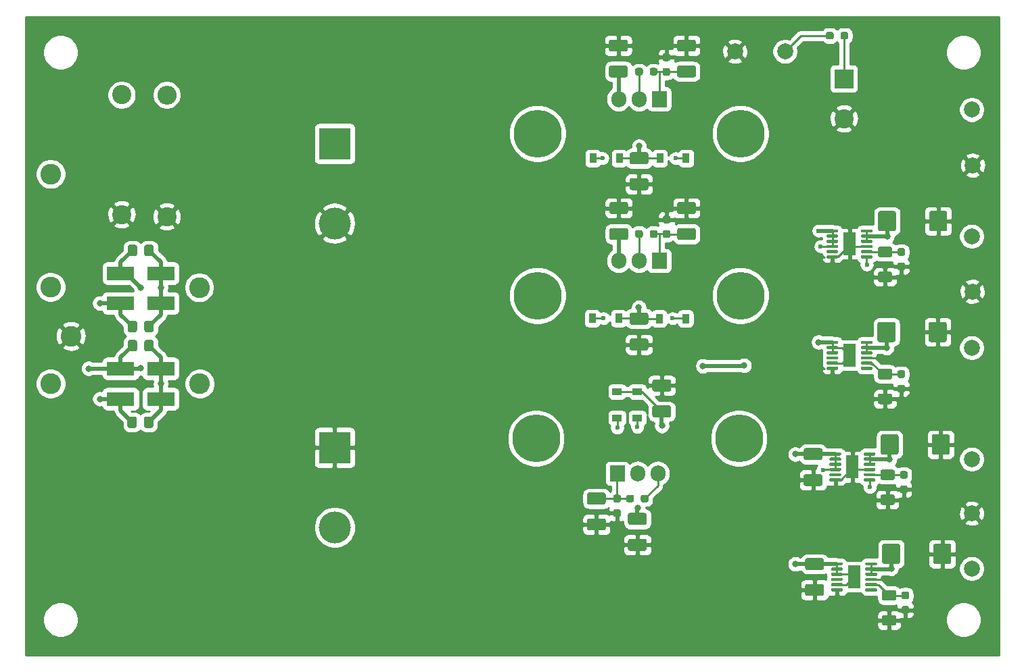
<source format=gbr>
G04 #@! TF.GenerationSoftware,KiCad,Pcbnew,(5.1.10-0-10_14)*
G04 #@! TF.CreationDate,2021-05-14T17:18:27+02:00*
G04 #@! TF.ProjectId,dac-psu,6461632d-7073-4752-9e6b-696361645f70,rev?*
G04 #@! TF.SameCoordinates,Original*
G04 #@! TF.FileFunction,Copper,L1,Top*
G04 #@! TF.FilePolarity,Positive*
%FSLAX46Y46*%
G04 Gerber Fmt 4.6, Leading zero omitted, Abs format (unit mm)*
G04 Created by KiCad (PCBNEW (5.1.10-0-10_14)) date 2021-05-14 17:18:27*
%MOMM*%
%LPD*%
G01*
G04 APERTURE LIST*
G04 #@! TA.AperFunction,ComponentPad*
%ADD10C,2.000000*%
G04 #@! TD*
G04 #@! TA.AperFunction,ComponentPad*
%ADD11C,2.600000*%
G04 #@! TD*
G04 #@! TA.AperFunction,SMDPad,CuDef*
%ADD12R,1.200000X0.900000*%
G04 #@! TD*
G04 #@! TA.AperFunction,SMDPad,CuDef*
%ADD13R,0.900000X1.200000*%
G04 #@! TD*
G04 #@! TA.AperFunction,ComponentPad*
%ADD14O,2.400000X2.400000*%
G04 #@! TD*
G04 #@! TA.AperFunction,ComponentPad*
%ADD15C,2.400000*%
G04 #@! TD*
G04 #@! TA.AperFunction,ComponentPad*
%ADD16C,4.000000*%
G04 #@! TD*
G04 #@! TA.AperFunction,ComponentPad*
%ADD17R,4.000000X4.000000*%
G04 #@! TD*
G04 #@! TA.AperFunction,ComponentPad*
%ADD18O,1.905000X2.000000*%
G04 #@! TD*
G04 #@! TA.AperFunction,ComponentPad*
%ADD19R,1.905000X2.000000*%
G04 #@! TD*
G04 #@! TA.AperFunction,SMDPad,CuDef*
%ADD20R,1.650000X2.850000*%
G04 #@! TD*
G04 #@! TA.AperFunction,ComponentPad*
%ADD21C,6.000000*%
G04 #@! TD*
G04 #@! TA.AperFunction,SMDPad,CuDef*
%ADD22R,3.500000X1.800000*%
G04 #@! TD*
G04 #@! TA.AperFunction,ComponentPad*
%ADD23R,2.400000X2.400000*%
G04 #@! TD*
G04 #@! TA.AperFunction,ViaPad*
%ADD24C,0.600000*%
G04 #@! TD*
G04 #@! TA.AperFunction,ViaPad*
%ADD25C,0.800000*%
G04 #@! TD*
G04 #@! TA.AperFunction,Conductor*
%ADD26C,0.500000*%
G04 #@! TD*
G04 #@! TA.AperFunction,Conductor*
%ADD27C,0.250000*%
G04 #@! TD*
G04 #@! TA.AperFunction,Conductor*
%ADD28C,0.254000*%
G04 #@! TD*
G04 #@! TA.AperFunction,Conductor*
%ADD29C,0.100000*%
G04 #@! TD*
G04 APERTURE END LIST*
G04 #@! TA.AperFunction,SMDPad,CuDef*
G36*
G01*
X204517000Y-95420000D02*
X204042000Y-95420000D01*
G75*
G02*
X203804500Y-95182500I0J237500D01*
G01*
X203804500Y-94682500D01*
G75*
G02*
X204042000Y-94445000I237500J0D01*
G01*
X204517000Y-94445000D01*
G75*
G02*
X204754500Y-94682500I0J-237500D01*
G01*
X204754500Y-95182500D01*
G75*
G02*
X204517000Y-95420000I-237500J0D01*
G01*
G37*
G04 #@! TD.AperFunction*
G04 #@! TA.AperFunction,SMDPad,CuDef*
G36*
G01*
X204517000Y-97245000D02*
X204042000Y-97245000D01*
G75*
G02*
X203804500Y-97007500I0J237500D01*
G01*
X203804500Y-96507500D01*
G75*
G02*
X204042000Y-96270000I237500J0D01*
G01*
X204517000Y-96270000D01*
G75*
G02*
X204754500Y-96507500I0J-237500D01*
G01*
X204754500Y-97007500D01*
G75*
G02*
X204517000Y-97245000I-237500J0D01*
G01*
G37*
G04 #@! TD.AperFunction*
G04 #@! TA.AperFunction,SMDPad,CuDef*
G36*
G01*
X204042000Y-80966500D02*
X204517000Y-80966500D01*
G75*
G02*
X204754500Y-81204000I0J-237500D01*
G01*
X204754500Y-81704000D01*
G75*
G02*
X204517000Y-81941500I-237500J0D01*
G01*
X204042000Y-81941500D01*
G75*
G02*
X203804500Y-81704000I0J237500D01*
G01*
X203804500Y-81204000D01*
G75*
G02*
X204042000Y-80966500I237500J0D01*
G01*
G37*
G04 #@! TD.AperFunction*
G04 #@! TA.AperFunction,SMDPad,CuDef*
G36*
G01*
X204042000Y-79141500D02*
X204517000Y-79141500D01*
G75*
G02*
X204754500Y-79379000I0J-237500D01*
G01*
X204754500Y-79879000D01*
G75*
G02*
X204517000Y-80116500I-237500J0D01*
G01*
X204042000Y-80116500D01*
G75*
G02*
X203804500Y-79879000I0J237500D01*
G01*
X203804500Y-79379000D01*
G75*
G02*
X204042000Y-79141500I237500J0D01*
G01*
G37*
G04 #@! TD.AperFunction*
G04 #@! TA.AperFunction,SMDPad,CuDef*
G36*
G01*
X205025000Y-123169500D02*
X204550000Y-123169500D01*
G75*
G02*
X204312500Y-122932000I0J237500D01*
G01*
X204312500Y-122432000D01*
G75*
G02*
X204550000Y-122194500I237500J0D01*
G01*
X205025000Y-122194500D01*
G75*
G02*
X205262500Y-122432000I0J-237500D01*
G01*
X205262500Y-122932000D01*
G75*
G02*
X205025000Y-123169500I-237500J0D01*
G01*
G37*
G04 #@! TD.AperFunction*
G04 #@! TA.AperFunction,SMDPad,CuDef*
G36*
G01*
X205025000Y-124994500D02*
X204550000Y-124994500D01*
G75*
G02*
X204312500Y-124757000I0J237500D01*
G01*
X204312500Y-124257000D01*
G75*
G02*
X204550000Y-124019500I237500J0D01*
G01*
X205025000Y-124019500D01*
G75*
G02*
X205262500Y-124257000I0J-237500D01*
G01*
X205262500Y-124757000D01*
G75*
G02*
X205025000Y-124994500I-237500J0D01*
G01*
G37*
G04 #@! TD.AperFunction*
G04 #@! TA.AperFunction,SMDPad,CuDef*
G36*
G01*
X204359500Y-108906500D02*
X204834500Y-108906500D01*
G75*
G02*
X205072000Y-109144000I0J-237500D01*
G01*
X205072000Y-109644000D01*
G75*
G02*
X204834500Y-109881500I-237500J0D01*
G01*
X204359500Y-109881500D01*
G75*
G02*
X204122000Y-109644000I0J237500D01*
G01*
X204122000Y-109144000D01*
G75*
G02*
X204359500Y-108906500I237500J0D01*
G01*
G37*
G04 #@! TD.AperFunction*
G04 #@! TA.AperFunction,SMDPad,CuDef*
G36*
G01*
X204359500Y-107081500D02*
X204834500Y-107081500D01*
G75*
G02*
X205072000Y-107319000I0J-237500D01*
G01*
X205072000Y-107819000D01*
G75*
G02*
X204834500Y-108056500I-237500J0D01*
G01*
X204359500Y-108056500D01*
G75*
G02*
X204122000Y-107819000I0J237500D01*
G01*
X204122000Y-107319000D01*
G75*
G02*
X204359500Y-107081500I237500J0D01*
G01*
G37*
G04 #@! TD.AperFunction*
D10*
X213233000Y-68770500D03*
X213106000Y-61785500D03*
X183451500Y-54483000D03*
X189738000Y-54483000D03*
X213106000Y-91630500D03*
X213169500Y-84582000D03*
X213106000Y-77660500D03*
X213106000Y-119316500D03*
X213106000Y-112395000D03*
X213106000Y-105600500D03*
D11*
X116459000Y-96139000D03*
X116395500Y-84074000D03*
G04 #@! TA.AperFunction,SMDPad,CuDef*
G36*
G01*
X171673700Y-110778300D02*
X171673700Y-110303300D01*
G75*
G02*
X171911200Y-110065800I237500J0D01*
G01*
X172411200Y-110065800D01*
G75*
G02*
X172648700Y-110303300I0J-237500D01*
G01*
X172648700Y-110778300D01*
G75*
G02*
X172411200Y-111015800I-237500J0D01*
G01*
X171911200Y-111015800D01*
G75*
G02*
X171673700Y-110778300I0J237500D01*
G01*
G37*
G04 #@! TD.AperFunction*
G04 #@! TA.AperFunction,SMDPad,CuDef*
G36*
G01*
X169848700Y-110778300D02*
X169848700Y-110303300D01*
G75*
G02*
X170086200Y-110065800I237500J0D01*
G01*
X170586200Y-110065800D01*
G75*
G02*
X170823700Y-110303300I0J-237500D01*
G01*
X170823700Y-110778300D01*
G75*
G02*
X170586200Y-111015800I-237500J0D01*
G01*
X170086200Y-111015800D01*
G75*
G02*
X169848700Y-110778300I0J237500D01*
G01*
G37*
G04 #@! TD.AperFunction*
G04 #@! TA.AperFunction,SMDPad,CuDef*
G36*
G01*
X172787500Y-77605900D02*
X172787500Y-77130900D01*
G75*
G02*
X173025000Y-76893400I237500J0D01*
G01*
X173525000Y-76893400D01*
G75*
G02*
X173762500Y-77130900I0J-237500D01*
G01*
X173762500Y-77605900D01*
G75*
G02*
X173525000Y-77843400I-237500J0D01*
G01*
X173025000Y-77843400D01*
G75*
G02*
X172787500Y-77605900I0J237500D01*
G01*
G37*
G04 #@! TD.AperFunction*
G04 #@! TA.AperFunction,SMDPad,CuDef*
G36*
G01*
X170962500Y-77605900D02*
X170962500Y-77130900D01*
G75*
G02*
X171200000Y-76893400I237500J0D01*
G01*
X171700000Y-76893400D01*
G75*
G02*
X171937500Y-77130900I0J-237500D01*
G01*
X171937500Y-77605900D01*
G75*
G02*
X171700000Y-77843400I-237500J0D01*
G01*
X171200000Y-77843400D01*
G75*
G02*
X170962500Y-77605900I0J237500D01*
G01*
G37*
G04 #@! TD.AperFunction*
G04 #@! TA.AperFunction,SMDPad,CuDef*
G36*
G01*
X168944300Y-111028300D02*
X168469300Y-111028300D01*
G75*
G02*
X168231800Y-110790800I0J237500D01*
G01*
X168231800Y-110290800D01*
G75*
G02*
X168469300Y-110053300I237500J0D01*
G01*
X168944300Y-110053300D01*
G75*
G02*
X169181800Y-110290800I0J-237500D01*
G01*
X169181800Y-110790800D01*
G75*
G02*
X168944300Y-111028300I-237500J0D01*
G01*
G37*
G04 #@! TD.AperFunction*
G04 #@! TA.AperFunction,SMDPad,CuDef*
G36*
G01*
X168944300Y-112853300D02*
X168469300Y-112853300D01*
G75*
G02*
X168231800Y-112615800I0J237500D01*
G01*
X168231800Y-112115800D01*
G75*
G02*
X168469300Y-111878300I237500J0D01*
G01*
X168944300Y-111878300D01*
G75*
G02*
X169181800Y-112115800I0J-237500D01*
G01*
X169181800Y-112615800D01*
G75*
G02*
X168944300Y-112853300I-237500J0D01*
G01*
G37*
G04 #@! TD.AperFunction*
G04 #@! TA.AperFunction,SMDPad,CuDef*
G36*
G01*
X175141900Y-76045000D02*
X174666900Y-76045000D01*
G75*
G02*
X174429400Y-75807500I0J237500D01*
G01*
X174429400Y-75307500D01*
G75*
G02*
X174666900Y-75070000I237500J0D01*
G01*
X175141900Y-75070000D01*
G75*
G02*
X175379400Y-75307500I0J-237500D01*
G01*
X175379400Y-75807500D01*
G75*
G02*
X175141900Y-76045000I-237500J0D01*
G01*
G37*
G04 #@! TD.AperFunction*
G04 #@! TA.AperFunction,SMDPad,CuDef*
G36*
G01*
X175141900Y-77870000D02*
X174666900Y-77870000D01*
G75*
G02*
X174429400Y-77632500I0J237500D01*
G01*
X174429400Y-77132500D01*
G75*
G02*
X174666900Y-76895000I237500J0D01*
G01*
X175141900Y-76895000D01*
G75*
G02*
X175379400Y-77132500I0J-237500D01*
G01*
X175379400Y-77632500D01*
G75*
G02*
X175141900Y-77870000I-237500J0D01*
G01*
G37*
G04 #@! TD.AperFunction*
D12*
X168706800Y-97131600D03*
X168706800Y-100431600D03*
D13*
X177290000Y-87985600D03*
X173990000Y-87985600D03*
D12*
X171246800Y-100431600D03*
X171246800Y-97131600D03*
D13*
X168910000Y-87934800D03*
X165610000Y-87934800D03*
X177353500Y-67881500D03*
X174053500Y-67881500D03*
X168973500Y-67881500D03*
X165673500Y-67881500D03*
G04 #@! TA.AperFunction,SMDPad,CuDef*
G36*
G01*
X202897502Y-95595000D02*
X201597498Y-95595000D01*
G75*
G02*
X201347500Y-95345002I0J249998D01*
G01*
X201347500Y-94519998D01*
G75*
G02*
X201597498Y-94270000I249998J0D01*
G01*
X202897502Y-94270000D01*
G75*
G02*
X203147500Y-94519998I0J-249998D01*
G01*
X203147500Y-95345002D01*
G75*
G02*
X202897502Y-95595000I-249998J0D01*
G01*
G37*
G04 #@! TD.AperFunction*
G04 #@! TA.AperFunction,SMDPad,CuDef*
G36*
G01*
X202897502Y-98720000D02*
X201597498Y-98720000D01*
G75*
G02*
X201347500Y-98470002I0J249998D01*
G01*
X201347500Y-97644998D01*
G75*
G02*
X201597498Y-97395000I249998J0D01*
G01*
X202897502Y-97395000D01*
G75*
G02*
X203147500Y-97644998I0J-249998D01*
G01*
X203147500Y-98470002D01*
G75*
G02*
X202897502Y-98720000I-249998J0D01*
G01*
G37*
G04 #@! TD.AperFunction*
G04 #@! TA.AperFunction,SMDPad,CuDef*
G36*
G01*
X201597498Y-82091500D02*
X202897502Y-82091500D01*
G75*
G02*
X203147500Y-82341498I0J-249998D01*
G01*
X203147500Y-83166502D01*
G75*
G02*
X202897502Y-83416500I-249998J0D01*
G01*
X201597498Y-83416500D01*
G75*
G02*
X201347500Y-83166502I0J249998D01*
G01*
X201347500Y-82341498D01*
G75*
G02*
X201597498Y-82091500I249998J0D01*
G01*
G37*
G04 #@! TD.AperFunction*
G04 #@! TA.AperFunction,SMDPad,CuDef*
G36*
G01*
X201597498Y-78966500D02*
X202897502Y-78966500D01*
G75*
G02*
X203147500Y-79216498I0J-249998D01*
G01*
X203147500Y-80041502D01*
G75*
G02*
X202897502Y-80291500I-249998J0D01*
G01*
X201597498Y-80291500D01*
G75*
G02*
X201347500Y-80041502I0J249998D01*
G01*
X201347500Y-79216498D01*
G75*
G02*
X201597498Y-78966500I249998J0D01*
G01*
G37*
G04 #@! TD.AperFunction*
G04 #@! TA.AperFunction,SMDPad,CuDef*
G36*
G01*
X203405502Y-123344500D02*
X202105498Y-123344500D01*
G75*
G02*
X201855500Y-123094502I0J249998D01*
G01*
X201855500Y-122269498D01*
G75*
G02*
X202105498Y-122019500I249998J0D01*
G01*
X203405502Y-122019500D01*
G75*
G02*
X203655500Y-122269498I0J-249998D01*
G01*
X203655500Y-123094502D01*
G75*
G02*
X203405502Y-123344500I-249998J0D01*
G01*
G37*
G04 #@! TD.AperFunction*
G04 #@! TA.AperFunction,SMDPad,CuDef*
G36*
G01*
X203405502Y-126469500D02*
X202105498Y-126469500D01*
G75*
G02*
X201855500Y-126219502I0J249998D01*
G01*
X201855500Y-125394498D01*
G75*
G02*
X202105498Y-125144500I249998J0D01*
G01*
X203405502Y-125144500D01*
G75*
G02*
X203655500Y-125394498I0J-249998D01*
G01*
X203655500Y-126219502D01*
G75*
G02*
X203405502Y-126469500I-249998J0D01*
G01*
G37*
G04 #@! TD.AperFunction*
G04 #@! TA.AperFunction,SMDPad,CuDef*
G36*
G01*
X201914998Y-110031500D02*
X203215002Y-110031500D01*
G75*
G02*
X203465000Y-110281498I0J-249998D01*
G01*
X203465000Y-111106502D01*
G75*
G02*
X203215002Y-111356500I-249998J0D01*
G01*
X201914998Y-111356500D01*
G75*
G02*
X201665000Y-111106502I0J249998D01*
G01*
X201665000Y-110281498D01*
G75*
G02*
X201914998Y-110031500I249998J0D01*
G01*
G37*
G04 #@! TD.AperFunction*
G04 #@! TA.AperFunction,SMDPad,CuDef*
G36*
G01*
X201914998Y-106906500D02*
X203215002Y-106906500D01*
G75*
G02*
X203465000Y-107156498I0J-249998D01*
G01*
X203465000Y-107981502D01*
G75*
G02*
X203215002Y-108231500I-249998J0D01*
G01*
X201914998Y-108231500D01*
G75*
G02*
X201665000Y-107981502I0J249998D01*
G01*
X201665000Y-107156498D01*
G75*
G02*
X201914998Y-106906500I249998J0D01*
G01*
G37*
G04 #@! TD.AperFunction*
D14*
X112331500Y-59944000D03*
D15*
X112331500Y-75184000D03*
D11*
X97790000Y-69850000D03*
D15*
X106680000Y-59930000D03*
X106680000Y-74930000D03*
G04 #@! TA.AperFunction,SMDPad,CuDef*
G36*
G01*
X196663500Y-52752000D02*
X196663500Y-52277000D01*
G75*
G02*
X196901000Y-52039500I237500J0D01*
G01*
X197401000Y-52039500D01*
G75*
G02*
X197638500Y-52277000I0J-237500D01*
G01*
X197638500Y-52752000D01*
G75*
G02*
X197401000Y-52989500I-237500J0D01*
G01*
X196901000Y-52989500D01*
G75*
G02*
X196663500Y-52752000I0J237500D01*
G01*
G37*
G04 #@! TD.AperFunction*
G04 #@! TA.AperFunction,SMDPad,CuDef*
G36*
G01*
X194838500Y-52752000D02*
X194838500Y-52277000D01*
G75*
G02*
X195076000Y-52039500I237500J0D01*
G01*
X195576000Y-52039500D01*
G75*
G02*
X195813500Y-52277000I0J-237500D01*
G01*
X195813500Y-52752000D01*
G75*
G02*
X195576000Y-52989500I-237500J0D01*
G01*
X195076000Y-52989500D01*
G75*
G02*
X194838500Y-52752000I0J237500D01*
G01*
G37*
G04 #@! TD.AperFunction*
G04 #@! TA.AperFunction,SMDPad,CuDef*
G36*
G01*
X172787500Y-57260500D02*
X172787500Y-56785500D01*
G75*
G02*
X173025000Y-56548000I237500J0D01*
G01*
X173525000Y-56548000D01*
G75*
G02*
X173762500Y-56785500I0J-237500D01*
G01*
X173762500Y-57260500D01*
G75*
G02*
X173525000Y-57498000I-237500J0D01*
G01*
X173025000Y-57498000D01*
G75*
G02*
X172787500Y-57260500I0J237500D01*
G01*
G37*
G04 #@! TD.AperFunction*
G04 #@! TA.AperFunction,SMDPad,CuDef*
G36*
G01*
X170962500Y-57260500D02*
X170962500Y-56785500D01*
G75*
G02*
X171200000Y-56548000I237500J0D01*
G01*
X171700000Y-56548000D01*
G75*
G02*
X171937500Y-56785500I0J-237500D01*
G01*
X171937500Y-57260500D01*
G75*
G02*
X171700000Y-57498000I-237500J0D01*
G01*
X171200000Y-57498000D01*
G75*
G02*
X170962500Y-57260500I0J237500D01*
G01*
G37*
G04 #@! TD.AperFunction*
G04 #@! TA.AperFunction,SMDPad,CuDef*
G36*
G01*
X175116500Y-55709000D02*
X174641500Y-55709000D01*
G75*
G02*
X174404000Y-55471500I0J237500D01*
G01*
X174404000Y-54971500D01*
G75*
G02*
X174641500Y-54734000I237500J0D01*
G01*
X175116500Y-54734000D01*
G75*
G02*
X175354000Y-54971500I0J-237500D01*
G01*
X175354000Y-55471500D01*
G75*
G02*
X175116500Y-55709000I-237500J0D01*
G01*
G37*
G04 #@! TD.AperFunction*
G04 #@! TA.AperFunction,SMDPad,CuDef*
G36*
G01*
X175116500Y-57534000D02*
X174641500Y-57534000D01*
G75*
G02*
X174404000Y-57296500I0J237500D01*
G01*
X174404000Y-56796500D01*
G75*
G02*
X174641500Y-56559000I237500J0D01*
G01*
X175116500Y-56559000D01*
G75*
G02*
X175354000Y-56796500I0J-237500D01*
G01*
X175354000Y-57296500D01*
G75*
G02*
X175116500Y-57534000I-237500J0D01*
G01*
G37*
G04 #@! TD.AperFunction*
G04 #@! TA.AperFunction,SMDPad,CuDef*
G36*
G01*
X170525000Y-70381500D02*
X172375000Y-70381500D01*
G75*
G02*
X172625000Y-70631500I0J-250000D01*
G01*
X172625000Y-71631500D01*
G75*
G02*
X172375000Y-71881500I-250000J0D01*
G01*
X170525000Y-71881500D01*
G75*
G02*
X170275000Y-71631500I0J250000D01*
G01*
X170275000Y-70631500D01*
G75*
G02*
X170525000Y-70381500I250000J0D01*
G01*
G37*
G04 #@! TD.AperFunction*
G04 #@! TA.AperFunction,SMDPad,CuDef*
G36*
G01*
X170525000Y-67131500D02*
X172375000Y-67131500D01*
G75*
G02*
X172625000Y-67381500I0J-250000D01*
G01*
X172625000Y-68381500D01*
G75*
G02*
X172375000Y-68631500I-250000J0D01*
G01*
X170525000Y-68631500D01*
G75*
G02*
X170275000Y-68381500I0J250000D01*
G01*
X170275000Y-67381500D01*
G75*
G02*
X170525000Y-67131500I250000J0D01*
G01*
G37*
G04 #@! TD.AperFunction*
D16*
X133350000Y-114140000D03*
D17*
X133350000Y-104140000D03*
D16*
X133350000Y-76040000D03*
D17*
X133350000Y-66040000D03*
D18*
X173799500Y-107378500D03*
X171259500Y-107378500D03*
D19*
X168719500Y-107378500D03*
D18*
X168910000Y-80708500D03*
X171450000Y-80708500D03*
D19*
X173990000Y-80708500D03*
D20*
X197802500Y-92583000D03*
G04 #@! TA.AperFunction,SMDPad,CuDef*
G36*
G01*
X199227500Y-91058000D02*
X199227500Y-90858000D01*
G75*
G02*
X199327500Y-90758000I100000J0D01*
G01*
X200577500Y-90758000D01*
G75*
G02*
X200677500Y-90858000I0J-100000D01*
G01*
X200677500Y-91058000D01*
G75*
G02*
X200577500Y-91158000I-100000J0D01*
G01*
X199327500Y-91158000D01*
G75*
G02*
X199227500Y-91058000I0J100000D01*
G01*
G37*
G04 #@! TD.AperFunction*
G04 #@! TA.AperFunction,SMDPad,CuDef*
G36*
G01*
X199227500Y-91708000D02*
X199227500Y-91508000D01*
G75*
G02*
X199327500Y-91408000I100000J0D01*
G01*
X200577500Y-91408000D01*
G75*
G02*
X200677500Y-91508000I0J-100000D01*
G01*
X200677500Y-91708000D01*
G75*
G02*
X200577500Y-91808000I-100000J0D01*
G01*
X199327500Y-91808000D01*
G75*
G02*
X199227500Y-91708000I0J100000D01*
G01*
G37*
G04 #@! TD.AperFunction*
G04 #@! TA.AperFunction,SMDPad,CuDef*
G36*
G01*
X199227500Y-92358000D02*
X199227500Y-92158000D01*
G75*
G02*
X199327500Y-92058000I100000J0D01*
G01*
X200577500Y-92058000D01*
G75*
G02*
X200677500Y-92158000I0J-100000D01*
G01*
X200677500Y-92358000D01*
G75*
G02*
X200577500Y-92458000I-100000J0D01*
G01*
X199327500Y-92458000D01*
G75*
G02*
X199227500Y-92358000I0J100000D01*
G01*
G37*
G04 #@! TD.AperFunction*
G04 #@! TA.AperFunction,SMDPad,CuDef*
G36*
G01*
X199227500Y-93008000D02*
X199227500Y-92808000D01*
G75*
G02*
X199327500Y-92708000I100000J0D01*
G01*
X200577500Y-92708000D01*
G75*
G02*
X200677500Y-92808000I0J-100000D01*
G01*
X200677500Y-93008000D01*
G75*
G02*
X200577500Y-93108000I-100000J0D01*
G01*
X199327500Y-93108000D01*
G75*
G02*
X199227500Y-93008000I0J100000D01*
G01*
G37*
G04 #@! TD.AperFunction*
G04 #@! TA.AperFunction,SMDPad,CuDef*
G36*
G01*
X199227500Y-93658000D02*
X199227500Y-93458000D01*
G75*
G02*
X199327500Y-93358000I100000J0D01*
G01*
X200577500Y-93358000D01*
G75*
G02*
X200677500Y-93458000I0J-100000D01*
G01*
X200677500Y-93658000D01*
G75*
G02*
X200577500Y-93758000I-100000J0D01*
G01*
X199327500Y-93758000D01*
G75*
G02*
X199227500Y-93658000I0J100000D01*
G01*
G37*
G04 #@! TD.AperFunction*
G04 #@! TA.AperFunction,SMDPad,CuDef*
G36*
G01*
X199227500Y-94308000D02*
X199227500Y-94108000D01*
G75*
G02*
X199327500Y-94008000I100000J0D01*
G01*
X200577500Y-94008000D01*
G75*
G02*
X200677500Y-94108000I0J-100000D01*
G01*
X200677500Y-94308000D01*
G75*
G02*
X200577500Y-94408000I-100000J0D01*
G01*
X199327500Y-94408000D01*
G75*
G02*
X199227500Y-94308000I0J100000D01*
G01*
G37*
G04 #@! TD.AperFunction*
G04 #@! TA.AperFunction,SMDPad,CuDef*
G36*
G01*
X194927500Y-94308000D02*
X194927500Y-94108000D01*
G75*
G02*
X195027500Y-94008000I100000J0D01*
G01*
X196277500Y-94008000D01*
G75*
G02*
X196377500Y-94108000I0J-100000D01*
G01*
X196377500Y-94308000D01*
G75*
G02*
X196277500Y-94408000I-100000J0D01*
G01*
X195027500Y-94408000D01*
G75*
G02*
X194927500Y-94308000I0J100000D01*
G01*
G37*
G04 #@! TD.AperFunction*
G04 #@! TA.AperFunction,SMDPad,CuDef*
G36*
G01*
X194927500Y-93658000D02*
X194927500Y-93458000D01*
G75*
G02*
X195027500Y-93358000I100000J0D01*
G01*
X196277500Y-93358000D01*
G75*
G02*
X196377500Y-93458000I0J-100000D01*
G01*
X196377500Y-93658000D01*
G75*
G02*
X196277500Y-93758000I-100000J0D01*
G01*
X195027500Y-93758000D01*
G75*
G02*
X194927500Y-93658000I0J100000D01*
G01*
G37*
G04 #@! TD.AperFunction*
G04 #@! TA.AperFunction,SMDPad,CuDef*
G36*
G01*
X194927500Y-93008000D02*
X194927500Y-92808000D01*
G75*
G02*
X195027500Y-92708000I100000J0D01*
G01*
X196277500Y-92708000D01*
G75*
G02*
X196377500Y-92808000I0J-100000D01*
G01*
X196377500Y-93008000D01*
G75*
G02*
X196277500Y-93108000I-100000J0D01*
G01*
X195027500Y-93108000D01*
G75*
G02*
X194927500Y-93008000I0J100000D01*
G01*
G37*
G04 #@! TD.AperFunction*
G04 #@! TA.AperFunction,SMDPad,CuDef*
G36*
G01*
X194927500Y-92358000D02*
X194927500Y-92158000D01*
G75*
G02*
X195027500Y-92058000I100000J0D01*
G01*
X196277500Y-92058000D01*
G75*
G02*
X196377500Y-92158000I0J-100000D01*
G01*
X196377500Y-92358000D01*
G75*
G02*
X196277500Y-92458000I-100000J0D01*
G01*
X195027500Y-92458000D01*
G75*
G02*
X194927500Y-92358000I0J100000D01*
G01*
G37*
G04 #@! TD.AperFunction*
G04 #@! TA.AperFunction,SMDPad,CuDef*
G36*
G01*
X194927500Y-91708000D02*
X194927500Y-91508000D01*
G75*
G02*
X195027500Y-91408000I100000J0D01*
G01*
X196277500Y-91408000D01*
G75*
G02*
X196377500Y-91508000I0J-100000D01*
G01*
X196377500Y-91708000D01*
G75*
G02*
X196277500Y-91808000I-100000J0D01*
G01*
X195027500Y-91808000D01*
G75*
G02*
X194927500Y-91708000I0J100000D01*
G01*
G37*
G04 #@! TD.AperFunction*
G04 #@! TA.AperFunction,SMDPad,CuDef*
G36*
G01*
X194927500Y-91058000D02*
X194927500Y-90858000D01*
G75*
G02*
X195027500Y-90758000I100000J0D01*
G01*
X196277500Y-90758000D01*
G75*
G02*
X196377500Y-90858000I0J-100000D01*
G01*
X196377500Y-91058000D01*
G75*
G02*
X196277500Y-91158000I-100000J0D01*
G01*
X195027500Y-91158000D01*
G75*
G02*
X194927500Y-91058000I0J100000D01*
G01*
G37*
G04 #@! TD.AperFunction*
X197802500Y-78613000D03*
G04 #@! TA.AperFunction,SMDPad,CuDef*
G36*
G01*
X199227500Y-77088000D02*
X199227500Y-76888000D01*
G75*
G02*
X199327500Y-76788000I100000J0D01*
G01*
X200577500Y-76788000D01*
G75*
G02*
X200677500Y-76888000I0J-100000D01*
G01*
X200677500Y-77088000D01*
G75*
G02*
X200577500Y-77188000I-100000J0D01*
G01*
X199327500Y-77188000D01*
G75*
G02*
X199227500Y-77088000I0J100000D01*
G01*
G37*
G04 #@! TD.AperFunction*
G04 #@! TA.AperFunction,SMDPad,CuDef*
G36*
G01*
X199227500Y-77738000D02*
X199227500Y-77538000D01*
G75*
G02*
X199327500Y-77438000I100000J0D01*
G01*
X200577500Y-77438000D01*
G75*
G02*
X200677500Y-77538000I0J-100000D01*
G01*
X200677500Y-77738000D01*
G75*
G02*
X200577500Y-77838000I-100000J0D01*
G01*
X199327500Y-77838000D01*
G75*
G02*
X199227500Y-77738000I0J100000D01*
G01*
G37*
G04 #@! TD.AperFunction*
G04 #@! TA.AperFunction,SMDPad,CuDef*
G36*
G01*
X199227500Y-78388000D02*
X199227500Y-78188000D01*
G75*
G02*
X199327500Y-78088000I100000J0D01*
G01*
X200577500Y-78088000D01*
G75*
G02*
X200677500Y-78188000I0J-100000D01*
G01*
X200677500Y-78388000D01*
G75*
G02*
X200577500Y-78488000I-100000J0D01*
G01*
X199327500Y-78488000D01*
G75*
G02*
X199227500Y-78388000I0J100000D01*
G01*
G37*
G04 #@! TD.AperFunction*
G04 #@! TA.AperFunction,SMDPad,CuDef*
G36*
G01*
X199227500Y-79038000D02*
X199227500Y-78838000D01*
G75*
G02*
X199327500Y-78738000I100000J0D01*
G01*
X200577500Y-78738000D01*
G75*
G02*
X200677500Y-78838000I0J-100000D01*
G01*
X200677500Y-79038000D01*
G75*
G02*
X200577500Y-79138000I-100000J0D01*
G01*
X199327500Y-79138000D01*
G75*
G02*
X199227500Y-79038000I0J100000D01*
G01*
G37*
G04 #@! TD.AperFunction*
G04 #@! TA.AperFunction,SMDPad,CuDef*
G36*
G01*
X199227500Y-79688000D02*
X199227500Y-79488000D01*
G75*
G02*
X199327500Y-79388000I100000J0D01*
G01*
X200577500Y-79388000D01*
G75*
G02*
X200677500Y-79488000I0J-100000D01*
G01*
X200677500Y-79688000D01*
G75*
G02*
X200577500Y-79788000I-100000J0D01*
G01*
X199327500Y-79788000D01*
G75*
G02*
X199227500Y-79688000I0J100000D01*
G01*
G37*
G04 #@! TD.AperFunction*
G04 #@! TA.AperFunction,SMDPad,CuDef*
G36*
G01*
X199227500Y-80338000D02*
X199227500Y-80138000D01*
G75*
G02*
X199327500Y-80038000I100000J0D01*
G01*
X200577500Y-80038000D01*
G75*
G02*
X200677500Y-80138000I0J-100000D01*
G01*
X200677500Y-80338000D01*
G75*
G02*
X200577500Y-80438000I-100000J0D01*
G01*
X199327500Y-80438000D01*
G75*
G02*
X199227500Y-80338000I0J100000D01*
G01*
G37*
G04 #@! TD.AperFunction*
G04 #@! TA.AperFunction,SMDPad,CuDef*
G36*
G01*
X194927500Y-80338000D02*
X194927500Y-80138000D01*
G75*
G02*
X195027500Y-80038000I100000J0D01*
G01*
X196277500Y-80038000D01*
G75*
G02*
X196377500Y-80138000I0J-100000D01*
G01*
X196377500Y-80338000D01*
G75*
G02*
X196277500Y-80438000I-100000J0D01*
G01*
X195027500Y-80438000D01*
G75*
G02*
X194927500Y-80338000I0J100000D01*
G01*
G37*
G04 #@! TD.AperFunction*
G04 #@! TA.AperFunction,SMDPad,CuDef*
G36*
G01*
X194927500Y-79688000D02*
X194927500Y-79488000D01*
G75*
G02*
X195027500Y-79388000I100000J0D01*
G01*
X196277500Y-79388000D01*
G75*
G02*
X196377500Y-79488000I0J-100000D01*
G01*
X196377500Y-79688000D01*
G75*
G02*
X196277500Y-79788000I-100000J0D01*
G01*
X195027500Y-79788000D01*
G75*
G02*
X194927500Y-79688000I0J100000D01*
G01*
G37*
G04 #@! TD.AperFunction*
G04 #@! TA.AperFunction,SMDPad,CuDef*
G36*
G01*
X194927500Y-79038000D02*
X194927500Y-78838000D01*
G75*
G02*
X195027500Y-78738000I100000J0D01*
G01*
X196277500Y-78738000D01*
G75*
G02*
X196377500Y-78838000I0J-100000D01*
G01*
X196377500Y-79038000D01*
G75*
G02*
X196277500Y-79138000I-100000J0D01*
G01*
X195027500Y-79138000D01*
G75*
G02*
X194927500Y-79038000I0J100000D01*
G01*
G37*
G04 #@! TD.AperFunction*
G04 #@! TA.AperFunction,SMDPad,CuDef*
G36*
G01*
X194927500Y-78388000D02*
X194927500Y-78188000D01*
G75*
G02*
X195027500Y-78088000I100000J0D01*
G01*
X196277500Y-78088000D01*
G75*
G02*
X196377500Y-78188000I0J-100000D01*
G01*
X196377500Y-78388000D01*
G75*
G02*
X196277500Y-78488000I-100000J0D01*
G01*
X195027500Y-78488000D01*
G75*
G02*
X194927500Y-78388000I0J100000D01*
G01*
G37*
G04 #@! TD.AperFunction*
G04 #@! TA.AperFunction,SMDPad,CuDef*
G36*
G01*
X194927500Y-77738000D02*
X194927500Y-77538000D01*
G75*
G02*
X195027500Y-77438000I100000J0D01*
G01*
X196277500Y-77438000D01*
G75*
G02*
X196377500Y-77538000I0J-100000D01*
G01*
X196377500Y-77738000D01*
G75*
G02*
X196277500Y-77838000I-100000J0D01*
G01*
X195027500Y-77838000D01*
G75*
G02*
X194927500Y-77738000I0J100000D01*
G01*
G37*
G04 #@! TD.AperFunction*
G04 #@! TA.AperFunction,SMDPad,CuDef*
G36*
G01*
X194927500Y-77088000D02*
X194927500Y-76888000D01*
G75*
G02*
X195027500Y-76788000I100000J0D01*
G01*
X196277500Y-76788000D01*
G75*
G02*
X196377500Y-76888000I0J-100000D01*
G01*
X196377500Y-77088000D01*
G75*
G02*
X196277500Y-77188000I-100000J0D01*
G01*
X195027500Y-77188000D01*
G75*
G02*
X194927500Y-77088000I0J100000D01*
G01*
G37*
G04 #@! TD.AperFunction*
X198365000Y-120355000D03*
G04 #@! TA.AperFunction,SMDPad,CuDef*
G36*
G01*
X199790000Y-118830000D02*
X199790000Y-118630000D01*
G75*
G02*
X199890000Y-118530000I100000J0D01*
G01*
X201140000Y-118530000D01*
G75*
G02*
X201240000Y-118630000I0J-100000D01*
G01*
X201240000Y-118830000D01*
G75*
G02*
X201140000Y-118930000I-100000J0D01*
G01*
X199890000Y-118930000D01*
G75*
G02*
X199790000Y-118830000I0J100000D01*
G01*
G37*
G04 #@! TD.AperFunction*
G04 #@! TA.AperFunction,SMDPad,CuDef*
G36*
G01*
X199790000Y-119480000D02*
X199790000Y-119280000D01*
G75*
G02*
X199890000Y-119180000I100000J0D01*
G01*
X201140000Y-119180000D01*
G75*
G02*
X201240000Y-119280000I0J-100000D01*
G01*
X201240000Y-119480000D01*
G75*
G02*
X201140000Y-119580000I-100000J0D01*
G01*
X199890000Y-119580000D01*
G75*
G02*
X199790000Y-119480000I0J100000D01*
G01*
G37*
G04 #@! TD.AperFunction*
G04 #@! TA.AperFunction,SMDPad,CuDef*
G36*
G01*
X199790000Y-120130000D02*
X199790000Y-119930000D01*
G75*
G02*
X199890000Y-119830000I100000J0D01*
G01*
X201140000Y-119830000D01*
G75*
G02*
X201240000Y-119930000I0J-100000D01*
G01*
X201240000Y-120130000D01*
G75*
G02*
X201140000Y-120230000I-100000J0D01*
G01*
X199890000Y-120230000D01*
G75*
G02*
X199790000Y-120130000I0J100000D01*
G01*
G37*
G04 #@! TD.AperFunction*
G04 #@! TA.AperFunction,SMDPad,CuDef*
G36*
G01*
X199790000Y-120780000D02*
X199790000Y-120580000D01*
G75*
G02*
X199890000Y-120480000I100000J0D01*
G01*
X201140000Y-120480000D01*
G75*
G02*
X201240000Y-120580000I0J-100000D01*
G01*
X201240000Y-120780000D01*
G75*
G02*
X201140000Y-120880000I-100000J0D01*
G01*
X199890000Y-120880000D01*
G75*
G02*
X199790000Y-120780000I0J100000D01*
G01*
G37*
G04 #@! TD.AperFunction*
G04 #@! TA.AperFunction,SMDPad,CuDef*
G36*
G01*
X199790000Y-121430000D02*
X199790000Y-121230000D01*
G75*
G02*
X199890000Y-121130000I100000J0D01*
G01*
X201140000Y-121130000D01*
G75*
G02*
X201240000Y-121230000I0J-100000D01*
G01*
X201240000Y-121430000D01*
G75*
G02*
X201140000Y-121530000I-100000J0D01*
G01*
X199890000Y-121530000D01*
G75*
G02*
X199790000Y-121430000I0J100000D01*
G01*
G37*
G04 #@! TD.AperFunction*
G04 #@! TA.AperFunction,SMDPad,CuDef*
G36*
G01*
X199790000Y-122080000D02*
X199790000Y-121880000D01*
G75*
G02*
X199890000Y-121780000I100000J0D01*
G01*
X201140000Y-121780000D01*
G75*
G02*
X201240000Y-121880000I0J-100000D01*
G01*
X201240000Y-122080000D01*
G75*
G02*
X201140000Y-122180000I-100000J0D01*
G01*
X199890000Y-122180000D01*
G75*
G02*
X199790000Y-122080000I0J100000D01*
G01*
G37*
G04 #@! TD.AperFunction*
G04 #@! TA.AperFunction,SMDPad,CuDef*
G36*
G01*
X195490000Y-122080000D02*
X195490000Y-121880000D01*
G75*
G02*
X195590000Y-121780000I100000J0D01*
G01*
X196840000Y-121780000D01*
G75*
G02*
X196940000Y-121880000I0J-100000D01*
G01*
X196940000Y-122080000D01*
G75*
G02*
X196840000Y-122180000I-100000J0D01*
G01*
X195590000Y-122180000D01*
G75*
G02*
X195490000Y-122080000I0J100000D01*
G01*
G37*
G04 #@! TD.AperFunction*
G04 #@! TA.AperFunction,SMDPad,CuDef*
G36*
G01*
X195490000Y-121430000D02*
X195490000Y-121230000D01*
G75*
G02*
X195590000Y-121130000I100000J0D01*
G01*
X196840000Y-121130000D01*
G75*
G02*
X196940000Y-121230000I0J-100000D01*
G01*
X196940000Y-121430000D01*
G75*
G02*
X196840000Y-121530000I-100000J0D01*
G01*
X195590000Y-121530000D01*
G75*
G02*
X195490000Y-121430000I0J100000D01*
G01*
G37*
G04 #@! TD.AperFunction*
G04 #@! TA.AperFunction,SMDPad,CuDef*
G36*
G01*
X195490000Y-120780000D02*
X195490000Y-120580000D01*
G75*
G02*
X195590000Y-120480000I100000J0D01*
G01*
X196840000Y-120480000D01*
G75*
G02*
X196940000Y-120580000I0J-100000D01*
G01*
X196940000Y-120780000D01*
G75*
G02*
X196840000Y-120880000I-100000J0D01*
G01*
X195590000Y-120880000D01*
G75*
G02*
X195490000Y-120780000I0J100000D01*
G01*
G37*
G04 #@! TD.AperFunction*
G04 #@! TA.AperFunction,SMDPad,CuDef*
G36*
G01*
X195490000Y-120130000D02*
X195490000Y-119930000D01*
G75*
G02*
X195590000Y-119830000I100000J0D01*
G01*
X196840000Y-119830000D01*
G75*
G02*
X196940000Y-119930000I0J-100000D01*
G01*
X196940000Y-120130000D01*
G75*
G02*
X196840000Y-120230000I-100000J0D01*
G01*
X195590000Y-120230000D01*
G75*
G02*
X195490000Y-120130000I0J100000D01*
G01*
G37*
G04 #@! TD.AperFunction*
G04 #@! TA.AperFunction,SMDPad,CuDef*
G36*
G01*
X195490000Y-119480000D02*
X195490000Y-119280000D01*
G75*
G02*
X195590000Y-119180000I100000J0D01*
G01*
X196840000Y-119180000D01*
G75*
G02*
X196940000Y-119280000I0J-100000D01*
G01*
X196940000Y-119480000D01*
G75*
G02*
X196840000Y-119580000I-100000J0D01*
G01*
X195590000Y-119580000D01*
G75*
G02*
X195490000Y-119480000I0J100000D01*
G01*
G37*
G04 #@! TD.AperFunction*
G04 #@! TA.AperFunction,SMDPad,CuDef*
G36*
G01*
X195490000Y-118830000D02*
X195490000Y-118630000D01*
G75*
G02*
X195590000Y-118530000I100000J0D01*
G01*
X196840000Y-118530000D01*
G75*
G02*
X196940000Y-118630000I0J-100000D01*
G01*
X196940000Y-118830000D01*
G75*
G02*
X196840000Y-118930000I-100000J0D01*
G01*
X195590000Y-118930000D01*
G75*
G02*
X195490000Y-118830000I0J100000D01*
G01*
G37*
G04 #@! TD.AperFunction*
X198174500Y-106575500D03*
G04 #@! TA.AperFunction,SMDPad,CuDef*
G36*
G01*
X199599500Y-105050500D02*
X199599500Y-104850500D01*
G75*
G02*
X199699500Y-104750500I100000J0D01*
G01*
X200949500Y-104750500D01*
G75*
G02*
X201049500Y-104850500I0J-100000D01*
G01*
X201049500Y-105050500D01*
G75*
G02*
X200949500Y-105150500I-100000J0D01*
G01*
X199699500Y-105150500D01*
G75*
G02*
X199599500Y-105050500I0J100000D01*
G01*
G37*
G04 #@! TD.AperFunction*
G04 #@! TA.AperFunction,SMDPad,CuDef*
G36*
G01*
X199599500Y-105700500D02*
X199599500Y-105500500D01*
G75*
G02*
X199699500Y-105400500I100000J0D01*
G01*
X200949500Y-105400500D01*
G75*
G02*
X201049500Y-105500500I0J-100000D01*
G01*
X201049500Y-105700500D01*
G75*
G02*
X200949500Y-105800500I-100000J0D01*
G01*
X199699500Y-105800500D01*
G75*
G02*
X199599500Y-105700500I0J100000D01*
G01*
G37*
G04 #@! TD.AperFunction*
G04 #@! TA.AperFunction,SMDPad,CuDef*
G36*
G01*
X199599500Y-106350500D02*
X199599500Y-106150500D01*
G75*
G02*
X199699500Y-106050500I100000J0D01*
G01*
X200949500Y-106050500D01*
G75*
G02*
X201049500Y-106150500I0J-100000D01*
G01*
X201049500Y-106350500D01*
G75*
G02*
X200949500Y-106450500I-100000J0D01*
G01*
X199699500Y-106450500D01*
G75*
G02*
X199599500Y-106350500I0J100000D01*
G01*
G37*
G04 #@! TD.AperFunction*
G04 #@! TA.AperFunction,SMDPad,CuDef*
G36*
G01*
X199599500Y-107000500D02*
X199599500Y-106800500D01*
G75*
G02*
X199699500Y-106700500I100000J0D01*
G01*
X200949500Y-106700500D01*
G75*
G02*
X201049500Y-106800500I0J-100000D01*
G01*
X201049500Y-107000500D01*
G75*
G02*
X200949500Y-107100500I-100000J0D01*
G01*
X199699500Y-107100500D01*
G75*
G02*
X199599500Y-107000500I0J100000D01*
G01*
G37*
G04 #@! TD.AperFunction*
G04 #@! TA.AperFunction,SMDPad,CuDef*
G36*
G01*
X199599500Y-107650500D02*
X199599500Y-107450500D01*
G75*
G02*
X199699500Y-107350500I100000J0D01*
G01*
X200949500Y-107350500D01*
G75*
G02*
X201049500Y-107450500I0J-100000D01*
G01*
X201049500Y-107650500D01*
G75*
G02*
X200949500Y-107750500I-100000J0D01*
G01*
X199699500Y-107750500D01*
G75*
G02*
X199599500Y-107650500I0J100000D01*
G01*
G37*
G04 #@! TD.AperFunction*
G04 #@! TA.AperFunction,SMDPad,CuDef*
G36*
G01*
X199599500Y-108300500D02*
X199599500Y-108100500D01*
G75*
G02*
X199699500Y-108000500I100000J0D01*
G01*
X200949500Y-108000500D01*
G75*
G02*
X201049500Y-108100500I0J-100000D01*
G01*
X201049500Y-108300500D01*
G75*
G02*
X200949500Y-108400500I-100000J0D01*
G01*
X199699500Y-108400500D01*
G75*
G02*
X199599500Y-108300500I0J100000D01*
G01*
G37*
G04 #@! TD.AperFunction*
G04 #@! TA.AperFunction,SMDPad,CuDef*
G36*
G01*
X195299500Y-108300500D02*
X195299500Y-108100500D01*
G75*
G02*
X195399500Y-108000500I100000J0D01*
G01*
X196649500Y-108000500D01*
G75*
G02*
X196749500Y-108100500I0J-100000D01*
G01*
X196749500Y-108300500D01*
G75*
G02*
X196649500Y-108400500I-100000J0D01*
G01*
X195399500Y-108400500D01*
G75*
G02*
X195299500Y-108300500I0J100000D01*
G01*
G37*
G04 #@! TD.AperFunction*
G04 #@! TA.AperFunction,SMDPad,CuDef*
G36*
G01*
X195299500Y-107650500D02*
X195299500Y-107450500D01*
G75*
G02*
X195399500Y-107350500I100000J0D01*
G01*
X196649500Y-107350500D01*
G75*
G02*
X196749500Y-107450500I0J-100000D01*
G01*
X196749500Y-107650500D01*
G75*
G02*
X196649500Y-107750500I-100000J0D01*
G01*
X195399500Y-107750500D01*
G75*
G02*
X195299500Y-107650500I0J100000D01*
G01*
G37*
G04 #@! TD.AperFunction*
G04 #@! TA.AperFunction,SMDPad,CuDef*
G36*
G01*
X195299500Y-107000500D02*
X195299500Y-106800500D01*
G75*
G02*
X195399500Y-106700500I100000J0D01*
G01*
X196649500Y-106700500D01*
G75*
G02*
X196749500Y-106800500I0J-100000D01*
G01*
X196749500Y-107000500D01*
G75*
G02*
X196649500Y-107100500I-100000J0D01*
G01*
X195399500Y-107100500D01*
G75*
G02*
X195299500Y-107000500I0J100000D01*
G01*
G37*
G04 #@! TD.AperFunction*
G04 #@! TA.AperFunction,SMDPad,CuDef*
G36*
G01*
X195299500Y-106350500D02*
X195299500Y-106150500D01*
G75*
G02*
X195399500Y-106050500I100000J0D01*
G01*
X196649500Y-106050500D01*
G75*
G02*
X196749500Y-106150500I0J-100000D01*
G01*
X196749500Y-106350500D01*
G75*
G02*
X196649500Y-106450500I-100000J0D01*
G01*
X195399500Y-106450500D01*
G75*
G02*
X195299500Y-106350500I0J100000D01*
G01*
G37*
G04 #@! TD.AperFunction*
G04 #@! TA.AperFunction,SMDPad,CuDef*
G36*
G01*
X195299500Y-105700500D02*
X195299500Y-105500500D01*
G75*
G02*
X195399500Y-105400500I100000J0D01*
G01*
X196649500Y-105400500D01*
G75*
G02*
X196749500Y-105500500I0J-100000D01*
G01*
X196749500Y-105700500D01*
G75*
G02*
X196649500Y-105800500I-100000J0D01*
G01*
X195399500Y-105800500D01*
G75*
G02*
X195299500Y-105700500I0J100000D01*
G01*
G37*
G04 #@! TD.AperFunction*
G04 #@! TA.AperFunction,SMDPad,CuDef*
G36*
G01*
X195299500Y-105050500D02*
X195299500Y-104850500D01*
G75*
G02*
X195399500Y-104750500I100000J0D01*
G01*
X196649500Y-104750500D01*
G75*
G02*
X196749500Y-104850500I0J-100000D01*
G01*
X196749500Y-105050500D01*
G75*
G02*
X196649500Y-105150500I-100000J0D01*
G01*
X195399500Y-105150500D01*
G75*
G02*
X195299500Y-105050500I0J100000D01*
G01*
G37*
G04 #@! TD.AperFunction*
D18*
X168910000Y-60452000D03*
X171450000Y-60452000D03*
D19*
X173990000Y-60452000D03*
D11*
X97790000Y-96139000D03*
X100330000Y-90170000D03*
X97790000Y-84010500D03*
D21*
X158559500Y-102997000D03*
X183959500Y-102997000D03*
X158750000Y-85090000D03*
X184150000Y-85090000D03*
X184150000Y-64770000D03*
X158750000Y-64770000D03*
D22*
X106569500Y-82296000D03*
X111569500Y-82296000D03*
X106569500Y-86042500D03*
X111569500Y-86042500D03*
X111569500Y-94234000D03*
X106569500Y-94234000D03*
X111569500Y-98044000D03*
X106569500Y-98044000D03*
G04 #@! TA.AperFunction,SMDPad,CuDef*
G36*
G01*
X173369800Y-98868800D02*
X175219800Y-98868800D01*
G75*
G02*
X175469800Y-99118800I0J-250000D01*
G01*
X175469800Y-100118800D01*
G75*
G02*
X175219800Y-100368800I-250000J0D01*
G01*
X173369800Y-100368800D01*
G75*
G02*
X173119800Y-100118800I0J250000D01*
G01*
X173119800Y-99118800D01*
G75*
G02*
X173369800Y-98868800I250000J0D01*
G01*
G37*
G04 #@! TD.AperFunction*
G04 #@! TA.AperFunction,SMDPad,CuDef*
G36*
G01*
X173369800Y-95618800D02*
X175219800Y-95618800D01*
G75*
G02*
X175469800Y-95868800I0J-250000D01*
G01*
X175469800Y-96868800D01*
G75*
G02*
X175219800Y-97118800I-250000J0D01*
G01*
X173369800Y-97118800D01*
G75*
G02*
X173119800Y-96868800I0J250000D01*
G01*
X173119800Y-95868800D01*
G75*
G02*
X173369800Y-95618800I250000J0D01*
G01*
G37*
G04 #@! TD.AperFunction*
G04 #@! TA.AperFunction,SMDPad,CuDef*
G36*
G01*
X170525000Y-90485600D02*
X172375000Y-90485600D01*
G75*
G02*
X172625000Y-90735600I0J-250000D01*
G01*
X172625000Y-91735600D01*
G75*
G02*
X172375000Y-91985600I-250000J0D01*
G01*
X170525000Y-91985600D01*
G75*
G02*
X170275000Y-91735600I0J250000D01*
G01*
X170275000Y-90735600D01*
G75*
G02*
X170525000Y-90485600I250000J0D01*
G01*
G37*
G04 #@! TD.AperFunction*
G04 #@! TA.AperFunction,SMDPad,CuDef*
G36*
G01*
X170525000Y-87235600D02*
X172375000Y-87235600D01*
G75*
G02*
X172625000Y-87485600I0J-250000D01*
G01*
X172625000Y-88485600D01*
G75*
G02*
X172375000Y-88735600I-250000J0D01*
G01*
X170525000Y-88735600D01*
G75*
G02*
X170275000Y-88485600I0J250000D01*
G01*
X170275000Y-87485600D01*
G75*
G02*
X170525000Y-87235600I250000J0D01*
G01*
G37*
G04 #@! TD.AperFunction*
G04 #@! TA.AperFunction,SMDPad,CuDef*
G36*
G01*
X167041000Y-111290800D02*
X165191000Y-111290800D01*
G75*
G02*
X164941000Y-111040800I0J250000D01*
G01*
X164941000Y-110040800D01*
G75*
G02*
X165191000Y-109790800I250000J0D01*
G01*
X167041000Y-109790800D01*
G75*
G02*
X167291000Y-110040800I0J-250000D01*
G01*
X167291000Y-111040800D01*
G75*
G02*
X167041000Y-111290800I-250000J0D01*
G01*
G37*
G04 #@! TD.AperFunction*
G04 #@! TA.AperFunction,SMDPad,CuDef*
G36*
G01*
X167041000Y-114540800D02*
X165191000Y-114540800D01*
G75*
G02*
X164941000Y-114290800I0J250000D01*
G01*
X164941000Y-113290800D01*
G75*
G02*
X165191000Y-113040800I250000J0D01*
G01*
X167041000Y-113040800D01*
G75*
G02*
X167291000Y-113290800I0J-250000D01*
G01*
X167291000Y-114290800D01*
G75*
G02*
X167041000Y-114540800I-250000J0D01*
G01*
G37*
G04 #@! TD.AperFunction*
G04 #@! TA.AperFunction,SMDPad,CuDef*
G36*
G01*
X178318600Y-74868400D02*
X176468600Y-74868400D01*
G75*
G02*
X176218600Y-74618400I0J250000D01*
G01*
X176218600Y-73618400D01*
G75*
G02*
X176468600Y-73368400I250000J0D01*
G01*
X178318600Y-73368400D01*
G75*
G02*
X178568600Y-73618400I0J-250000D01*
G01*
X178568600Y-74618400D01*
G75*
G02*
X178318600Y-74868400I-250000J0D01*
G01*
G37*
G04 #@! TD.AperFunction*
G04 #@! TA.AperFunction,SMDPad,CuDef*
G36*
G01*
X178318600Y-78118400D02*
X176468600Y-78118400D01*
G75*
G02*
X176218600Y-77868400I0J250000D01*
G01*
X176218600Y-76868400D01*
G75*
G02*
X176468600Y-76618400I250000J0D01*
G01*
X178318600Y-76618400D01*
G75*
G02*
X178568600Y-76868400I0J-250000D01*
G01*
X178568600Y-77868400D01*
G75*
G02*
X178318600Y-78118400I-250000J0D01*
G01*
G37*
G04 #@! TD.AperFunction*
G04 #@! TA.AperFunction,SMDPad,CuDef*
G36*
G01*
X172171800Y-113843500D02*
X170321800Y-113843500D01*
G75*
G02*
X170071800Y-113593500I0J250000D01*
G01*
X170071800Y-112593500D01*
G75*
G02*
X170321800Y-112343500I250000J0D01*
G01*
X172171800Y-112343500D01*
G75*
G02*
X172421800Y-112593500I0J-250000D01*
G01*
X172421800Y-113593500D01*
G75*
G02*
X172171800Y-113843500I-250000J0D01*
G01*
G37*
G04 #@! TD.AperFunction*
G04 #@! TA.AperFunction,SMDPad,CuDef*
G36*
G01*
X172171800Y-117093500D02*
X170321800Y-117093500D01*
G75*
G02*
X170071800Y-116843500I0J250000D01*
G01*
X170071800Y-115843500D01*
G75*
G02*
X170321800Y-115593500I250000J0D01*
G01*
X172171800Y-115593500D01*
G75*
G02*
X172421800Y-115843500I0J-250000D01*
G01*
X172421800Y-116843500D01*
G75*
G02*
X172171800Y-117093500I-250000J0D01*
G01*
G37*
G04 #@! TD.AperFunction*
G04 #@! TA.AperFunction,SMDPad,CuDef*
G36*
G01*
X169835000Y-74868400D02*
X167985000Y-74868400D01*
G75*
G02*
X167735000Y-74618400I0J250000D01*
G01*
X167735000Y-73618400D01*
G75*
G02*
X167985000Y-73368400I250000J0D01*
G01*
X169835000Y-73368400D01*
G75*
G02*
X170085000Y-73618400I0J-250000D01*
G01*
X170085000Y-74618400D01*
G75*
G02*
X169835000Y-74868400I-250000J0D01*
G01*
G37*
G04 #@! TD.AperFunction*
G04 #@! TA.AperFunction,SMDPad,CuDef*
G36*
G01*
X169835000Y-78118400D02*
X167985000Y-78118400D01*
G75*
G02*
X167735000Y-77868400I0J250000D01*
G01*
X167735000Y-76868400D01*
G75*
G02*
X167985000Y-76618400I250000J0D01*
G01*
X169835000Y-76618400D01*
G75*
G02*
X170085000Y-76868400I0J-250000D01*
G01*
X170085000Y-77868400D01*
G75*
G02*
X169835000Y-78118400I-250000J0D01*
G01*
G37*
G04 #@! TD.AperFunction*
D15*
X197104000Y-62912000D03*
D23*
X197104000Y-57912000D03*
G04 #@! TA.AperFunction,SMDPad,CuDef*
G36*
G01*
X203563000Y-88636999D02*
X203563000Y-90687001D01*
G75*
G02*
X203313001Y-90937000I-249999J0D01*
G01*
X201562999Y-90937000D01*
G75*
G02*
X201313000Y-90687001I0J249999D01*
G01*
X201313000Y-88636999D01*
G75*
G02*
X201562999Y-88387000I249999J0D01*
G01*
X203313001Y-88387000D01*
G75*
G02*
X203563000Y-88636999I0J-249999D01*
G01*
G37*
G04 #@! TD.AperFunction*
G04 #@! TA.AperFunction,SMDPad,CuDef*
G36*
G01*
X209963000Y-88636999D02*
X209963000Y-90687001D01*
G75*
G02*
X209713001Y-90937000I-249999J0D01*
G01*
X207962999Y-90937000D01*
G75*
G02*
X207713000Y-90687001I0J249999D01*
G01*
X207713000Y-88636999D01*
G75*
G02*
X207962999Y-88387000I249999J0D01*
G01*
X209713001Y-88387000D01*
G75*
G02*
X209963000Y-88636999I0J-249999D01*
G01*
G37*
G04 #@! TD.AperFunction*
G04 #@! TA.AperFunction,SMDPad,CuDef*
G36*
G01*
X207776500Y-76780501D02*
X207776500Y-74730499D01*
G75*
G02*
X208026499Y-74480500I249999J0D01*
G01*
X209776501Y-74480500D01*
G75*
G02*
X210026500Y-74730499I0J-249999D01*
G01*
X210026500Y-76780501D01*
G75*
G02*
X209776501Y-77030500I-249999J0D01*
G01*
X208026499Y-77030500D01*
G75*
G02*
X207776500Y-76780501I0J249999D01*
G01*
G37*
G04 #@! TD.AperFunction*
G04 #@! TA.AperFunction,SMDPad,CuDef*
G36*
G01*
X201376500Y-76780501D02*
X201376500Y-74730499D01*
G75*
G02*
X201626499Y-74480500I249999J0D01*
G01*
X203376501Y-74480500D01*
G75*
G02*
X203626500Y-74730499I0J-249999D01*
G01*
X203626500Y-76780501D01*
G75*
G02*
X203376501Y-77030500I-249999J0D01*
G01*
X201626499Y-77030500D01*
G75*
G02*
X201376500Y-76780501I0J249999D01*
G01*
G37*
G04 #@! TD.AperFunction*
G04 #@! TA.AperFunction,SMDPad,CuDef*
G36*
G01*
X204134500Y-116449999D02*
X204134500Y-118500001D01*
G75*
G02*
X203884501Y-118750000I-249999J0D01*
G01*
X202134499Y-118750000D01*
G75*
G02*
X201884500Y-118500001I0J249999D01*
G01*
X201884500Y-116449999D01*
G75*
G02*
X202134499Y-116200000I249999J0D01*
G01*
X203884501Y-116200000D01*
G75*
G02*
X204134500Y-116449999I0J-249999D01*
G01*
G37*
G04 #@! TD.AperFunction*
G04 #@! TA.AperFunction,SMDPad,CuDef*
G36*
G01*
X210534500Y-116449999D02*
X210534500Y-118500001D01*
G75*
G02*
X210284501Y-118750000I-249999J0D01*
G01*
X208534499Y-118750000D01*
G75*
G02*
X208284500Y-118500001I0J249999D01*
G01*
X208284500Y-116449999D01*
G75*
G02*
X208534499Y-116200000I249999J0D01*
G01*
X210284501Y-116200000D01*
G75*
G02*
X210534500Y-116449999I0J-249999D01*
G01*
G37*
G04 #@! TD.AperFunction*
G04 #@! TA.AperFunction,SMDPad,CuDef*
G36*
G01*
X208094000Y-104784001D02*
X208094000Y-102733999D01*
G75*
G02*
X208343999Y-102484000I249999J0D01*
G01*
X210094001Y-102484000D01*
G75*
G02*
X210344000Y-102733999I0J-249999D01*
G01*
X210344000Y-104784001D01*
G75*
G02*
X210094001Y-105034000I-249999J0D01*
G01*
X208343999Y-105034000D01*
G75*
G02*
X208094000Y-104784001I0J249999D01*
G01*
G37*
G04 #@! TD.AperFunction*
G04 #@! TA.AperFunction,SMDPad,CuDef*
G36*
G01*
X201694000Y-104784001D02*
X201694000Y-102733999D01*
G75*
G02*
X201943999Y-102484000I249999J0D01*
G01*
X203694001Y-102484000D01*
G75*
G02*
X203944000Y-102733999I0J-249999D01*
G01*
X203944000Y-104784001D01*
G75*
G02*
X203694001Y-105034000I-249999J0D01*
G01*
X201943999Y-105034000D01*
G75*
G02*
X201694000Y-104784001I0J249999D01*
G01*
G37*
G04 #@! TD.AperFunction*
G04 #@! TA.AperFunction,SMDPad,CuDef*
G36*
G01*
X178318600Y-54497600D02*
X176468600Y-54497600D01*
G75*
G02*
X176218600Y-54247600I0J250000D01*
G01*
X176218600Y-53247600D01*
G75*
G02*
X176468600Y-52997600I250000J0D01*
G01*
X178318600Y-52997600D01*
G75*
G02*
X178568600Y-53247600I0J-250000D01*
G01*
X178568600Y-54247600D01*
G75*
G02*
X178318600Y-54497600I-250000J0D01*
G01*
G37*
G04 #@! TD.AperFunction*
G04 #@! TA.AperFunction,SMDPad,CuDef*
G36*
G01*
X178318600Y-57747600D02*
X176468600Y-57747600D01*
G75*
G02*
X176218600Y-57497600I0J250000D01*
G01*
X176218600Y-56497600D01*
G75*
G02*
X176468600Y-56247600I250000J0D01*
G01*
X178318600Y-56247600D01*
G75*
G02*
X178568600Y-56497600I0J-250000D01*
G01*
X178568600Y-57497600D01*
G75*
G02*
X178318600Y-57747600I-250000J0D01*
G01*
G37*
G04 #@! TD.AperFunction*
G04 #@! TA.AperFunction,SMDPad,CuDef*
G36*
G01*
X169784200Y-54497600D02*
X167934200Y-54497600D01*
G75*
G02*
X167684200Y-54247600I0J250000D01*
G01*
X167684200Y-53247600D01*
G75*
G02*
X167934200Y-52997600I250000J0D01*
G01*
X169784200Y-52997600D01*
G75*
G02*
X170034200Y-53247600I0J-250000D01*
G01*
X170034200Y-54247600D01*
G75*
G02*
X169784200Y-54497600I-250000J0D01*
G01*
G37*
G04 #@! TD.AperFunction*
G04 #@! TA.AperFunction,SMDPad,CuDef*
G36*
G01*
X169784200Y-57747600D02*
X167934200Y-57747600D01*
G75*
G02*
X167684200Y-57497600I0J250000D01*
G01*
X167684200Y-56497600D01*
G75*
G02*
X167934200Y-56247600I250000J0D01*
G01*
X169784200Y-56247600D01*
G75*
G02*
X170034200Y-56497600I0J-250000D01*
G01*
X170034200Y-57497600D01*
G75*
G02*
X169784200Y-57747600I-250000J0D01*
G01*
G37*
G04 #@! TD.AperFunction*
G04 #@! TA.AperFunction,SMDPad,CuDef*
G36*
G01*
X194346000Y-119495000D02*
X192496000Y-119495000D01*
G75*
G02*
X192246000Y-119245000I0J250000D01*
G01*
X192246000Y-118245000D01*
G75*
G02*
X192496000Y-117995000I250000J0D01*
G01*
X194346000Y-117995000D01*
G75*
G02*
X194596000Y-118245000I0J-250000D01*
G01*
X194596000Y-119245000D01*
G75*
G02*
X194346000Y-119495000I-250000J0D01*
G01*
G37*
G04 #@! TD.AperFunction*
G04 #@! TA.AperFunction,SMDPad,CuDef*
G36*
G01*
X194346000Y-122745000D02*
X192496000Y-122745000D01*
G75*
G02*
X192246000Y-122495000I0J250000D01*
G01*
X192246000Y-121495000D01*
G75*
G02*
X192496000Y-121245000I250000J0D01*
G01*
X194346000Y-121245000D01*
G75*
G02*
X194596000Y-121495000I0J-250000D01*
G01*
X194596000Y-122495000D01*
G75*
G02*
X194346000Y-122745000I-250000J0D01*
G01*
G37*
G04 #@! TD.AperFunction*
G04 #@! TA.AperFunction,SMDPad,CuDef*
G36*
G01*
X192305500Y-107465500D02*
X194155500Y-107465500D01*
G75*
G02*
X194405500Y-107715500I0J-250000D01*
G01*
X194405500Y-108715500D01*
G75*
G02*
X194155500Y-108965500I-250000J0D01*
G01*
X192305500Y-108965500D01*
G75*
G02*
X192055500Y-108715500I0J250000D01*
G01*
X192055500Y-107715500D01*
G75*
G02*
X192305500Y-107465500I250000J0D01*
G01*
G37*
G04 #@! TD.AperFunction*
G04 #@! TA.AperFunction,SMDPad,CuDef*
G36*
G01*
X192305500Y-104215500D02*
X194155500Y-104215500D01*
G75*
G02*
X194405500Y-104465500I0J-250000D01*
G01*
X194405500Y-105465500D01*
G75*
G02*
X194155500Y-105715500I-250000J0D01*
G01*
X192305500Y-105715500D01*
G75*
G02*
X192055500Y-105465500I0J250000D01*
G01*
X192055500Y-104465500D01*
G75*
G02*
X192305500Y-104215500I250000J0D01*
G01*
G37*
G04 #@! TD.AperFunction*
G04 #@! TA.AperFunction,SMDPad,CuDef*
G36*
G01*
X108621500Y-78963500D02*
X108621500Y-79913500D01*
G75*
G02*
X108371500Y-80163500I-250000J0D01*
G01*
X107696500Y-80163500D01*
G75*
G02*
X107446500Y-79913500I0J250000D01*
G01*
X107446500Y-78963500D01*
G75*
G02*
X107696500Y-78713500I250000J0D01*
G01*
X108371500Y-78713500D01*
G75*
G02*
X108621500Y-78963500I0J-250000D01*
G01*
G37*
G04 #@! TD.AperFunction*
G04 #@! TA.AperFunction,SMDPad,CuDef*
G36*
G01*
X110696500Y-78963500D02*
X110696500Y-79913500D01*
G75*
G02*
X110446500Y-80163500I-250000J0D01*
G01*
X109771500Y-80163500D01*
G75*
G02*
X109521500Y-79913500I0J250000D01*
G01*
X109521500Y-78963500D01*
G75*
G02*
X109771500Y-78713500I250000J0D01*
G01*
X110446500Y-78713500D01*
G75*
G02*
X110696500Y-78963500I0J-250000D01*
G01*
G37*
G04 #@! TD.AperFunction*
G04 #@! TA.AperFunction,SMDPad,CuDef*
G36*
G01*
X109521500Y-89438500D02*
X109521500Y-88488500D01*
G75*
G02*
X109771500Y-88238500I250000J0D01*
G01*
X110446500Y-88238500D01*
G75*
G02*
X110696500Y-88488500I0J-250000D01*
G01*
X110696500Y-89438500D01*
G75*
G02*
X110446500Y-89688500I-250000J0D01*
G01*
X109771500Y-89688500D01*
G75*
G02*
X109521500Y-89438500I0J250000D01*
G01*
G37*
G04 #@! TD.AperFunction*
G04 #@! TA.AperFunction,SMDPad,CuDef*
G36*
G01*
X107446500Y-89438500D02*
X107446500Y-88488500D01*
G75*
G02*
X107696500Y-88238500I250000J0D01*
G01*
X108371500Y-88238500D01*
G75*
G02*
X108621500Y-88488500I0J-250000D01*
G01*
X108621500Y-89438500D01*
G75*
G02*
X108371500Y-89688500I-250000J0D01*
G01*
X107696500Y-89688500D01*
G75*
G02*
X107446500Y-89438500I0J250000D01*
G01*
G37*
G04 #@! TD.AperFunction*
G04 #@! TA.AperFunction,SMDPad,CuDef*
G36*
G01*
X108621500Y-90901500D02*
X108621500Y-91851500D01*
G75*
G02*
X108371500Y-92101500I-250000J0D01*
G01*
X107696500Y-92101500D01*
G75*
G02*
X107446500Y-91851500I0J250000D01*
G01*
X107446500Y-90901500D01*
G75*
G02*
X107696500Y-90651500I250000J0D01*
G01*
X108371500Y-90651500D01*
G75*
G02*
X108621500Y-90901500I0J-250000D01*
G01*
G37*
G04 #@! TD.AperFunction*
G04 #@! TA.AperFunction,SMDPad,CuDef*
G36*
G01*
X110696500Y-90901500D02*
X110696500Y-91851500D01*
G75*
G02*
X110446500Y-92101500I-250000J0D01*
G01*
X109771500Y-92101500D01*
G75*
G02*
X109521500Y-91851500I0J250000D01*
G01*
X109521500Y-90901500D01*
G75*
G02*
X109771500Y-90651500I250000J0D01*
G01*
X110446500Y-90651500D01*
G75*
G02*
X110696500Y-90901500I0J-250000D01*
G01*
G37*
G04 #@! TD.AperFunction*
G04 #@! TA.AperFunction,SMDPad,CuDef*
G36*
G01*
X109479500Y-101440000D02*
X109479500Y-100490000D01*
G75*
G02*
X109729500Y-100240000I250000J0D01*
G01*
X110404500Y-100240000D01*
G75*
G02*
X110654500Y-100490000I0J-250000D01*
G01*
X110654500Y-101440000D01*
G75*
G02*
X110404500Y-101690000I-250000J0D01*
G01*
X109729500Y-101690000D01*
G75*
G02*
X109479500Y-101440000I0J250000D01*
G01*
G37*
G04 #@! TD.AperFunction*
G04 #@! TA.AperFunction,SMDPad,CuDef*
G36*
G01*
X107404500Y-101440000D02*
X107404500Y-100490000D01*
G75*
G02*
X107654500Y-100240000I250000J0D01*
G01*
X108329500Y-100240000D01*
G75*
G02*
X108579500Y-100490000I0J-250000D01*
G01*
X108579500Y-101440000D01*
G75*
G02*
X108329500Y-101690000I-250000J0D01*
G01*
X107654500Y-101690000D01*
G75*
G02*
X107404500Y-101440000I0J250000D01*
G01*
G37*
G04 #@! TD.AperFunction*
D24*
X166878000Y-67868800D03*
D25*
X111569500Y-84074000D03*
D24*
X194500500Y-106934000D03*
X200342500Y-109093000D03*
D25*
X191008000Y-104965500D03*
D24*
X167005000Y-87947500D03*
D25*
X179451000Y-93916500D03*
X184594500Y-93853000D03*
X103949500Y-86042500D03*
X103949500Y-98044000D03*
X102552500Y-94234000D03*
X109093000Y-94170500D03*
X109093000Y-84074000D03*
D24*
X171246800Y-101549200D03*
D25*
X111569500Y-96139000D03*
X191008000Y-118745000D03*
X171259500Y-111696500D03*
D24*
X176022000Y-67868800D03*
D25*
X202819000Y-105600500D03*
X203009500Y-119316500D03*
X202501500Y-77660500D03*
X202438000Y-91630500D03*
X171450000Y-66357500D03*
D24*
X175641000Y-87947500D03*
X168719500Y-101663500D03*
X199961500Y-81216500D03*
X194183000Y-78930500D03*
D25*
X171420459Y-86580041D03*
D24*
X193929000Y-76962000D03*
D25*
X174307500Y-101409500D03*
X193929000Y-90932000D03*
D26*
X168910000Y-57048400D02*
X168859200Y-56997600D01*
X168910000Y-60452000D02*
X168910000Y-57048400D01*
D27*
X165658800Y-67866800D02*
X165673500Y-67881500D01*
X165686200Y-67868800D02*
X165673500Y-67881500D01*
X166878000Y-67868800D02*
X165686200Y-67868800D01*
D26*
X111569500Y-80899000D02*
X110109000Y-79438500D01*
X111569500Y-82296000D02*
X111569500Y-80899000D01*
X111569500Y-87503000D02*
X110109000Y-88963500D01*
X111569500Y-86042500D02*
X111569500Y-87503000D01*
X111569500Y-86042500D02*
X111569500Y-84074000D01*
X111569500Y-84074000D02*
X111569500Y-82296000D01*
D27*
X194534000Y-106900500D02*
X194500500Y-106934000D01*
X196024500Y-106900500D02*
X194534000Y-106900500D01*
X200324500Y-109075000D02*
X200342500Y-109093000D01*
X200324500Y-108200500D02*
X200324500Y-109075000D01*
D26*
X193245500Y-104950500D02*
X193230500Y-104965500D01*
X196024500Y-104950500D02*
X193245500Y-104950500D01*
D27*
X196024500Y-106900500D02*
X196024500Y-106250500D01*
X196024500Y-106250500D02*
X196024500Y-105600500D01*
X196024500Y-105600500D02*
X196024500Y-104950500D01*
D26*
X193230500Y-104965500D02*
X191008000Y-104965500D01*
D27*
X165622700Y-87947500D02*
X165610000Y-87934800D01*
X167005000Y-87947500D02*
X165622700Y-87947500D01*
D26*
X168910000Y-80708500D02*
X168910000Y-77368400D01*
X184531000Y-93916500D02*
X184594500Y-93853000D01*
X179451000Y-93916500D02*
X184531000Y-93916500D01*
X106569500Y-99542500D02*
X107992000Y-100965000D01*
X106569500Y-98044000D02*
X106569500Y-99542500D01*
X106569500Y-87499000D02*
X108034000Y-88963500D01*
X106569500Y-86042500D02*
X106569500Y-87499000D01*
X106569500Y-86042500D02*
X103949500Y-86042500D01*
X106569500Y-98044000D02*
X103949500Y-98044000D01*
X106569500Y-80903000D02*
X108034000Y-79438500D01*
X106569500Y-82296000D02*
X106569500Y-80903000D01*
X106569500Y-92841000D02*
X108034000Y-91376500D01*
X106569500Y-94234000D02*
X106569500Y-92841000D01*
X106569500Y-94234000D02*
X102552500Y-94234000D01*
X109029500Y-94234000D02*
X109093000Y-94170500D01*
X106569500Y-94234000D02*
X109029500Y-94234000D01*
X107315000Y-82296000D02*
X109093000Y-84074000D01*
X106569500Y-82296000D02*
X107315000Y-82296000D01*
D27*
X198127500Y-78938000D02*
X197802500Y-78613000D01*
X199952500Y-78938000D02*
X198127500Y-78938000D01*
X197802500Y-78813000D02*
X196377500Y-80238000D01*
X196377500Y-80238000D02*
X195652500Y-80238000D01*
X197802500Y-78613000D02*
X197802500Y-78813000D01*
X199952500Y-92908000D02*
X202684500Y-92908000D01*
X195652500Y-94208000D02*
X195652500Y-95431500D01*
X198499500Y-106900500D02*
X198174500Y-106575500D01*
X200324500Y-106900500D02*
X198499500Y-106900500D01*
X198174500Y-106726558D02*
X198174500Y-106575500D01*
X196700558Y-108200500D02*
X198174500Y-106726558D01*
X196024500Y-108200500D02*
X196700558Y-108200500D01*
X200515000Y-120680000D02*
X203928500Y-120680000D01*
X196215000Y-121980000D02*
X196215000Y-123761500D01*
D26*
X111569500Y-92837000D02*
X110109000Y-91376500D01*
X111569500Y-94234000D02*
X111569500Y-92837000D01*
X111569500Y-99462500D02*
X110067000Y-100965000D01*
X111569500Y-98044000D02*
X111569500Y-99462500D01*
X111569500Y-98044000D02*
X111569500Y-96139000D01*
X111569500Y-96139000D02*
X111569500Y-94234000D01*
D27*
X196215000Y-121330000D02*
X196678000Y-121330000D01*
X198040000Y-120030000D02*
X198365000Y-120355000D01*
X196215000Y-120030000D02*
X198040000Y-120030000D01*
X197390000Y-121330000D02*
X198365000Y-120355000D01*
X196215000Y-121330000D02*
X197390000Y-121330000D01*
X196215000Y-120030000D02*
X196215000Y-119380000D01*
X196215000Y-119380000D02*
X196215000Y-118730000D01*
D26*
X193436000Y-118730000D02*
X193421000Y-118745000D01*
X196215000Y-118730000D02*
X193436000Y-118730000D01*
X193421000Y-118745000D02*
X191008000Y-118745000D01*
X171246800Y-111709200D02*
X171259500Y-111696500D01*
X171246800Y-113093500D02*
X171246800Y-111709200D01*
D27*
X171246800Y-101549200D02*
X171246800Y-100431600D01*
X202546500Y-107550500D02*
X202565000Y-107569000D01*
X200324500Y-107550500D02*
X202546500Y-107550500D01*
X204597000Y-107569000D02*
X202565000Y-107569000D01*
X201403500Y-121330000D02*
X202755500Y-122682000D01*
X200515000Y-121330000D02*
X201403500Y-121330000D01*
X204787500Y-122682000D02*
X202755500Y-122682000D01*
X202206500Y-79588000D02*
X202247500Y-79629000D01*
X199952500Y-79588000D02*
X202206500Y-79588000D01*
X204279500Y-79629000D02*
X202247500Y-79629000D01*
X200365000Y-93558000D02*
X200489990Y-93682990D01*
X199952500Y-93558000D02*
X200365000Y-93558000D01*
X202003058Y-94932500D02*
X202247500Y-94932500D01*
X200628558Y-93558000D02*
X202003058Y-94932500D01*
X199952500Y-93558000D02*
X200628558Y-93558000D01*
X204279500Y-94932500D02*
X202247500Y-94932500D01*
X177395500Y-57046500D02*
X177419000Y-57023000D01*
X174855500Y-57023000D02*
X174879000Y-57046500D01*
X177344700Y-57046500D02*
X177393600Y-56997600D01*
X174879000Y-57046500D02*
X177344700Y-57046500D01*
X173990000Y-57048400D02*
X174015400Y-57023000D01*
X173990000Y-60452000D02*
X173990000Y-57048400D01*
X174015400Y-57023000D02*
X174855500Y-57023000D01*
X173275000Y-57023000D02*
X174015400Y-57023000D01*
X177340800Y-67868800D02*
X177353500Y-67881500D01*
X176022000Y-67868800D02*
X177340800Y-67868800D01*
D26*
X202819000Y-105600500D02*
X202819000Y-103759000D01*
X200324500Y-105600500D02*
X202819000Y-105600500D01*
D27*
X200324500Y-104950500D02*
X200324500Y-105600500D01*
X200324500Y-105600500D02*
X200324500Y-106250500D01*
D26*
X203009500Y-119316500D02*
X203009500Y-117475000D01*
D27*
X200515000Y-120030000D02*
X200515000Y-119380000D01*
X200515000Y-119380000D02*
X200515000Y-118730000D01*
D26*
X202946000Y-119380000D02*
X203009500Y-119316500D01*
X200515000Y-119380000D02*
X202946000Y-119380000D01*
X202479000Y-77638000D02*
X202501500Y-77660500D01*
X199952500Y-77638000D02*
X202479000Y-77638000D01*
X202501500Y-77660500D02*
X202501500Y-75755500D01*
D27*
X199952500Y-78288000D02*
X199952500Y-77638000D01*
X199952500Y-77638000D02*
X199952500Y-76988000D01*
D26*
X202415500Y-91608000D02*
X202438000Y-91630500D01*
X199952500Y-91608000D02*
X202415500Y-91608000D01*
X202438000Y-91630500D02*
X202438000Y-89662000D01*
D27*
X199952500Y-92258000D02*
X199952500Y-91608000D01*
X199952500Y-91608000D02*
X199952500Y-90958000D01*
X171450000Y-60452000D02*
X171450000Y-57023000D01*
X168973500Y-67881500D02*
X171450000Y-67881500D01*
X171450000Y-67881500D02*
X174053500Y-67881500D01*
D26*
X171450000Y-67881500D02*
X171450000Y-66357500D01*
D27*
X197104000Y-52561500D02*
X197151000Y-52514500D01*
X197104000Y-57912000D02*
X197104000Y-52561500D01*
X177251900Y-87947500D02*
X177290000Y-87985600D01*
X175641000Y-87947500D02*
X177251900Y-87947500D01*
X174890300Y-77368400D02*
X174904400Y-77382500D01*
X177379500Y-77382500D02*
X177393600Y-77368400D01*
X174904400Y-77382500D02*
X177379500Y-77382500D01*
X173990000Y-77457300D02*
X174078900Y-77368400D01*
X173990000Y-80708500D02*
X173990000Y-77457300D01*
X174078900Y-77368400D02*
X174890300Y-77368400D01*
X173275000Y-77368400D02*
X174078900Y-77368400D01*
X170336200Y-110540800D02*
X168706800Y-110540800D01*
X168706800Y-110540800D02*
X166116000Y-110540800D01*
X168706800Y-107391200D02*
X168719500Y-107378500D01*
X168706800Y-110540800D02*
X168706800Y-107391200D01*
X168719500Y-100444300D02*
X168706800Y-100431600D01*
X168719500Y-101663500D02*
X168719500Y-100444300D01*
X199952500Y-81207500D02*
X199961500Y-81216500D01*
X199952500Y-80238000D02*
X199952500Y-81207500D01*
X194190500Y-78938000D02*
X194183000Y-78930500D01*
X195652500Y-78938000D02*
X194190500Y-78938000D01*
X195652500Y-78938000D02*
X195652500Y-78288000D01*
X195652500Y-78288000D02*
X195652500Y-77638000D01*
X195652500Y-77638000D02*
X195652500Y-76988000D01*
D26*
X171450000Y-86609582D02*
X171420459Y-86580041D01*
X171450000Y-87985600D02*
X171450000Y-86609582D01*
D27*
X171399200Y-87934800D02*
X171450000Y-87985600D01*
X168910000Y-87934800D02*
X171399200Y-87934800D01*
X171450000Y-87985600D02*
X173990000Y-87985600D01*
X171450000Y-80708500D02*
X171450000Y-77368400D01*
D26*
X195626500Y-76962000D02*
X195652500Y-76988000D01*
X193929000Y-76962000D02*
X195626500Y-76962000D01*
D27*
X196827500Y-93558000D02*
X197802500Y-92583000D01*
X195652500Y-93558000D02*
X196827500Y-93558000D01*
D26*
X197477500Y-92258000D02*
X197802500Y-92583000D01*
D27*
X195652500Y-90958000D02*
X195652500Y-91608000D01*
X195652500Y-91608000D02*
X195652500Y-92258000D01*
X196827500Y-91608000D02*
X197802500Y-92583000D01*
X195652500Y-91608000D02*
X196827500Y-91608000D01*
X173799500Y-108902500D02*
X172161200Y-110540800D01*
X173799500Y-107378500D02*
X173799500Y-108902500D01*
D26*
X174294800Y-101396800D02*
X174307500Y-101409500D01*
X174294800Y-99618800D02*
X174294800Y-101396800D01*
D27*
X168706800Y-97131600D02*
X171246800Y-97131600D01*
X171807600Y-97131600D02*
X174294800Y-99618800D01*
X171246800Y-97131600D02*
X171807600Y-97131600D01*
D26*
X193955000Y-90958000D02*
X193929000Y-90932000D01*
X195652500Y-90958000D02*
X193955000Y-90958000D01*
D27*
X191706500Y-52514500D02*
X189738000Y-54483000D01*
X195326000Y-52514500D02*
X191706500Y-52514500D01*
D28*
X216510001Y-130150000D02*
X94640000Y-130150000D01*
X94640000Y-125509872D01*
X96825000Y-125509872D01*
X96825000Y-125950128D01*
X96910890Y-126381925D01*
X97079369Y-126788669D01*
X97323962Y-127154729D01*
X97635271Y-127466038D01*
X98001331Y-127710631D01*
X98408075Y-127879110D01*
X98839872Y-127965000D01*
X99280128Y-127965000D01*
X99711925Y-127879110D01*
X100118669Y-127710631D01*
X100484729Y-127466038D01*
X100796038Y-127154729D01*
X101040631Y-126788669D01*
X101172835Y-126469500D01*
X201217428Y-126469500D01*
X201229688Y-126593982D01*
X201265998Y-126713680D01*
X201324963Y-126823994D01*
X201404315Y-126920685D01*
X201501006Y-127000037D01*
X201611320Y-127059002D01*
X201731018Y-127095312D01*
X201855500Y-127107572D01*
X202469750Y-127104500D01*
X202628500Y-126945750D01*
X202628500Y-125934000D01*
X202882500Y-125934000D01*
X202882500Y-126945750D01*
X203041250Y-127104500D01*
X203655500Y-127107572D01*
X203779982Y-127095312D01*
X203899680Y-127059002D01*
X204009994Y-127000037D01*
X204106685Y-126920685D01*
X204186037Y-126823994D01*
X204245002Y-126713680D01*
X204281312Y-126593982D01*
X204293572Y-126469500D01*
X204290500Y-126092750D01*
X204131750Y-125934000D01*
X202882500Y-125934000D01*
X202628500Y-125934000D01*
X201379250Y-125934000D01*
X201220500Y-126092750D01*
X201217428Y-126469500D01*
X101172835Y-126469500D01*
X101209110Y-126381925D01*
X101295000Y-125950128D01*
X101295000Y-125509872D01*
X101222323Y-125144500D01*
X201217428Y-125144500D01*
X201220500Y-125521250D01*
X201379250Y-125680000D01*
X202628500Y-125680000D01*
X202628500Y-124668250D01*
X202882500Y-124668250D01*
X202882500Y-125680000D01*
X204131750Y-125680000D01*
X204191131Y-125620619D01*
X204312500Y-125632572D01*
X204501750Y-125629500D01*
X204660500Y-125470750D01*
X204660500Y-124634000D01*
X204914500Y-124634000D01*
X204914500Y-125470750D01*
X205073250Y-125629500D01*
X205262500Y-125632572D01*
X205386982Y-125620312D01*
X205506680Y-125584002D01*
X205616994Y-125525037D01*
X205635472Y-125509872D01*
X209855000Y-125509872D01*
X209855000Y-125950128D01*
X209940890Y-126381925D01*
X210109369Y-126788669D01*
X210353962Y-127154729D01*
X210665271Y-127466038D01*
X211031331Y-127710631D01*
X211438075Y-127879110D01*
X211869872Y-127965000D01*
X212310128Y-127965000D01*
X212741925Y-127879110D01*
X213148669Y-127710631D01*
X213514729Y-127466038D01*
X213826038Y-127154729D01*
X214070631Y-126788669D01*
X214239110Y-126381925D01*
X214325000Y-125950128D01*
X214325000Y-125509872D01*
X214239110Y-125078075D01*
X214070631Y-124671331D01*
X213826038Y-124305271D01*
X213514729Y-123993962D01*
X213148669Y-123749369D01*
X212741925Y-123580890D01*
X212310128Y-123495000D01*
X211869872Y-123495000D01*
X211438075Y-123580890D01*
X211031331Y-123749369D01*
X210665271Y-123993962D01*
X210353962Y-124305271D01*
X210109369Y-124671331D01*
X209940890Y-125078075D01*
X209855000Y-125509872D01*
X205635472Y-125509872D01*
X205713685Y-125445685D01*
X205793037Y-125348994D01*
X205852002Y-125238680D01*
X205888312Y-125118982D01*
X205900572Y-124994500D01*
X205897500Y-124792750D01*
X205738750Y-124634000D01*
X204914500Y-124634000D01*
X204660500Y-124634000D01*
X204034409Y-124634000D01*
X204009994Y-124613963D01*
X203899680Y-124554998D01*
X203779982Y-124518688D01*
X203655500Y-124506428D01*
X203041250Y-124509500D01*
X202882500Y-124668250D01*
X202628500Y-124668250D01*
X202469750Y-124509500D01*
X201855500Y-124506428D01*
X201731018Y-124518688D01*
X201611320Y-124554998D01*
X201501006Y-124613963D01*
X201404315Y-124693315D01*
X201324963Y-124790006D01*
X201265998Y-124900320D01*
X201229688Y-125020018D01*
X201217428Y-125144500D01*
X101222323Y-125144500D01*
X101209110Y-125078075D01*
X101040631Y-124671331D01*
X100796038Y-124305271D01*
X100484729Y-123993962D01*
X100118669Y-123749369D01*
X99711925Y-123580890D01*
X99280128Y-123495000D01*
X98839872Y-123495000D01*
X98408075Y-123580890D01*
X98001331Y-123749369D01*
X97635271Y-123993962D01*
X97323962Y-124305271D01*
X97079369Y-124671331D01*
X96910890Y-125078075D01*
X96825000Y-125509872D01*
X94640000Y-125509872D01*
X94640000Y-122745000D01*
X191607928Y-122745000D01*
X191620188Y-122869482D01*
X191656498Y-122989180D01*
X191715463Y-123099494D01*
X191794815Y-123196185D01*
X191891506Y-123275537D01*
X192001820Y-123334502D01*
X192121518Y-123370812D01*
X192246000Y-123383072D01*
X193135250Y-123380000D01*
X193294000Y-123221250D01*
X193294000Y-122122000D01*
X191769750Y-122122000D01*
X191611000Y-122280750D01*
X191607928Y-122745000D01*
X94640000Y-122745000D01*
X94640000Y-121245000D01*
X191607928Y-121245000D01*
X191611000Y-121709250D01*
X191769750Y-121868000D01*
X193294000Y-121868000D01*
X193294000Y-120768750D01*
X193135250Y-120610000D01*
X192246000Y-120606928D01*
X192121518Y-120619188D01*
X192001820Y-120655498D01*
X191891506Y-120714463D01*
X191794815Y-120793815D01*
X191715463Y-120890506D01*
X191656498Y-121000820D01*
X191620188Y-121120518D01*
X191607928Y-121245000D01*
X94640000Y-121245000D01*
X94640000Y-118643061D01*
X189973000Y-118643061D01*
X189973000Y-118846939D01*
X190012774Y-119046898D01*
X190090795Y-119235256D01*
X190204063Y-119404774D01*
X190348226Y-119548937D01*
X190517744Y-119662205D01*
X190706102Y-119740226D01*
X190906061Y-119780000D01*
X191109939Y-119780000D01*
X191309898Y-119740226D01*
X191498256Y-119662205D01*
X191546454Y-119630000D01*
X191699661Y-119630000D01*
X191757595Y-119738386D01*
X191868038Y-119872962D01*
X192002614Y-119983405D01*
X192156150Y-120065472D01*
X192322746Y-120116008D01*
X192496000Y-120133072D01*
X194346000Y-120133072D01*
X194519254Y-120116008D01*
X194685850Y-120065472D01*
X194839386Y-119983405D01*
X194851928Y-119973112D01*
X194851928Y-120130000D01*
X194866110Y-120273991D01*
X194890684Y-120355000D01*
X194866110Y-120436009D01*
X194851928Y-120580000D01*
X194851928Y-120661778D01*
X194840180Y-120655498D01*
X194720482Y-120619188D01*
X194596000Y-120606928D01*
X193706750Y-120610000D01*
X193548000Y-120768750D01*
X193548000Y-121868000D01*
X193568000Y-121868000D01*
X193568000Y-122122000D01*
X193548000Y-122122000D01*
X193548000Y-123221250D01*
X193706750Y-123380000D01*
X194596000Y-123383072D01*
X194720482Y-123370812D01*
X194840180Y-123334502D01*
X194950494Y-123275537D01*
X195047185Y-123196185D01*
X195126537Y-123099494D01*
X195185502Y-122989180D01*
X195221812Y-122869482D01*
X195232435Y-122761618D01*
X195254825Y-122773151D01*
X195375061Y-122807634D01*
X195499715Y-122817998D01*
X195929250Y-122815000D01*
X196088000Y-122656250D01*
X196088000Y-122168072D01*
X196342000Y-122168072D01*
X196342000Y-122656250D01*
X196500750Y-122815000D01*
X196930285Y-122817998D01*
X197054939Y-122807634D01*
X197175175Y-122773151D01*
X197286375Y-122715874D01*
X197384263Y-122638003D01*
X197465078Y-122542531D01*
X197525715Y-122433127D01*
X197530823Y-122417168D01*
X197540000Y-122418072D01*
X199190000Y-122418072D01*
X199235449Y-122413596D01*
X199276316Y-122490051D01*
X199368104Y-122601896D01*
X199479949Y-122693684D01*
X199607552Y-122761890D01*
X199746009Y-122803890D01*
X199890000Y-122818072D01*
X201140000Y-122818072D01*
X201217428Y-122810446D01*
X201217428Y-123094502D01*
X201234492Y-123267756D01*
X201285028Y-123434352D01*
X201367095Y-123587887D01*
X201477538Y-123722462D01*
X201612113Y-123832905D01*
X201765648Y-123914972D01*
X201932244Y-123965508D01*
X202105498Y-123982572D01*
X203405502Y-123982572D01*
X203578756Y-123965508D01*
X203682856Y-123933930D01*
X203674428Y-124019500D01*
X203677500Y-124221250D01*
X203836250Y-124380000D01*
X204660500Y-124380000D01*
X204660500Y-124360000D01*
X204914500Y-124360000D01*
X204914500Y-124380000D01*
X205738750Y-124380000D01*
X205897500Y-124221250D01*
X205900572Y-124019500D01*
X205888312Y-123895018D01*
X205852002Y-123775320D01*
X205793037Y-123665006D01*
X205713685Y-123568315D01*
X205663688Y-123527283D01*
X205753012Y-123418442D01*
X205833923Y-123267067D01*
X205883748Y-123102816D01*
X205900572Y-122932000D01*
X205900572Y-122432000D01*
X205883748Y-122261184D01*
X205833923Y-122096933D01*
X205753012Y-121945558D01*
X205644123Y-121812877D01*
X205511442Y-121703988D01*
X205360067Y-121623077D01*
X205195816Y-121573252D01*
X205025000Y-121556428D01*
X204550000Y-121556428D01*
X204379184Y-121573252D01*
X204214933Y-121623077D01*
X204078263Y-121696128D01*
X204033462Y-121641538D01*
X203898887Y-121531095D01*
X203745352Y-121449028D01*
X203578756Y-121398492D01*
X203405502Y-121381428D01*
X202529729Y-121381428D01*
X201967304Y-120819003D01*
X201943501Y-120789999D01*
X201827776Y-120695026D01*
X201695747Y-120624454D01*
X201686675Y-120621702D01*
X201698741Y-120607000D01*
X201716250Y-120607000D01*
X201875000Y-120448250D01*
X201863844Y-120346004D01*
X201852652Y-120311037D01*
X201863890Y-120273991D01*
X201864776Y-120265000D01*
X202594796Y-120265000D01*
X202707602Y-120311726D01*
X202907561Y-120351500D01*
X203111439Y-120351500D01*
X203311398Y-120311726D01*
X203499756Y-120233705D01*
X203669274Y-120120437D01*
X203813437Y-119976274D01*
X203926705Y-119806756D01*
X204004726Y-119618398D01*
X204044500Y-119418439D01*
X204044500Y-119372314D01*
X204057755Y-119371008D01*
X204224351Y-119320472D01*
X204377887Y-119238405D01*
X204512462Y-119127962D01*
X204622905Y-118993387D01*
X204704972Y-118839851D01*
X204732227Y-118750000D01*
X207646428Y-118750000D01*
X207658688Y-118874482D01*
X207694998Y-118994180D01*
X207753963Y-119104494D01*
X207833315Y-119201185D01*
X207930006Y-119280537D01*
X208040320Y-119339502D01*
X208160018Y-119375812D01*
X208284500Y-119388072D01*
X209123750Y-119385000D01*
X209282500Y-119226250D01*
X209282500Y-117602000D01*
X209536500Y-117602000D01*
X209536500Y-119226250D01*
X209695250Y-119385000D01*
X210534500Y-119388072D01*
X210658982Y-119375812D01*
X210778680Y-119339502D01*
X210888994Y-119280537D01*
X210985685Y-119201185D01*
X211023204Y-119155467D01*
X211471000Y-119155467D01*
X211471000Y-119477533D01*
X211533832Y-119793412D01*
X211657082Y-120090963D01*
X211836013Y-120358752D01*
X212063748Y-120586487D01*
X212331537Y-120765418D01*
X212629088Y-120888668D01*
X212944967Y-120951500D01*
X213267033Y-120951500D01*
X213582912Y-120888668D01*
X213880463Y-120765418D01*
X214148252Y-120586487D01*
X214375987Y-120358752D01*
X214554918Y-120090963D01*
X214678168Y-119793412D01*
X214741000Y-119477533D01*
X214741000Y-119155467D01*
X214678168Y-118839588D01*
X214554918Y-118542037D01*
X214375987Y-118274248D01*
X214148252Y-118046513D01*
X213880463Y-117867582D01*
X213582912Y-117744332D01*
X213267033Y-117681500D01*
X212944967Y-117681500D01*
X212629088Y-117744332D01*
X212331537Y-117867582D01*
X212063748Y-118046513D01*
X211836013Y-118274248D01*
X211657082Y-118542037D01*
X211533832Y-118839588D01*
X211471000Y-119155467D01*
X211023204Y-119155467D01*
X211065037Y-119104494D01*
X211124002Y-118994180D01*
X211160312Y-118874482D01*
X211172572Y-118750000D01*
X211169500Y-117760750D01*
X211010750Y-117602000D01*
X209536500Y-117602000D01*
X209282500Y-117602000D01*
X207808250Y-117602000D01*
X207649500Y-117760750D01*
X207646428Y-118750000D01*
X204732227Y-118750000D01*
X204755508Y-118673255D01*
X204772572Y-118500001D01*
X204772572Y-116449999D01*
X204755508Y-116276745D01*
X204732228Y-116200000D01*
X207646428Y-116200000D01*
X207649500Y-117189250D01*
X207808250Y-117348000D01*
X209282500Y-117348000D01*
X209282500Y-115723750D01*
X209536500Y-115723750D01*
X209536500Y-117348000D01*
X211010750Y-117348000D01*
X211169500Y-117189250D01*
X211172572Y-116200000D01*
X211160312Y-116075518D01*
X211124002Y-115955820D01*
X211065037Y-115845506D01*
X210985685Y-115748815D01*
X210888994Y-115669463D01*
X210778680Y-115610498D01*
X210658982Y-115574188D01*
X210534500Y-115561928D01*
X209695250Y-115565000D01*
X209536500Y-115723750D01*
X209282500Y-115723750D01*
X209123750Y-115565000D01*
X208284500Y-115561928D01*
X208160018Y-115574188D01*
X208040320Y-115610498D01*
X207930006Y-115669463D01*
X207833315Y-115748815D01*
X207753963Y-115845506D01*
X207694998Y-115955820D01*
X207658688Y-116075518D01*
X207646428Y-116200000D01*
X204732228Y-116200000D01*
X204704972Y-116110149D01*
X204622905Y-115956613D01*
X204512462Y-115822038D01*
X204377887Y-115711595D01*
X204224351Y-115629528D01*
X204057755Y-115578992D01*
X203884501Y-115561928D01*
X202134499Y-115561928D01*
X201961245Y-115578992D01*
X201794649Y-115629528D01*
X201641113Y-115711595D01*
X201506538Y-115822038D01*
X201396095Y-115956613D01*
X201314028Y-116110149D01*
X201263492Y-116276745D01*
X201246428Y-116449999D01*
X201246428Y-117902410D01*
X201140000Y-117891928D01*
X199890000Y-117891928D01*
X199746009Y-117906110D01*
X199607552Y-117948110D01*
X199479949Y-118016316D01*
X199368104Y-118108104D01*
X199276316Y-118219949D01*
X199235449Y-118296404D01*
X199190000Y-118291928D01*
X197540000Y-118291928D01*
X197494551Y-118296404D01*
X197453684Y-118219949D01*
X197361896Y-118108104D01*
X197250051Y-118016316D01*
X197122448Y-117948110D01*
X196983991Y-117906110D01*
X196840000Y-117891928D01*
X196500977Y-117891928D01*
X196388490Y-117857805D01*
X196258477Y-117845000D01*
X195134321Y-117845000D01*
X195084405Y-117751614D01*
X194973962Y-117617038D01*
X194839386Y-117506595D01*
X194685850Y-117424528D01*
X194519254Y-117373992D01*
X194346000Y-117356928D01*
X192496000Y-117356928D01*
X192322746Y-117373992D01*
X192156150Y-117424528D01*
X192002614Y-117506595D01*
X191868038Y-117617038D01*
X191757595Y-117751614D01*
X191699661Y-117860000D01*
X191546454Y-117860000D01*
X191498256Y-117827795D01*
X191309898Y-117749774D01*
X191109939Y-117710000D01*
X190906061Y-117710000D01*
X190706102Y-117749774D01*
X190517744Y-117827795D01*
X190348226Y-117941063D01*
X190204063Y-118085226D01*
X190090795Y-118254744D01*
X190012774Y-118443102D01*
X189973000Y-118643061D01*
X94640000Y-118643061D01*
X94640000Y-117093500D01*
X169433728Y-117093500D01*
X169445988Y-117217982D01*
X169482298Y-117337680D01*
X169541263Y-117447994D01*
X169620615Y-117544685D01*
X169717306Y-117624037D01*
X169827620Y-117683002D01*
X169947318Y-117719312D01*
X170071800Y-117731572D01*
X170961050Y-117728500D01*
X171119800Y-117569750D01*
X171119800Y-116470500D01*
X171373800Y-116470500D01*
X171373800Y-117569750D01*
X171532550Y-117728500D01*
X172421800Y-117731572D01*
X172546282Y-117719312D01*
X172665980Y-117683002D01*
X172776294Y-117624037D01*
X172872985Y-117544685D01*
X172952337Y-117447994D01*
X173011302Y-117337680D01*
X173047612Y-117217982D01*
X173059872Y-117093500D01*
X173056800Y-116629250D01*
X172898050Y-116470500D01*
X171373800Y-116470500D01*
X171119800Y-116470500D01*
X169595550Y-116470500D01*
X169436800Y-116629250D01*
X169433728Y-117093500D01*
X94640000Y-117093500D01*
X94640000Y-113880475D01*
X130715000Y-113880475D01*
X130715000Y-114399525D01*
X130816261Y-114908601D01*
X131014893Y-115388141D01*
X131303262Y-115819715D01*
X131670285Y-116186738D01*
X132101859Y-116475107D01*
X132581399Y-116673739D01*
X133090475Y-116775000D01*
X133609525Y-116775000D01*
X134118601Y-116673739D01*
X134598141Y-116475107D01*
X135029715Y-116186738D01*
X135396738Y-115819715D01*
X135547890Y-115593500D01*
X169433728Y-115593500D01*
X169436800Y-116057750D01*
X169595550Y-116216500D01*
X171119800Y-116216500D01*
X171119800Y-115117250D01*
X171373800Y-115117250D01*
X171373800Y-116216500D01*
X172898050Y-116216500D01*
X173056800Y-116057750D01*
X173059872Y-115593500D01*
X173047612Y-115469018D01*
X173011302Y-115349320D01*
X172952337Y-115239006D01*
X172872985Y-115142315D01*
X172776294Y-115062963D01*
X172665980Y-115003998D01*
X172546282Y-114967688D01*
X172421800Y-114955428D01*
X171532550Y-114958500D01*
X171373800Y-115117250D01*
X171119800Y-115117250D01*
X170961050Y-114958500D01*
X170071800Y-114955428D01*
X169947318Y-114967688D01*
X169827620Y-115003998D01*
X169717306Y-115062963D01*
X169620615Y-115142315D01*
X169541263Y-115239006D01*
X169482298Y-115349320D01*
X169445988Y-115469018D01*
X169433728Y-115593500D01*
X135547890Y-115593500D01*
X135685107Y-115388141D01*
X135883739Y-114908601D01*
X135956898Y-114540800D01*
X164302928Y-114540800D01*
X164315188Y-114665282D01*
X164351498Y-114784980D01*
X164410463Y-114895294D01*
X164489815Y-114991985D01*
X164586506Y-115071337D01*
X164696820Y-115130302D01*
X164816518Y-115166612D01*
X164941000Y-115178872D01*
X165830250Y-115175800D01*
X165989000Y-115017050D01*
X165989000Y-113917800D01*
X166243000Y-113917800D01*
X166243000Y-115017050D01*
X166401750Y-115175800D01*
X167291000Y-115178872D01*
X167415482Y-115166612D01*
X167535180Y-115130302D01*
X167645494Y-115071337D01*
X167742185Y-114991985D01*
X167821537Y-114895294D01*
X167880502Y-114784980D01*
X167916812Y-114665282D01*
X167929072Y-114540800D01*
X167926000Y-114076550D01*
X167767250Y-113917800D01*
X166243000Y-113917800D01*
X165989000Y-113917800D01*
X164464750Y-113917800D01*
X164306000Y-114076550D01*
X164302928Y-114540800D01*
X135956898Y-114540800D01*
X135985000Y-114399525D01*
X135985000Y-113880475D01*
X135883739Y-113371399D01*
X135746801Y-113040800D01*
X164302928Y-113040800D01*
X164306000Y-113505050D01*
X164464750Y-113663800D01*
X165989000Y-113663800D01*
X165989000Y-112564550D01*
X166243000Y-112564550D01*
X166243000Y-113663800D01*
X167767250Y-113663800D01*
X167926000Y-113505050D01*
X167926628Y-113410200D01*
X167987620Y-113442802D01*
X168107318Y-113479112D01*
X168231800Y-113491372D01*
X168421050Y-113488300D01*
X168579800Y-113329550D01*
X168579800Y-112492800D01*
X167755550Y-112492800D01*
X167696350Y-112552000D01*
X167645494Y-112510263D01*
X167535180Y-112451298D01*
X167415482Y-112414988D01*
X167291000Y-112402728D01*
X166401750Y-112405800D01*
X166243000Y-112564550D01*
X165989000Y-112564550D01*
X165830250Y-112405800D01*
X164941000Y-112402728D01*
X164816518Y-112414988D01*
X164696820Y-112451298D01*
X164586506Y-112510263D01*
X164489815Y-112589615D01*
X164410463Y-112686306D01*
X164351498Y-112796620D01*
X164315188Y-112916318D01*
X164302928Y-113040800D01*
X135746801Y-113040800D01*
X135685107Y-112891859D01*
X135396738Y-112460285D01*
X135029715Y-112093262D01*
X134598141Y-111804893D01*
X134118601Y-111606261D01*
X133609525Y-111505000D01*
X133090475Y-111505000D01*
X132581399Y-111606261D01*
X132101859Y-111804893D01*
X131670285Y-112093262D01*
X131303262Y-112460285D01*
X131014893Y-112891859D01*
X130816261Y-113371399D01*
X130715000Y-113880475D01*
X94640000Y-113880475D01*
X94640000Y-110040800D01*
X164302928Y-110040800D01*
X164302928Y-111040800D01*
X164319992Y-111214054D01*
X164370528Y-111380650D01*
X164452595Y-111534186D01*
X164563038Y-111668762D01*
X164697614Y-111779205D01*
X164851150Y-111861272D01*
X165017746Y-111911808D01*
X165191000Y-111928872D01*
X167041000Y-111928872D01*
X167214254Y-111911808D01*
X167380850Y-111861272D01*
X167534386Y-111779205D01*
X167619468Y-111709380D01*
X167605988Y-111753818D01*
X167593728Y-111878300D01*
X167596800Y-112080050D01*
X167755550Y-112238800D01*
X168579800Y-112238800D01*
X168579800Y-112218800D01*
X168833800Y-112218800D01*
X168833800Y-112238800D01*
X168853800Y-112238800D01*
X168853800Y-112492800D01*
X168833800Y-112492800D01*
X168833800Y-113329550D01*
X168992550Y-113488300D01*
X169181800Y-113491372D01*
X169306282Y-113479112D01*
X169425980Y-113442802D01*
X169433728Y-113438661D01*
X169433728Y-113593500D01*
X169450792Y-113766754D01*
X169501328Y-113933350D01*
X169583395Y-114086886D01*
X169693838Y-114221462D01*
X169828414Y-114331905D01*
X169981950Y-114413972D01*
X170148546Y-114464508D01*
X170321800Y-114481572D01*
X172171800Y-114481572D01*
X172345054Y-114464508D01*
X172511650Y-114413972D01*
X172665186Y-114331905D01*
X172799762Y-114221462D01*
X172910205Y-114086886D01*
X172992272Y-113933350D01*
X173042808Y-113766754D01*
X173059872Y-113593500D01*
X173059872Y-113530413D01*
X212150192Y-113530413D01*
X212245956Y-113794814D01*
X212535571Y-113935704D01*
X212847108Y-114017384D01*
X213168595Y-114036718D01*
X213487675Y-113992961D01*
X213792088Y-113887795D01*
X213966044Y-113794814D01*
X214061808Y-113530413D01*
X213106000Y-112574605D01*
X212150192Y-113530413D01*
X173059872Y-113530413D01*
X173059872Y-112593500D01*
X173046487Y-112457595D01*
X211464282Y-112457595D01*
X211508039Y-112776675D01*
X211613205Y-113081088D01*
X211706186Y-113255044D01*
X211970587Y-113350808D01*
X212926395Y-112395000D01*
X213285605Y-112395000D01*
X214241413Y-113350808D01*
X214505814Y-113255044D01*
X214646704Y-112965429D01*
X214728384Y-112653892D01*
X214747718Y-112332405D01*
X214703961Y-112013325D01*
X214598795Y-111708912D01*
X214505814Y-111534956D01*
X214241413Y-111439192D01*
X213285605Y-112395000D01*
X212926395Y-112395000D01*
X211970587Y-111439192D01*
X211706186Y-111534956D01*
X211565296Y-111824571D01*
X211483616Y-112136108D01*
X211464282Y-112457595D01*
X173046487Y-112457595D01*
X173042808Y-112420246D01*
X172992272Y-112253650D01*
X172910205Y-112100114D01*
X172799762Y-111965538D01*
X172665186Y-111855095D01*
X172511650Y-111773028D01*
X172345054Y-111722492D01*
X172294500Y-111717513D01*
X172294500Y-111653872D01*
X172411200Y-111653872D01*
X172582016Y-111637048D01*
X172746267Y-111587223D01*
X172897642Y-111506312D01*
X173030323Y-111397423D01*
X173063907Y-111356500D01*
X201026928Y-111356500D01*
X201039188Y-111480982D01*
X201075498Y-111600680D01*
X201134463Y-111710994D01*
X201213815Y-111807685D01*
X201310506Y-111887037D01*
X201420820Y-111946002D01*
X201540518Y-111982312D01*
X201665000Y-111994572D01*
X202279250Y-111991500D01*
X202438000Y-111832750D01*
X202438000Y-110821000D01*
X202692000Y-110821000D01*
X202692000Y-111832750D01*
X202850750Y-111991500D01*
X203465000Y-111994572D01*
X203589482Y-111982312D01*
X203709180Y-111946002D01*
X203819494Y-111887037D01*
X203916185Y-111807685D01*
X203995537Y-111710994D01*
X204054502Y-111600680D01*
X204090812Y-111480982D01*
X204103072Y-111356500D01*
X204102282Y-111259587D01*
X212150192Y-111259587D01*
X213106000Y-112215395D01*
X214061808Y-111259587D01*
X213966044Y-110995186D01*
X213676429Y-110854296D01*
X213364892Y-110772616D01*
X213043405Y-110753282D01*
X212724325Y-110797039D01*
X212419912Y-110902205D01*
X212245956Y-110995186D01*
X212150192Y-111259587D01*
X204102282Y-111259587D01*
X204100000Y-110979750D01*
X203941250Y-110821000D01*
X202692000Y-110821000D01*
X202438000Y-110821000D01*
X201188750Y-110821000D01*
X201030000Y-110979750D01*
X201026928Y-111356500D01*
X173063907Y-111356500D01*
X173139212Y-111264742D01*
X173220123Y-111113367D01*
X173269948Y-110949116D01*
X173286772Y-110778300D01*
X173286772Y-110490029D01*
X173745301Y-110031500D01*
X201026928Y-110031500D01*
X201030000Y-110408250D01*
X201188750Y-110567000D01*
X202438000Y-110567000D01*
X202438000Y-109555250D01*
X202692000Y-109555250D01*
X202692000Y-110567000D01*
X203941250Y-110567000D01*
X204000631Y-110507619D01*
X204122000Y-110519572D01*
X204311250Y-110516500D01*
X204470000Y-110357750D01*
X204470000Y-109521000D01*
X204724000Y-109521000D01*
X204724000Y-110357750D01*
X204882750Y-110516500D01*
X205072000Y-110519572D01*
X205196482Y-110507312D01*
X205316180Y-110471002D01*
X205426494Y-110412037D01*
X205523185Y-110332685D01*
X205602537Y-110235994D01*
X205661502Y-110125680D01*
X205697812Y-110005982D01*
X205710072Y-109881500D01*
X205707000Y-109679750D01*
X205548250Y-109521000D01*
X204724000Y-109521000D01*
X204470000Y-109521000D01*
X203843909Y-109521000D01*
X203819494Y-109500963D01*
X203709180Y-109441998D01*
X203589482Y-109405688D01*
X203465000Y-109393428D01*
X202850750Y-109396500D01*
X202692000Y-109555250D01*
X202438000Y-109555250D01*
X202279250Y-109396500D01*
X201665000Y-109393428D01*
X201540518Y-109405688D01*
X201420820Y-109441998D01*
X201310506Y-109500963D01*
X201213815Y-109580315D01*
X201134463Y-109677006D01*
X201075498Y-109787320D01*
X201039188Y-109907018D01*
X201026928Y-110031500D01*
X173745301Y-110031500D01*
X174310503Y-109466299D01*
X174339501Y-109442501D01*
X174386489Y-109385246D01*
X174434474Y-109326777D01*
X174505046Y-109194747D01*
X174517792Y-109152728D01*
X174548503Y-109051486D01*
X174556971Y-108965500D01*
X191417428Y-108965500D01*
X191429688Y-109089982D01*
X191465998Y-109209680D01*
X191524963Y-109319994D01*
X191604315Y-109416685D01*
X191701006Y-109496037D01*
X191811320Y-109555002D01*
X191931018Y-109591312D01*
X192055500Y-109603572D01*
X192944750Y-109600500D01*
X193103500Y-109441750D01*
X193103500Y-108342500D01*
X191579250Y-108342500D01*
X191420500Y-108501250D01*
X191417428Y-108965500D01*
X174556971Y-108965500D01*
X174559500Y-108939833D01*
X174559500Y-108939824D01*
X174563176Y-108902501D01*
X174559500Y-108865178D01*
X174559500Y-108819819D01*
X174685735Y-108752345D01*
X174927463Y-108553963D01*
X175125845Y-108312234D01*
X175273255Y-108036448D01*
X175364030Y-107737203D01*
X175387000Y-107503985D01*
X175387000Y-107465500D01*
X191417428Y-107465500D01*
X191420500Y-107929750D01*
X191579250Y-108088500D01*
X193103500Y-108088500D01*
X193103500Y-106989250D01*
X192944750Y-106830500D01*
X192055500Y-106827428D01*
X191931018Y-106839688D01*
X191811320Y-106875998D01*
X191701006Y-106934963D01*
X191604315Y-107014315D01*
X191524963Y-107111006D01*
X191465998Y-107221320D01*
X191429688Y-107341018D01*
X191417428Y-107465500D01*
X175387000Y-107465500D01*
X175387000Y-107253014D01*
X175364030Y-107019796D01*
X175273255Y-106720551D01*
X175125845Y-106444765D01*
X174927463Y-106203037D01*
X174685734Y-106004655D01*
X174409948Y-105857245D01*
X174110703Y-105766470D01*
X173799500Y-105735819D01*
X173488296Y-105766470D01*
X173189051Y-105857245D01*
X172913265Y-106004655D01*
X172671537Y-106203037D01*
X172529500Y-106376109D01*
X172387463Y-106203037D01*
X172145734Y-106004655D01*
X171869948Y-105857245D01*
X171570703Y-105766470D01*
X171259500Y-105735819D01*
X170948296Y-105766470D01*
X170649051Y-105857245D01*
X170373265Y-106004655D01*
X170247405Y-106107946D01*
X170202537Y-106024006D01*
X170123185Y-105927315D01*
X170026494Y-105847963D01*
X169916180Y-105788998D01*
X169796482Y-105752688D01*
X169672000Y-105740428D01*
X167767000Y-105740428D01*
X167642518Y-105752688D01*
X167522820Y-105788998D01*
X167412506Y-105847963D01*
X167315815Y-105927315D01*
X167236463Y-106024006D01*
X167177498Y-106134320D01*
X167141188Y-106254018D01*
X167128928Y-106378500D01*
X167128928Y-108378500D01*
X167141188Y-108502982D01*
X167177498Y-108622680D01*
X167236463Y-108732994D01*
X167315815Y-108829685D01*
X167412506Y-108909037D01*
X167522820Y-108968002D01*
X167642518Y-109004312D01*
X167767000Y-109016572D01*
X167946800Y-109016572D01*
X167946800Y-109592380D01*
X167850177Y-109671677D01*
X167847542Y-109674888D01*
X167779405Y-109547414D01*
X167668962Y-109412838D01*
X167534386Y-109302395D01*
X167380850Y-109220328D01*
X167214254Y-109169792D01*
X167041000Y-109152728D01*
X165191000Y-109152728D01*
X165017746Y-109169792D01*
X164851150Y-109220328D01*
X164697614Y-109302395D01*
X164563038Y-109412838D01*
X164452595Y-109547414D01*
X164370528Y-109700950D01*
X164319992Y-109867546D01*
X164302928Y-110040800D01*
X94640000Y-110040800D01*
X94640000Y-106140000D01*
X130711928Y-106140000D01*
X130724188Y-106264482D01*
X130760498Y-106384180D01*
X130819463Y-106494494D01*
X130898815Y-106591185D01*
X130995506Y-106670537D01*
X131105820Y-106729502D01*
X131225518Y-106765812D01*
X131350000Y-106778072D01*
X133064250Y-106775000D01*
X133223000Y-106616250D01*
X133223000Y-104267000D01*
X133477000Y-104267000D01*
X133477000Y-106616250D01*
X133635750Y-106775000D01*
X135350000Y-106778072D01*
X135474482Y-106765812D01*
X135594180Y-106729502D01*
X135704494Y-106670537D01*
X135801185Y-106591185D01*
X135880537Y-106494494D01*
X135939502Y-106384180D01*
X135975812Y-106264482D01*
X135988072Y-106140000D01*
X135985000Y-104425750D01*
X135826250Y-104267000D01*
X133477000Y-104267000D01*
X133223000Y-104267000D01*
X130873750Y-104267000D01*
X130715000Y-104425750D01*
X130711928Y-106140000D01*
X94640000Y-106140000D01*
X94640000Y-95948419D01*
X95855000Y-95948419D01*
X95855000Y-96329581D01*
X95929361Y-96703419D01*
X96075225Y-97055566D01*
X96286987Y-97372491D01*
X96556509Y-97642013D01*
X96873434Y-97853775D01*
X97225581Y-97999639D01*
X97599419Y-98074000D01*
X97980581Y-98074000D01*
X98354419Y-97999639D01*
X98706566Y-97853775D01*
X99023491Y-97642013D01*
X99293013Y-97372491D01*
X99504775Y-97055566D01*
X99650639Y-96703419D01*
X99725000Y-96329581D01*
X99725000Y-95948419D01*
X99650639Y-95574581D01*
X99504775Y-95222434D01*
X99293013Y-94905509D01*
X99023491Y-94635987D01*
X98706566Y-94424225D01*
X98354419Y-94278361D01*
X97980581Y-94204000D01*
X97599419Y-94204000D01*
X97225581Y-94278361D01*
X96873434Y-94424225D01*
X96556509Y-94635987D01*
X96286987Y-94905509D01*
X96075225Y-95222434D01*
X95929361Y-95574581D01*
X95855000Y-95948419D01*
X94640000Y-95948419D01*
X94640000Y-94132061D01*
X101517500Y-94132061D01*
X101517500Y-94335939D01*
X101557274Y-94535898D01*
X101635295Y-94724256D01*
X101748563Y-94893774D01*
X101892726Y-95037937D01*
X102062244Y-95151205D01*
X102250602Y-95229226D01*
X102450561Y-95269000D01*
X102654439Y-95269000D01*
X102854398Y-95229226D01*
X103042756Y-95151205D01*
X103090954Y-95119000D01*
X104181428Y-95119000D01*
X104181428Y-95134000D01*
X104193688Y-95258482D01*
X104229998Y-95378180D01*
X104288963Y-95488494D01*
X104368315Y-95585185D01*
X104465006Y-95664537D01*
X104575320Y-95723502D01*
X104695018Y-95759812D01*
X104819500Y-95772072D01*
X108319500Y-95772072D01*
X108443982Y-95759812D01*
X108563680Y-95723502D01*
X108673994Y-95664537D01*
X108770685Y-95585185D01*
X108850037Y-95488494D01*
X108909002Y-95378180D01*
X108945312Y-95258482D01*
X108951309Y-95197593D01*
X108991061Y-95205500D01*
X109188470Y-95205500D01*
X109193688Y-95258482D01*
X109229998Y-95378180D01*
X109288963Y-95488494D01*
X109368315Y-95585185D01*
X109465006Y-95664537D01*
X109575320Y-95723502D01*
X109695018Y-95759812D01*
X109819500Y-95772072D01*
X110601211Y-95772072D01*
X110574274Y-95837102D01*
X110534500Y-96037061D01*
X110534500Y-96240939D01*
X110574274Y-96440898D01*
X110601211Y-96505928D01*
X109819500Y-96505928D01*
X109695018Y-96518188D01*
X109575320Y-96554498D01*
X109465006Y-96613463D01*
X109368315Y-96692815D01*
X109288963Y-96789506D01*
X109229998Y-96899820D01*
X109193688Y-97019518D01*
X109181428Y-97144000D01*
X109181428Y-98944000D01*
X109193688Y-99068482D01*
X109229998Y-99188180D01*
X109288963Y-99298494D01*
X109368315Y-99395185D01*
X109465006Y-99474537D01*
X109575320Y-99533502D01*
X109695018Y-99569812D01*
X109819500Y-99582072D01*
X110198349Y-99582072D01*
X110178494Y-99601928D01*
X109729500Y-99601928D01*
X109556246Y-99618992D01*
X109389650Y-99669528D01*
X109236114Y-99751595D01*
X109101538Y-99862038D01*
X109029500Y-99949817D01*
X108957462Y-99862038D01*
X108822886Y-99751595D01*
X108669350Y-99669528D01*
X108502754Y-99618992D01*
X108329500Y-99601928D01*
X107880506Y-99601928D01*
X107860650Y-99582072D01*
X108319500Y-99582072D01*
X108443982Y-99569812D01*
X108563680Y-99533502D01*
X108673994Y-99474537D01*
X108770685Y-99395185D01*
X108850037Y-99298494D01*
X108909002Y-99188180D01*
X108945312Y-99068482D01*
X108957572Y-98944000D01*
X108957572Y-97144000D01*
X108945312Y-97019518D01*
X108909002Y-96899820D01*
X108850037Y-96789506D01*
X108770685Y-96692815D01*
X108673994Y-96613463D01*
X108563680Y-96554498D01*
X108443982Y-96518188D01*
X108319500Y-96505928D01*
X104819500Y-96505928D01*
X104695018Y-96518188D01*
X104575320Y-96554498D01*
X104465006Y-96613463D01*
X104368315Y-96692815D01*
X104288963Y-96789506D01*
X104229998Y-96899820D01*
X104193688Y-97019518D01*
X104191971Y-97036953D01*
X104051439Y-97009000D01*
X103847561Y-97009000D01*
X103647602Y-97048774D01*
X103459244Y-97126795D01*
X103289726Y-97240063D01*
X103145563Y-97384226D01*
X103032295Y-97553744D01*
X102954274Y-97742102D01*
X102914500Y-97942061D01*
X102914500Y-98145939D01*
X102954274Y-98345898D01*
X103032295Y-98534256D01*
X103145563Y-98703774D01*
X103289726Y-98847937D01*
X103459244Y-98961205D01*
X103647602Y-99039226D01*
X103847561Y-99079000D01*
X104051439Y-99079000D01*
X104191971Y-99051047D01*
X104193688Y-99068482D01*
X104229998Y-99188180D01*
X104288963Y-99298494D01*
X104368315Y-99395185D01*
X104465006Y-99474537D01*
X104575320Y-99533502D01*
X104695018Y-99569812D01*
X104819500Y-99582072D01*
X105684116Y-99582072D01*
X105697305Y-99715990D01*
X105747912Y-99882813D01*
X105830090Y-100036559D01*
X105912968Y-100137546D01*
X105912971Y-100137549D01*
X105940684Y-100171317D01*
X105974451Y-100199029D01*
X106766428Y-100991007D01*
X106766428Y-101440000D01*
X106783492Y-101613254D01*
X106834028Y-101779850D01*
X106916095Y-101933386D01*
X107026538Y-102067962D01*
X107161114Y-102178405D01*
X107314650Y-102260472D01*
X107481246Y-102311008D01*
X107654500Y-102328072D01*
X108329500Y-102328072D01*
X108502754Y-102311008D01*
X108669350Y-102260472D01*
X108822886Y-102178405D01*
X108957462Y-102067962D01*
X109029500Y-101980183D01*
X109101538Y-102067962D01*
X109236114Y-102178405D01*
X109389650Y-102260472D01*
X109556246Y-102311008D01*
X109729500Y-102328072D01*
X110404500Y-102328072D01*
X110577754Y-102311008D01*
X110744350Y-102260472D01*
X110897886Y-102178405D01*
X110944682Y-102140000D01*
X130711928Y-102140000D01*
X130715000Y-103854250D01*
X130873750Y-104013000D01*
X133223000Y-104013000D01*
X133223000Y-101663750D01*
X133477000Y-101663750D01*
X133477000Y-104013000D01*
X135826250Y-104013000D01*
X135985000Y-103854250D01*
X135987177Y-102638984D01*
X154924500Y-102638984D01*
X154924500Y-103355016D01*
X155064191Y-104057290D01*
X155338205Y-104718818D01*
X155736011Y-105314177D01*
X156242323Y-105820489D01*
X156837682Y-106218295D01*
X157499210Y-106492309D01*
X158201484Y-106632000D01*
X158917516Y-106632000D01*
X159619790Y-106492309D01*
X160281318Y-106218295D01*
X160876677Y-105820489D01*
X161382989Y-105314177D01*
X161780795Y-104718818D01*
X162054809Y-104057290D01*
X162194500Y-103355016D01*
X162194500Y-102638984D01*
X180324500Y-102638984D01*
X180324500Y-103355016D01*
X180464191Y-104057290D01*
X180738205Y-104718818D01*
X181136011Y-105314177D01*
X181642323Y-105820489D01*
X182237682Y-106218295D01*
X182899210Y-106492309D01*
X183601484Y-106632000D01*
X184317516Y-106632000D01*
X185019790Y-106492309D01*
X185681318Y-106218295D01*
X186276677Y-105820489D01*
X186782989Y-105314177D01*
X187084080Y-104863561D01*
X189973000Y-104863561D01*
X189973000Y-105067439D01*
X190012774Y-105267398D01*
X190090795Y-105455756D01*
X190204063Y-105625274D01*
X190348226Y-105769437D01*
X190517744Y-105882705D01*
X190706102Y-105960726D01*
X190906061Y-106000500D01*
X191109939Y-106000500D01*
X191309898Y-105960726D01*
X191498256Y-105882705D01*
X191518975Y-105868861D01*
X191567095Y-105958886D01*
X191677538Y-106093462D01*
X191812114Y-106203905D01*
X191965650Y-106285972D01*
X192132246Y-106336508D01*
X192305500Y-106353572D01*
X193763814Y-106353572D01*
X193671914Y-106491111D01*
X193601432Y-106661271D01*
X193567805Y-106830322D01*
X193516250Y-106830500D01*
X193357500Y-106989250D01*
X193357500Y-108088500D01*
X193377500Y-108088500D01*
X193377500Y-108342500D01*
X193357500Y-108342500D01*
X193357500Y-109441750D01*
X193516250Y-109600500D01*
X194405500Y-109603572D01*
X194529982Y-109591312D01*
X194649680Y-109555002D01*
X194759994Y-109496037D01*
X194856685Y-109416685D01*
X194936037Y-109319994D01*
X194995002Y-109209680D01*
X195031312Y-109089982D01*
X195041935Y-108982118D01*
X195064325Y-108993651D01*
X195184561Y-109028134D01*
X195309215Y-109038498D01*
X195738750Y-109035500D01*
X195897500Y-108876750D01*
X195897500Y-108388572D01*
X196151500Y-108388572D01*
X196151500Y-108876750D01*
X196310250Y-109035500D01*
X196739785Y-109038498D01*
X196864439Y-109028134D01*
X196984675Y-108993651D01*
X197095875Y-108936374D01*
X197193763Y-108858503D01*
X197274578Y-108763031D01*
X197335215Y-108653627D01*
X197340323Y-108637668D01*
X197349500Y-108638572D01*
X197888750Y-108635500D01*
X198047500Y-108476750D01*
X198047500Y-106702500D01*
X198027500Y-106702500D01*
X198027500Y-106448500D01*
X198047500Y-106448500D01*
X198047500Y-104674250D01*
X198301500Y-104674250D01*
X198301500Y-106448500D01*
X198321500Y-106448500D01*
X198321500Y-106702500D01*
X198301500Y-106702500D01*
X198301500Y-108476750D01*
X198460250Y-108635500D01*
X198999500Y-108638572D01*
X199044949Y-108634096D01*
X199085816Y-108710551D01*
X199177604Y-108822396D01*
X199289449Y-108914184D01*
X199411748Y-108979555D01*
X199407500Y-109000911D01*
X199407500Y-109185089D01*
X199443432Y-109365729D01*
X199513914Y-109535889D01*
X199616238Y-109689028D01*
X199746472Y-109819262D01*
X199899611Y-109921586D01*
X200069771Y-109992068D01*
X200250411Y-110028000D01*
X200434589Y-110028000D01*
X200615229Y-109992068D01*
X200785389Y-109921586D01*
X200938528Y-109819262D01*
X201068762Y-109689028D01*
X201171086Y-109535889D01*
X201241568Y-109365729D01*
X201277500Y-109185089D01*
X201277500Y-109000911D01*
X201269792Y-108962162D01*
X201359551Y-108914184D01*
X201471396Y-108822396D01*
X201514682Y-108769652D01*
X201575148Y-108801972D01*
X201741744Y-108852508D01*
X201914998Y-108869572D01*
X203215002Y-108869572D01*
X203388256Y-108852508D01*
X203492356Y-108820930D01*
X203483928Y-108906500D01*
X203487000Y-109108250D01*
X203645750Y-109267000D01*
X204470000Y-109267000D01*
X204470000Y-109247000D01*
X204724000Y-109247000D01*
X204724000Y-109267000D01*
X205548250Y-109267000D01*
X205707000Y-109108250D01*
X205710072Y-108906500D01*
X205697812Y-108782018D01*
X205661502Y-108662320D01*
X205602537Y-108552006D01*
X205523185Y-108455315D01*
X205473188Y-108414283D01*
X205562512Y-108305442D01*
X205643423Y-108154067D01*
X205693248Y-107989816D01*
X205710072Y-107819000D01*
X205710072Y-107319000D01*
X205693248Y-107148184D01*
X205643423Y-106983933D01*
X205562512Y-106832558D01*
X205453623Y-106699877D01*
X205320942Y-106590988D01*
X205169567Y-106510077D01*
X205005316Y-106460252D01*
X204834500Y-106443428D01*
X204359500Y-106443428D01*
X204188684Y-106460252D01*
X204024433Y-106510077D01*
X203887763Y-106583128D01*
X203842962Y-106528538D01*
X203708387Y-106418095D01*
X203554852Y-106336028D01*
X203548968Y-106334243D01*
X203622937Y-106260274D01*
X203736205Y-106090756D01*
X203814226Y-105902398D01*
X203854000Y-105702439D01*
X203854000Y-105656314D01*
X203867255Y-105655008D01*
X204033851Y-105604472D01*
X204187387Y-105522405D01*
X204321962Y-105411962D01*
X204432405Y-105277387D01*
X204514472Y-105123851D01*
X204541727Y-105034000D01*
X207455928Y-105034000D01*
X207468188Y-105158482D01*
X207504498Y-105278180D01*
X207563463Y-105388494D01*
X207642815Y-105485185D01*
X207739506Y-105564537D01*
X207849820Y-105623502D01*
X207969518Y-105659812D01*
X208094000Y-105672072D01*
X208933250Y-105669000D01*
X209092000Y-105510250D01*
X209092000Y-103886000D01*
X209346000Y-103886000D01*
X209346000Y-105510250D01*
X209504750Y-105669000D01*
X210344000Y-105672072D01*
X210468482Y-105659812D01*
X210588180Y-105623502D01*
X210698494Y-105564537D01*
X210795185Y-105485185D01*
X210832704Y-105439467D01*
X211471000Y-105439467D01*
X211471000Y-105761533D01*
X211533832Y-106077412D01*
X211657082Y-106374963D01*
X211836013Y-106642752D01*
X212063748Y-106870487D01*
X212331537Y-107049418D01*
X212629088Y-107172668D01*
X212944967Y-107235500D01*
X213267033Y-107235500D01*
X213582912Y-107172668D01*
X213880463Y-107049418D01*
X214148252Y-106870487D01*
X214375987Y-106642752D01*
X214554918Y-106374963D01*
X214678168Y-106077412D01*
X214741000Y-105761533D01*
X214741000Y-105439467D01*
X214678168Y-105123588D01*
X214554918Y-104826037D01*
X214375987Y-104558248D01*
X214148252Y-104330513D01*
X213880463Y-104151582D01*
X213582912Y-104028332D01*
X213267033Y-103965500D01*
X212944967Y-103965500D01*
X212629088Y-104028332D01*
X212331537Y-104151582D01*
X212063748Y-104330513D01*
X211836013Y-104558248D01*
X211657082Y-104826037D01*
X211533832Y-105123588D01*
X211471000Y-105439467D01*
X210832704Y-105439467D01*
X210874537Y-105388494D01*
X210933502Y-105278180D01*
X210969812Y-105158482D01*
X210982072Y-105034000D01*
X210979000Y-104044750D01*
X210820250Y-103886000D01*
X209346000Y-103886000D01*
X209092000Y-103886000D01*
X207617750Y-103886000D01*
X207459000Y-104044750D01*
X207455928Y-105034000D01*
X204541727Y-105034000D01*
X204565008Y-104957255D01*
X204582072Y-104784001D01*
X204582072Y-102733999D01*
X204565008Y-102560745D01*
X204541728Y-102484000D01*
X207455928Y-102484000D01*
X207459000Y-103473250D01*
X207617750Y-103632000D01*
X209092000Y-103632000D01*
X209092000Y-102007750D01*
X209346000Y-102007750D01*
X209346000Y-103632000D01*
X210820250Y-103632000D01*
X210979000Y-103473250D01*
X210982072Y-102484000D01*
X210969812Y-102359518D01*
X210933502Y-102239820D01*
X210874537Y-102129506D01*
X210795185Y-102032815D01*
X210698494Y-101953463D01*
X210588180Y-101894498D01*
X210468482Y-101858188D01*
X210344000Y-101845928D01*
X209504750Y-101849000D01*
X209346000Y-102007750D01*
X209092000Y-102007750D01*
X208933250Y-101849000D01*
X208094000Y-101845928D01*
X207969518Y-101858188D01*
X207849820Y-101894498D01*
X207739506Y-101953463D01*
X207642815Y-102032815D01*
X207563463Y-102129506D01*
X207504498Y-102239820D01*
X207468188Y-102359518D01*
X207455928Y-102484000D01*
X204541728Y-102484000D01*
X204514472Y-102394149D01*
X204432405Y-102240613D01*
X204321962Y-102106038D01*
X204187387Y-101995595D01*
X204033851Y-101913528D01*
X203867255Y-101862992D01*
X203694001Y-101845928D01*
X201943999Y-101845928D01*
X201770745Y-101862992D01*
X201604149Y-101913528D01*
X201450613Y-101995595D01*
X201316038Y-102106038D01*
X201205595Y-102240613D01*
X201123528Y-102394149D01*
X201072992Y-102560745D01*
X201055928Y-102733999D01*
X201055928Y-104122910D01*
X200949500Y-104112428D01*
X199699500Y-104112428D01*
X199555509Y-104126610D01*
X199417052Y-104168610D01*
X199289449Y-104236816D01*
X199177604Y-104328604D01*
X199085816Y-104440449D01*
X199044949Y-104516904D01*
X198999500Y-104512428D01*
X198460250Y-104515500D01*
X198301500Y-104674250D01*
X198047500Y-104674250D01*
X197888750Y-104515500D01*
X197349500Y-104512428D01*
X197304051Y-104516904D01*
X197263184Y-104440449D01*
X197171396Y-104328604D01*
X197059551Y-104236816D01*
X196931948Y-104168610D01*
X196793491Y-104126610D01*
X196649500Y-104112428D01*
X196310477Y-104112428D01*
X196197990Y-104078305D01*
X196067977Y-104065500D01*
X194943821Y-104065500D01*
X194893905Y-103972114D01*
X194783462Y-103837538D01*
X194648886Y-103727095D01*
X194495350Y-103645028D01*
X194328754Y-103594492D01*
X194155500Y-103577428D01*
X192305500Y-103577428D01*
X192132246Y-103594492D01*
X191965650Y-103645028D01*
X191812114Y-103727095D01*
X191677538Y-103837538D01*
X191567095Y-103972114D01*
X191518975Y-104062139D01*
X191498256Y-104048295D01*
X191309898Y-103970274D01*
X191109939Y-103930500D01*
X190906061Y-103930500D01*
X190706102Y-103970274D01*
X190517744Y-104048295D01*
X190348226Y-104161563D01*
X190204063Y-104305726D01*
X190090795Y-104475244D01*
X190012774Y-104663602D01*
X189973000Y-104863561D01*
X187084080Y-104863561D01*
X187180795Y-104718818D01*
X187454809Y-104057290D01*
X187594500Y-103355016D01*
X187594500Y-102638984D01*
X187454809Y-101936710D01*
X187180795Y-101275182D01*
X186782989Y-100679823D01*
X186276677Y-100173511D01*
X185681318Y-99775705D01*
X185019790Y-99501691D01*
X184317516Y-99362000D01*
X183601484Y-99362000D01*
X182899210Y-99501691D01*
X182237682Y-99775705D01*
X181642323Y-100173511D01*
X181136011Y-100679823D01*
X180738205Y-101275182D01*
X180464191Y-101936710D01*
X180324500Y-102638984D01*
X162194500Y-102638984D01*
X162054809Y-101936710D01*
X161780795Y-101275182D01*
X161382989Y-100679823D01*
X160876677Y-100173511D01*
X160589462Y-99981600D01*
X167468728Y-99981600D01*
X167468728Y-100881600D01*
X167480988Y-101006082D01*
X167517298Y-101125780D01*
X167576263Y-101236094D01*
X167655615Y-101332785D01*
X167752306Y-101412137D01*
X167810043Y-101442999D01*
X167784500Y-101571411D01*
X167784500Y-101755589D01*
X167820432Y-101936229D01*
X167890914Y-102106389D01*
X167993238Y-102259528D01*
X168123472Y-102389762D01*
X168276611Y-102492086D01*
X168446771Y-102562568D01*
X168627411Y-102598500D01*
X168811589Y-102598500D01*
X168992229Y-102562568D01*
X169162389Y-102492086D01*
X169315528Y-102389762D01*
X169445762Y-102259528D01*
X169548086Y-102106389D01*
X169618568Y-101936229D01*
X169654500Y-101755589D01*
X169654500Y-101571411D01*
X169626516Y-101430727D01*
X169661294Y-101412137D01*
X169757985Y-101332785D01*
X169837337Y-101236094D01*
X169896302Y-101125780D01*
X169932612Y-101006082D01*
X169944872Y-100881600D01*
X169944872Y-99981600D01*
X169932612Y-99857118D01*
X169896302Y-99737420D01*
X169837337Y-99627106D01*
X169757985Y-99530415D01*
X169661294Y-99451063D01*
X169550980Y-99392098D01*
X169431282Y-99355788D01*
X169306800Y-99343528D01*
X168106800Y-99343528D01*
X167982318Y-99355788D01*
X167862620Y-99392098D01*
X167752306Y-99451063D01*
X167655615Y-99530415D01*
X167576263Y-99627106D01*
X167517298Y-99737420D01*
X167480988Y-99857118D01*
X167468728Y-99981600D01*
X160589462Y-99981600D01*
X160281318Y-99775705D01*
X159619790Y-99501691D01*
X158917516Y-99362000D01*
X158201484Y-99362000D01*
X157499210Y-99501691D01*
X156837682Y-99775705D01*
X156242323Y-100173511D01*
X155736011Y-100679823D01*
X155338205Y-101275182D01*
X155064191Y-101936710D01*
X154924500Y-102638984D01*
X135987177Y-102638984D01*
X135988072Y-102140000D01*
X135975812Y-102015518D01*
X135939502Y-101895820D01*
X135880537Y-101785506D01*
X135801185Y-101688815D01*
X135704494Y-101609463D01*
X135594180Y-101550498D01*
X135474482Y-101514188D01*
X135350000Y-101501928D01*
X133635750Y-101505000D01*
X133477000Y-101663750D01*
X133223000Y-101663750D01*
X133064250Y-101505000D01*
X131350000Y-101501928D01*
X131225518Y-101514188D01*
X131105820Y-101550498D01*
X130995506Y-101609463D01*
X130898815Y-101688815D01*
X130819463Y-101785506D01*
X130760498Y-101895820D01*
X130724188Y-102015518D01*
X130711928Y-102140000D01*
X110944682Y-102140000D01*
X111032462Y-102067962D01*
X111142905Y-101933386D01*
X111224972Y-101779850D01*
X111275508Y-101613254D01*
X111292572Y-101440000D01*
X111292572Y-100991006D01*
X112164549Y-100119030D01*
X112198317Y-100091317D01*
X112256826Y-100020025D01*
X112308911Y-99956559D01*
X112343632Y-99891599D01*
X112391089Y-99802813D01*
X112441695Y-99635990D01*
X112447005Y-99582072D01*
X113319500Y-99582072D01*
X113443982Y-99569812D01*
X113563680Y-99533502D01*
X113673994Y-99474537D01*
X113770685Y-99395185D01*
X113850037Y-99298494D01*
X113909002Y-99188180D01*
X113945312Y-99068482D01*
X113957572Y-98944000D01*
X113957572Y-97144000D01*
X113945312Y-97019518D01*
X113909002Y-96899820D01*
X113850037Y-96789506D01*
X113770685Y-96692815D01*
X113673994Y-96613463D01*
X113563680Y-96554498D01*
X113443982Y-96518188D01*
X113319500Y-96505928D01*
X112537789Y-96505928D01*
X112564726Y-96440898D01*
X112604500Y-96240939D01*
X112604500Y-96037061D01*
X112586869Y-95948419D01*
X114524000Y-95948419D01*
X114524000Y-96329581D01*
X114598361Y-96703419D01*
X114744225Y-97055566D01*
X114955987Y-97372491D01*
X115225509Y-97642013D01*
X115542434Y-97853775D01*
X115894581Y-97999639D01*
X116268419Y-98074000D01*
X116649581Y-98074000D01*
X117023419Y-97999639D01*
X117375566Y-97853775D01*
X117692491Y-97642013D01*
X117962013Y-97372491D01*
X118173775Y-97055566D01*
X118319639Y-96703419D01*
X118323979Y-96681600D01*
X167468728Y-96681600D01*
X167468728Y-97581600D01*
X167480988Y-97706082D01*
X167517298Y-97825780D01*
X167576263Y-97936094D01*
X167655615Y-98032785D01*
X167752306Y-98112137D01*
X167862620Y-98171102D01*
X167982318Y-98207412D01*
X168106800Y-98219672D01*
X169306800Y-98219672D01*
X169431282Y-98207412D01*
X169550980Y-98171102D01*
X169661294Y-98112137D01*
X169757985Y-98032785D01*
X169837337Y-97936094D01*
X169861120Y-97891600D01*
X170092480Y-97891600D01*
X170116263Y-97936094D01*
X170195615Y-98032785D01*
X170292306Y-98112137D01*
X170402620Y-98171102D01*
X170522318Y-98207412D01*
X170646800Y-98219672D01*
X171820871Y-98219672D01*
X172509953Y-98908754D01*
X172498792Y-98945546D01*
X172481728Y-99118800D01*
X172481728Y-99949677D01*
X172472612Y-99857118D01*
X172436302Y-99737420D01*
X172377337Y-99627106D01*
X172297985Y-99530415D01*
X172201294Y-99451063D01*
X172090980Y-99392098D01*
X171971282Y-99355788D01*
X171846800Y-99343528D01*
X170646800Y-99343528D01*
X170522318Y-99355788D01*
X170402620Y-99392098D01*
X170292306Y-99451063D01*
X170195615Y-99530415D01*
X170116263Y-99627106D01*
X170057298Y-99737420D01*
X170020988Y-99857118D01*
X170008728Y-99981600D01*
X170008728Y-100881600D01*
X170020988Y-101006082D01*
X170057298Y-101125780D01*
X170116263Y-101236094D01*
X170195615Y-101332785D01*
X170292306Y-101412137D01*
X170318013Y-101425878D01*
X170311800Y-101457111D01*
X170311800Y-101641289D01*
X170347732Y-101821929D01*
X170418214Y-101992089D01*
X170520538Y-102145228D01*
X170650772Y-102275462D01*
X170803911Y-102377786D01*
X170974071Y-102448268D01*
X171154711Y-102484200D01*
X171338889Y-102484200D01*
X171519529Y-102448268D01*
X171689689Y-102377786D01*
X171842828Y-102275462D01*
X171973062Y-102145228D01*
X172075386Y-101992089D01*
X172145868Y-101821929D01*
X172181800Y-101641289D01*
X172181800Y-101457111D01*
X172175587Y-101425878D01*
X172201294Y-101412137D01*
X172297985Y-101332785D01*
X172377337Y-101236094D01*
X172436302Y-101125780D01*
X172472612Y-101006082D01*
X172484872Y-100881600D01*
X172484872Y-100150722D01*
X172498792Y-100292054D01*
X172549328Y-100458650D01*
X172631395Y-100612186D01*
X172741838Y-100746762D01*
X172876414Y-100857205D01*
X173029950Y-100939272D01*
X173196546Y-100989808D01*
X173354617Y-101005377D01*
X173312274Y-101107602D01*
X173272500Y-101307561D01*
X173272500Y-101511439D01*
X173312274Y-101711398D01*
X173390295Y-101899756D01*
X173503563Y-102069274D01*
X173647726Y-102213437D01*
X173817244Y-102326705D01*
X174005602Y-102404726D01*
X174205561Y-102444500D01*
X174409439Y-102444500D01*
X174609398Y-102404726D01*
X174797756Y-102326705D01*
X174967274Y-102213437D01*
X175111437Y-102069274D01*
X175224705Y-101899756D01*
X175302726Y-101711398D01*
X175342500Y-101511439D01*
X175342500Y-101307561D01*
X175302726Y-101107602D01*
X175259387Y-101002973D01*
X175393054Y-100989808D01*
X175559650Y-100939272D01*
X175713186Y-100857205D01*
X175847762Y-100746762D01*
X175958205Y-100612186D01*
X176040272Y-100458650D01*
X176090808Y-100292054D01*
X176107872Y-100118800D01*
X176107872Y-99118800D01*
X176090808Y-98945546D01*
X176040272Y-98778950D01*
X176008763Y-98720000D01*
X200709428Y-98720000D01*
X200721688Y-98844482D01*
X200757998Y-98964180D01*
X200816963Y-99074494D01*
X200896315Y-99171185D01*
X200993006Y-99250537D01*
X201103320Y-99309502D01*
X201223018Y-99345812D01*
X201347500Y-99358072D01*
X201961750Y-99355000D01*
X202120500Y-99196250D01*
X202120500Y-98184500D01*
X202374500Y-98184500D01*
X202374500Y-99196250D01*
X202533250Y-99355000D01*
X203147500Y-99358072D01*
X203271982Y-99345812D01*
X203391680Y-99309502D01*
X203501994Y-99250537D01*
X203598685Y-99171185D01*
X203678037Y-99074494D01*
X203737002Y-98964180D01*
X203773312Y-98844482D01*
X203785572Y-98720000D01*
X203782500Y-98343250D01*
X203623750Y-98184500D01*
X202374500Y-98184500D01*
X202120500Y-98184500D01*
X200871250Y-98184500D01*
X200712500Y-98343250D01*
X200709428Y-98720000D01*
X176008763Y-98720000D01*
X175958205Y-98625414D01*
X175847762Y-98490838D01*
X175713186Y-98380395D01*
X175559650Y-98298328D01*
X175393054Y-98247792D01*
X175219800Y-98230728D01*
X173981530Y-98230728D01*
X173506338Y-97755537D01*
X174009050Y-97753800D01*
X174167800Y-97595050D01*
X174167800Y-96495800D01*
X174421800Y-96495800D01*
X174421800Y-97595050D01*
X174580550Y-97753800D01*
X175469800Y-97756872D01*
X175594282Y-97744612D01*
X175713980Y-97708302D01*
X175824294Y-97649337D01*
X175920985Y-97569985D01*
X176000337Y-97473294D01*
X176042186Y-97395000D01*
X200709428Y-97395000D01*
X200712500Y-97771750D01*
X200871250Y-97930500D01*
X202120500Y-97930500D01*
X202120500Y-96918750D01*
X202374500Y-96918750D01*
X202374500Y-97930500D01*
X203623750Y-97930500D01*
X203683131Y-97871119D01*
X203804500Y-97883072D01*
X203993750Y-97880000D01*
X204152500Y-97721250D01*
X204152500Y-96884500D01*
X204406500Y-96884500D01*
X204406500Y-97721250D01*
X204565250Y-97880000D01*
X204754500Y-97883072D01*
X204878982Y-97870812D01*
X204998680Y-97834502D01*
X205108994Y-97775537D01*
X205205685Y-97696185D01*
X205285037Y-97599494D01*
X205344002Y-97489180D01*
X205380312Y-97369482D01*
X205392572Y-97245000D01*
X205389500Y-97043250D01*
X205230750Y-96884500D01*
X204406500Y-96884500D01*
X204152500Y-96884500D01*
X203526409Y-96884500D01*
X203501994Y-96864463D01*
X203391680Y-96805498D01*
X203271982Y-96769188D01*
X203147500Y-96756928D01*
X202533250Y-96760000D01*
X202374500Y-96918750D01*
X202120500Y-96918750D01*
X201961750Y-96760000D01*
X201347500Y-96756928D01*
X201223018Y-96769188D01*
X201103320Y-96805498D01*
X200993006Y-96864463D01*
X200896315Y-96943815D01*
X200816963Y-97040506D01*
X200757998Y-97150820D01*
X200721688Y-97270518D01*
X200709428Y-97395000D01*
X176042186Y-97395000D01*
X176059302Y-97362980D01*
X176095612Y-97243282D01*
X176107872Y-97118800D01*
X176104800Y-96654550D01*
X175946050Y-96495800D01*
X174421800Y-96495800D01*
X174167800Y-96495800D01*
X172643550Y-96495800D01*
X172484800Y-96654550D01*
X172484637Y-96679212D01*
X172472612Y-96557118D01*
X172436302Y-96437420D01*
X172377337Y-96327106D01*
X172297985Y-96230415D01*
X172201294Y-96151063D01*
X172090980Y-96092098D01*
X171971282Y-96055788D01*
X171846800Y-96043528D01*
X170646800Y-96043528D01*
X170522318Y-96055788D01*
X170402620Y-96092098D01*
X170292306Y-96151063D01*
X170195615Y-96230415D01*
X170116263Y-96327106D01*
X170092480Y-96371600D01*
X169861120Y-96371600D01*
X169837337Y-96327106D01*
X169757985Y-96230415D01*
X169661294Y-96151063D01*
X169550980Y-96092098D01*
X169431282Y-96055788D01*
X169306800Y-96043528D01*
X168106800Y-96043528D01*
X167982318Y-96055788D01*
X167862620Y-96092098D01*
X167752306Y-96151063D01*
X167655615Y-96230415D01*
X167576263Y-96327106D01*
X167517298Y-96437420D01*
X167480988Y-96557118D01*
X167468728Y-96681600D01*
X118323979Y-96681600D01*
X118394000Y-96329581D01*
X118394000Y-95948419D01*
X118328435Y-95618800D01*
X172481728Y-95618800D01*
X172484800Y-96083050D01*
X172643550Y-96241800D01*
X174167800Y-96241800D01*
X174167800Y-95142550D01*
X174421800Y-95142550D01*
X174421800Y-96241800D01*
X175946050Y-96241800D01*
X176104800Y-96083050D01*
X176107872Y-95618800D01*
X176095612Y-95494318D01*
X176059302Y-95374620D01*
X176000337Y-95264306D01*
X175920985Y-95167615D01*
X175824294Y-95088263D01*
X175713980Y-95029298D01*
X175594282Y-94992988D01*
X175469800Y-94980728D01*
X174580550Y-94983800D01*
X174421800Y-95142550D01*
X174167800Y-95142550D01*
X174009050Y-94983800D01*
X173119800Y-94980728D01*
X172995318Y-94992988D01*
X172875620Y-95029298D01*
X172765306Y-95088263D01*
X172668615Y-95167615D01*
X172589263Y-95264306D01*
X172530298Y-95374620D01*
X172493988Y-95494318D01*
X172481728Y-95618800D01*
X118328435Y-95618800D01*
X118319639Y-95574581D01*
X118173775Y-95222434D01*
X117962013Y-94905509D01*
X117692491Y-94635987D01*
X117375566Y-94424225D01*
X117023419Y-94278361D01*
X116649581Y-94204000D01*
X116268419Y-94204000D01*
X115894581Y-94278361D01*
X115542434Y-94424225D01*
X115225509Y-94635987D01*
X114955987Y-94905509D01*
X114744225Y-95222434D01*
X114598361Y-95574581D01*
X114524000Y-95948419D01*
X112586869Y-95948419D01*
X112564726Y-95837102D01*
X112537789Y-95772072D01*
X113319500Y-95772072D01*
X113443982Y-95759812D01*
X113563680Y-95723502D01*
X113673994Y-95664537D01*
X113770685Y-95585185D01*
X113850037Y-95488494D01*
X113909002Y-95378180D01*
X113945312Y-95258482D01*
X113957572Y-95134000D01*
X113957572Y-93814561D01*
X178416000Y-93814561D01*
X178416000Y-94018439D01*
X178455774Y-94218398D01*
X178533795Y-94406756D01*
X178647063Y-94576274D01*
X178791226Y-94720437D01*
X178960744Y-94833705D01*
X179149102Y-94911726D01*
X179349061Y-94951500D01*
X179552939Y-94951500D01*
X179752898Y-94911726D01*
X179941256Y-94833705D01*
X179989454Y-94801500D01*
X184179796Y-94801500D01*
X184292602Y-94848226D01*
X184492561Y-94888000D01*
X184696439Y-94888000D01*
X184896398Y-94848226D01*
X185084756Y-94770205D01*
X185254274Y-94656937D01*
X185398437Y-94512774D01*
X185511705Y-94343256D01*
X185589726Y-94154898D01*
X185629500Y-93954939D01*
X185629500Y-93751061D01*
X185589726Y-93551102D01*
X185511705Y-93362744D01*
X185398437Y-93193226D01*
X185254274Y-93049063D01*
X185084756Y-92935795D01*
X184896398Y-92857774D01*
X184696439Y-92818000D01*
X184492561Y-92818000D01*
X184292602Y-92857774D01*
X184104244Y-92935795D01*
X183961011Y-93031500D01*
X179989454Y-93031500D01*
X179941256Y-92999295D01*
X179752898Y-92921274D01*
X179552939Y-92881500D01*
X179349061Y-92881500D01*
X179149102Y-92921274D01*
X178960744Y-92999295D01*
X178791226Y-93112563D01*
X178647063Y-93256726D01*
X178533795Y-93426244D01*
X178455774Y-93614602D01*
X178416000Y-93814561D01*
X113957572Y-93814561D01*
X113957572Y-93334000D01*
X113945312Y-93209518D01*
X113909002Y-93089820D01*
X113850037Y-92979506D01*
X113770685Y-92882815D01*
X113673994Y-92803463D01*
X113563680Y-92744498D01*
X113443982Y-92708188D01*
X113319500Y-92695928D01*
X112444888Y-92695928D01*
X112441695Y-92663510D01*
X112391089Y-92496687D01*
X112308911Y-92342941D01*
X112265688Y-92290274D01*
X112226032Y-92241953D01*
X112226030Y-92241951D01*
X112198317Y-92208183D01*
X112164549Y-92180470D01*
X111969679Y-91985600D01*
X169636928Y-91985600D01*
X169649188Y-92110082D01*
X169685498Y-92229780D01*
X169744463Y-92340094D01*
X169823815Y-92436785D01*
X169920506Y-92516137D01*
X170030820Y-92575102D01*
X170150518Y-92611412D01*
X170275000Y-92623672D01*
X171164250Y-92620600D01*
X171323000Y-92461850D01*
X171323000Y-91362600D01*
X171577000Y-91362600D01*
X171577000Y-92461850D01*
X171735750Y-92620600D01*
X172625000Y-92623672D01*
X172749482Y-92611412D01*
X172869180Y-92575102D01*
X172979494Y-92516137D01*
X173076185Y-92436785D01*
X173155537Y-92340094D01*
X173214502Y-92229780D01*
X173250812Y-92110082D01*
X173263072Y-91985600D01*
X173260000Y-91521350D01*
X173101250Y-91362600D01*
X171577000Y-91362600D01*
X171323000Y-91362600D01*
X169798750Y-91362600D01*
X169640000Y-91521350D01*
X169636928Y-91985600D01*
X111969679Y-91985600D01*
X111334572Y-91350494D01*
X111334572Y-90901500D01*
X111317508Y-90728246D01*
X111266972Y-90561650D01*
X111226323Y-90485600D01*
X169636928Y-90485600D01*
X169640000Y-90949850D01*
X169798750Y-91108600D01*
X171323000Y-91108600D01*
X171323000Y-90009350D01*
X171577000Y-90009350D01*
X171577000Y-91108600D01*
X173101250Y-91108600D01*
X173260000Y-90949850D01*
X173260792Y-90830061D01*
X192894000Y-90830061D01*
X192894000Y-91033939D01*
X192933774Y-91233898D01*
X193011795Y-91422256D01*
X193125063Y-91591774D01*
X193269226Y-91735937D01*
X193438744Y-91849205D01*
X193627102Y-91927226D01*
X193827061Y-91967000D01*
X194030939Y-91967000D01*
X194230898Y-91927226D01*
X194315768Y-91892071D01*
X194328184Y-91933000D01*
X194303610Y-92014009D01*
X194289428Y-92158000D01*
X194289428Y-92358000D01*
X194303610Y-92501991D01*
X194328184Y-92583000D01*
X194303610Y-92664009D01*
X194289428Y-92808000D01*
X194289428Y-93008000D01*
X194303610Y-93151991D01*
X194328184Y-93233000D01*
X194303610Y-93314009D01*
X194289428Y-93458000D01*
X194289428Y-93658000D01*
X194303610Y-93801991D01*
X194314848Y-93839037D01*
X194303656Y-93874004D01*
X194292500Y-93976250D01*
X194451250Y-94135000D01*
X194468759Y-94135000D01*
X194505604Y-94179896D01*
X194617449Y-94271684D01*
X194634878Y-94281000D01*
X194451250Y-94281000D01*
X194292500Y-94439750D01*
X194303656Y-94541996D01*
X194341785Y-94661127D01*
X194402422Y-94770531D01*
X194483237Y-94866003D01*
X194581125Y-94943874D01*
X194692325Y-95001151D01*
X194812561Y-95035634D01*
X194937215Y-95045998D01*
X195366750Y-95043000D01*
X195525500Y-94884250D01*
X195525500Y-94396072D01*
X195779500Y-94396072D01*
X195779500Y-94884250D01*
X195938250Y-95043000D01*
X196367785Y-95045998D01*
X196492439Y-95035634D01*
X196612675Y-95001151D01*
X196723875Y-94943874D01*
X196821763Y-94866003D01*
X196902578Y-94770531D01*
X196963215Y-94661127D01*
X196968323Y-94645168D01*
X196977500Y-94646072D01*
X198627500Y-94646072D01*
X198672949Y-94641596D01*
X198713816Y-94718051D01*
X198805604Y-94829896D01*
X198917449Y-94921684D01*
X199045052Y-94989890D01*
X199183509Y-95031890D01*
X199327500Y-95046072D01*
X200577500Y-95046072D01*
X200709428Y-95033078D01*
X200709428Y-95345002D01*
X200726492Y-95518256D01*
X200777028Y-95684852D01*
X200859095Y-95838387D01*
X200969538Y-95972962D01*
X201104113Y-96083405D01*
X201257648Y-96165472D01*
X201424244Y-96216008D01*
X201597498Y-96233072D01*
X202897502Y-96233072D01*
X203070756Y-96216008D01*
X203174856Y-96184430D01*
X203166428Y-96270000D01*
X203169500Y-96471750D01*
X203328250Y-96630500D01*
X204152500Y-96630500D01*
X204152500Y-96610500D01*
X204406500Y-96610500D01*
X204406500Y-96630500D01*
X205230750Y-96630500D01*
X205389500Y-96471750D01*
X205392572Y-96270000D01*
X205380312Y-96145518D01*
X205344002Y-96025820D01*
X205285037Y-95915506D01*
X205205685Y-95818815D01*
X205155688Y-95777783D01*
X205245012Y-95668942D01*
X205325923Y-95517567D01*
X205375748Y-95353316D01*
X205392572Y-95182500D01*
X205392572Y-94682500D01*
X205375748Y-94511684D01*
X205325923Y-94347433D01*
X205245012Y-94196058D01*
X205136123Y-94063377D01*
X205003442Y-93954488D01*
X204852067Y-93873577D01*
X204687816Y-93823752D01*
X204517000Y-93806928D01*
X204042000Y-93806928D01*
X203871184Y-93823752D01*
X203706933Y-93873577D01*
X203570263Y-93946628D01*
X203525462Y-93892038D01*
X203390887Y-93781595D01*
X203237352Y-93699528D01*
X203070756Y-93648992D01*
X202897502Y-93631928D01*
X201777287Y-93631928D01*
X201309805Y-93164446D01*
X201312500Y-93139750D01*
X201153750Y-92981000D01*
X201136241Y-92981000D01*
X201099396Y-92936104D01*
X201065151Y-92908000D01*
X201099396Y-92879896D01*
X201136241Y-92835000D01*
X201153750Y-92835000D01*
X201312500Y-92676250D01*
X201301344Y-92574004D01*
X201290152Y-92539037D01*
X201301390Y-92501991D01*
X201302276Y-92493000D01*
X201865872Y-92493000D01*
X201947744Y-92547705D01*
X202136102Y-92625726D01*
X202336061Y-92665500D01*
X202539939Y-92665500D01*
X202739898Y-92625726D01*
X202928256Y-92547705D01*
X203097774Y-92434437D01*
X203241937Y-92290274D01*
X203355205Y-92120756D01*
X203433226Y-91932398D01*
X203473000Y-91732439D01*
X203473000Y-91559314D01*
X203486255Y-91558008D01*
X203652851Y-91507472D01*
X203806387Y-91425405D01*
X203940962Y-91314962D01*
X204051405Y-91180387D01*
X204133472Y-91026851D01*
X204160727Y-90937000D01*
X207074928Y-90937000D01*
X207087188Y-91061482D01*
X207123498Y-91181180D01*
X207182463Y-91291494D01*
X207261815Y-91388185D01*
X207358506Y-91467537D01*
X207468820Y-91526502D01*
X207588518Y-91562812D01*
X207713000Y-91575072D01*
X208552250Y-91572000D01*
X208711000Y-91413250D01*
X208711000Y-89789000D01*
X208965000Y-89789000D01*
X208965000Y-91413250D01*
X209123750Y-91572000D01*
X209963000Y-91575072D01*
X210087482Y-91562812D01*
X210207180Y-91526502D01*
X210313883Y-91469467D01*
X211471000Y-91469467D01*
X211471000Y-91791533D01*
X211533832Y-92107412D01*
X211657082Y-92404963D01*
X211836013Y-92672752D01*
X212063748Y-92900487D01*
X212331537Y-93079418D01*
X212629088Y-93202668D01*
X212944967Y-93265500D01*
X213267033Y-93265500D01*
X213582912Y-93202668D01*
X213880463Y-93079418D01*
X214148252Y-92900487D01*
X214375987Y-92672752D01*
X214554918Y-92404963D01*
X214678168Y-92107412D01*
X214741000Y-91791533D01*
X214741000Y-91469467D01*
X214678168Y-91153588D01*
X214554918Y-90856037D01*
X214375987Y-90588248D01*
X214148252Y-90360513D01*
X213880463Y-90181582D01*
X213582912Y-90058332D01*
X213267033Y-89995500D01*
X212944967Y-89995500D01*
X212629088Y-90058332D01*
X212331537Y-90181582D01*
X212063748Y-90360513D01*
X211836013Y-90588248D01*
X211657082Y-90856037D01*
X211533832Y-91153588D01*
X211471000Y-91469467D01*
X210313883Y-91469467D01*
X210317494Y-91467537D01*
X210414185Y-91388185D01*
X210493537Y-91291494D01*
X210552502Y-91181180D01*
X210588812Y-91061482D01*
X210601072Y-90937000D01*
X210598000Y-89947750D01*
X210439250Y-89789000D01*
X208965000Y-89789000D01*
X208711000Y-89789000D01*
X207236750Y-89789000D01*
X207078000Y-89947750D01*
X207074928Y-90937000D01*
X204160727Y-90937000D01*
X204184008Y-90860255D01*
X204201072Y-90687001D01*
X204201072Y-88636999D01*
X204184008Y-88463745D01*
X204160728Y-88387000D01*
X207074928Y-88387000D01*
X207078000Y-89376250D01*
X207236750Y-89535000D01*
X208711000Y-89535000D01*
X208711000Y-87910750D01*
X208965000Y-87910750D01*
X208965000Y-89535000D01*
X210439250Y-89535000D01*
X210598000Y-89376250D01*
X210601072Y-88387000D01*
X210588812Y-88262518D01*
X210552502Y-88142820D01*
X210493537Y-88032506D01*
X210414185Y-87935815D01*
X210317494Y-87856463D01*
X210207180Y-87797498D01*
X210087482Y-87761188D01*
X209963000Y-87748928D01*
X209123750Y-87752000D01*
X208965000Y-87910750D01*
X208711000Y-87910750D01*
X208552250Y-87752000D01*
X207713000Y-87748928D01*
X207588518Y-87761188D01*
X207468820Y-87797498D01*
X207358506Y-87856463D01*
X207261815Y-87935815D01*
X207182463Y-88032506D01*
X207123498Y-88142820D01*
X207087188Y-88262518D01*
X207074928Y-88387000D01*
X204160728Y-88387000D01*
X204133472Y-88297149D01*
X204051405Y-88143613D01*
X203940962Y-88009038D01*
X203806387Y-87898595D01*
X203652851Y-87816528D01*
X203486255Y-87765992D01*
X203313001Y-87748928D01*
X201562999Y-87748928D01*
X201389745Y-87765992D01*
X201223149Y-87816528D01*
X201069613Y-87898595D01*
X200935038Y-88009038D01*
X200824595Y-88143613D01*
X200742528Y-88297149D01*
X200691992Y-88463745D01*
X200674928Y-88636999D01*
X200674928Y-90129524D01*
X200577500Y-90119928D01*
X199327500Y-90119928D01*
X199183509Y-90134110D01*
X199045052Y-90176110D01*
X198917449Y-90244316D01*
X198805604Y-90336104D01*
X198713816Y-90447949D01*
X198672949Y-90524404D01*
X198627500Y-90519928D01*
X196977500Y-90519928D01*
X196932051Y-90524404D01*
X196891184Y-90447949D01*
X196799396Y-90336104D01*
X196687551Y-90244316D01*
X196559948Y-90176110D01*
X196421491Y-90134110D01*
X196277500Y-90119928D01*
X195938477Y-90119928D01*
X195825990Y-90085805D01*
X195695977Y-90073000D01*
X194506366Y-90073000D01*
X194419256Y-90014795D01*
X194230898Y-89936774D01*
X194030939Y-89897000D01*
X193827061Y-89897000D01*
X193627102Y-89936774D01*
X193438744Y-90014795D01*
X193269226Y-90128063D01*
X193125063Y-90272226D01*
X193011795Y-90441744D01*
X192933774Y-90630102D01*
X192894000Y-90830061D01*
X173260792Y-90830061D01*
X173263072Y-90485600D01*
X173250812Y-90361118D01*
X173214502Y-90241420D01*
X173155537Y-90131106D01*
X173076185Y-90034415D01*
X172979494Y-89955063D01*
X172869180Y-89896098D01*
X172749482Y-89859788D01*
X172625000Y-89847528D01*
X171735750Y-89850600D01*
X171577000Y-90009350D01*
X171323000Y-90009350D01*
X171164250Y-89850600D01*
X170275000Y-89847528D01*
X170150518Y-89859788D01*
X170030820Y-89896098D01*
X169920506Y-89955063D01*
X169823815Y-90034415D01*
X169744463Y-90131106D01*
X169685498Y-90241420D01*
X169649188Y-90361118D01*
X169636928Y-90485600D01*
X111226323Y-90485600D01*
X111184905Y-90408114D01*
X111074462Y-90273538D01*
X110948300Y-90170000D01*
X111074462Y-90066462D01*
X111184905Y-89931886D01*
X111266972Y-89778350D01*
X111317508Y-89611754D01*
X111334572Y-89438500D01*
X111334572Y-88989506D01*
X112164549Y-88159530D01*
X112198317Y-88131817D01*
X112227314Y-88096485D01*
X112308911Y-87997059D01*
X112315036Y-87985599D01*
X112391089Y-87843313D01*
X112441695Y-87676490D01*
X112451142Y-87580572D01*
X113319500Y-87580572D01*
X113443982Y-87568312D01*
X113563680Y-87532002D01*
X113673994Y-87473037D01*
X113770685Y-87393685D01*
X113850037Y-87296994D01*
X113909002Y-87186680D01*
X113945312Y-87066982D01*
X113957572Y-86942500D01*
X113957572Y-85142500D01*
X113945312Y-85018018D01*
X113909002Y-84898320D01*
X113850037Y-84788006D01*
X113770685Y-84691315D01*
X113673994Y-84611963D01*
X113563680Y-84552998D01*
X113443982Y-84516688D01*
X113319500Y-84504428D01*
X112511487Y-84504428D01*
X112564726Y-84375898D01*
X112604500Y-84175939D01*
X112604500Y-83972061D01*
X112586869Y-83883419D01*
X114460500Y-83883419D01*
X114460500Y-84264581D01*
X114534861Y-84638419D01*
X114680725Y-84990566D01*
X114892487Y-85307491D01*
X115162009Y-85577013D01*
X115478934Y-85788775D01*
X115831081Y-85934639D01*
X116204919Y-86009000D01*
X116586081Y-86009000D01*
X116959919Y-85934639D01*
X117312066Y-85788775D01*
X117628991Y-85577013D01*
X117898513Y-85307491D01*
X118110275Y-84990566D01*
X118217383Y-84731984D01*
X155115000Y-84731984D01*
X155115000Y-85448016D01*
X155254691Y-86150290D01*
X155528705Y-86811818D01*
X155926511Y-87407177D01*
X156432823Y-87913489D01*
X157028182Y-88311295D01*
X157689710Y-88585309D01*
X158391984Y-88725000D01*
X159108016Y-88725000D01*
X159810290Y-88585309D01*
X160471818Y-88311295D01*
X161067177Y-87913489D01*
X161573489Y-87407177D01*
X161621849Y-87334800D01*
X164521928Y-87334800D01*
X164521928Y-88534800D01*
X164534188Y-88659282D01*
X164570498Y-88778980D01*
X164629463Y-88889294D01*
X164708815Y-88985985D01*
X164805506Y-89065337D01*
X164915820Y-89124302D01*
X165035518Y-89160612D01*
X165160000Y-89172872D01*
X166060000Y-89172872D01*
X166184482Y-89160612D01*
X166304180Y-89124302D01*
X166414494Y-89065337D01*
X166511185Y-88985985D01*
X166590537Y-88889294D01*
X166634927Y-88806247D01*
X166732271Y-88846568D01*
X166912911Y-88882500D01*
X167097089Y-88882500D01*
X167277729Y-88846568D01*
X167447889Y-88776086D01*
X167601028Y-88673762D01*
X167731262Y-88543528D01*
X167821928Y-88407836D01*
X167821928Y-88534800D01*
X167834188Y-88659282D01*
X167870498Y-88778980D01*
X167929463Y-88889294D01*
X168008815Y-88985985D01*
X168105506Y-89065337D01*
X168215820Y-89124302D01*
X168335518Y-89160612D01*
X168460000Y-89172872D01*
X169360000Y-89172872D01*
X169484482Y-89160612D01*
X169604180Y-89124302D01*
X169714494Y-89065337D01*
X169799924Y-88995227D01*
X169897038Y-89113562D01*
X170031614Y-89224005D01*
X170185150Y-89306072D01*
X170351746Y-89356608D01*
X170525000Y-89373672D01*
X172375000Y-89373672D01*
X172548254Y-89356608D01*
X172714850Y-89306072D01*
X172868386Y-89224005D01*
X173002962Y-89113562D01*
X173077393Y-89022867D01*
X173088815Y-89036785D01*
X173185506Y-89116137D01*
X173295820Y-89175102D01*
X173415518Y-89211412D01*
X173540000Y-89223672D01*
X174440000Y-89223672D01*
X174564482Y-89211412D01*
X174684180Y-89175102D01*
X174794494Y-89116137D01*
X174891185Y-89036785D01*
X174970537Y-88940094D01*
X175029502Y-88829780D01*
X175065812Y-88710082D01*
X175067881Y-88689070D01*
X175198111Y-88776086D01*
X175368271Y-88846568D01*
X175548911Y-88882500D01*
X175733089Y-88882500D01*
X175913729Y-88846568D01*
X176083889Y-88776086D01*
X176186535Y-88707500D01*
X176213934Y-88707500D01*
X176214188Y-88710082D01*
X176250498Y-88829780D01*
X176309463Y-88940094D01*
X176388815Y-89036785D01*
X176485506Y-89116137D01*
X176595820Y-89175102D01*
X176715518Y-89211412D01*
X176840000Y-89223672D01*
X177740000Y-89223672D01*
X177864482Y-89211412D01*
X177984180Y-89175102D01*
X178094494Y-89116137D01*
X178191185Y-89036785D01*
X178270537Y-88940094D01*
X178329502Y-88829780D01*
X178365812Y-88710082D01*
X178378072Y-88585600D01*
X178378072Y-87385600D01*
X178365812Y-87261118D01*
X178329502Y-87141420D01*
X178270537Y-87031106D01*
X178191185Y-86934415D01*
X178094494Y-86855063D01*
X177984180Y-86796098D01*
X177864482Y-86759788D01*
X177740000Y-86747528D01*
X176840000Y-86747528D01*
X176715518Y-86759788D01*
X176595820Y-86796098D01*
X176485506Y-86855063D01*
X176388815Y-86934415D01*
X176309463Y-87031106D01*
X176250498Y-87141420D01*
X176236520Y-87187500D01*
X176186535Y-87187500D01*
X176083889Y-87118914D01*
X175913729Y-87048432D01*
X175733089Y-87012500D01*
X175548911Y-87012500D01*
X175368271Y-87048432D01*
X175198111Y-87118914D01*
X175052241Y-87216381D01*
X175029502Y-87141420D01*
X174970537Y-87031106D01*
X174891185Y-86934415D01*
X174794494Y-86855063D01*
X174684180Y-86796098D01*
X174564482Y-86759788D01*
X174440000Y-86747528D01*
X173540000Y-86747528D01*
X173415518Y-86759788D01*
X173295820Y-86796098D01*
X173185506Y-86855063D01*
X173088815Y-86934415D01*
X173077393Y-86948333D01*
X173002962Y-86857638D01*
X172868386Y-86747195D01*
X172714850Y-86665128D01*
X172548254Y-86614592D01*
X172455459Y-86605453D01*
X172455459Y-86478102D01*
X172415685Y-86278143D01*
X172337664Y-86089785D01*
X172224396Y-85920267D01*
X172080233Y-85776104D01*
X171910715Y-85662836D01*
X171722357Y-85584815D01*
X171522398Y-85545041D01*
X171318520Y-85545041D01*
X171118561Y-85584815D01*
X170930203Y-85662836D01*
X170760685Y-85776104D01*
X170616522Y-85920267D01*
X170503254Y-86089785D01*
X170425233Y-86278143D01*
X170385459Y-86478102D01*
X170385459Y-86611272D01*
X170351746Y-86614592D01*
X170185150Y-86665128D01*
X170031614Y-86747195D01*
X169897038Y-86857638D01*
X169843452Y-86922933D01*
X169811185Y-86883615D01*
X169714494Y-86804263D01*
X169604180Y-86745298D01*
X169484482Y-86708988D01*
X169360000Y-86696728D01*
X168460000Y-86696728D01*
X168335518Y-86708988D01*
X168215820Y-86745298D01*
X168105506Y-86804263D01*
X168008815Y-86883615D01*
X167929463Y-86980306D01*
X167870498Y-87090620D01*
X167834188Y-87210318D01*
X167821928Y-87334800D01*
X167821928Y-87487164D01*
X167731262Y-87351472D01*
X167601028Y-87221238D01*
X167447889Y-87118914D01*
X167277729Y-87048432D01*
X167097089Y-87012500D01*
X166912911Y-87012500D01*
X166732271Y-87048432D01*
X166646043Y-87084149D01*
X166590537Y-86980306D01*
X166511185Y-86883615D01*
X166414494Y-86804263D01*
X166304180Y-86745298D01*
X166184482Y-86708988D01*
X166060000Y-86696728D01*
X165160000Y-86696728D01*
X165035518Y-86708988D01*
X164915820Y-86745298D01*
X164805506Y-86804263D01*
X164708815Y-86883615D01*
X164629463Y-86980306D01*
X164570498Y-87090620D01*
X164534188Y-87210318D01*
X164521928Y-87334800D01*
X161621849Y-87334800D01*
X161971295Y-86811818D01*
X162245309Y-86150290D01*
X162385000Y-85448016D01*
X162385000Y-84731984D01*
X180515000Y-84731984D01*
X180515000Y-85448016D01*
X180654691Y-86150290D01*
X180928705Y-86811818D01*
X181326511Y-87407177D01*
X181832823Y-87913489D01*
X182428182Y-88311295D01*
X183089710Y-88585309D01*
X183791984Y-88725000D01*
X184508016Y-88725000D01*
X185210290Y-88585309D01*
X185871818Y-88311295D01*
X186467177Y-87913489D01*
X186973489Y-87407177D01*
X187371295Y-86811818D01*
X187645309Y-86150290D01*
X187731413Y-85717413D01*
X212213692Y-85717413D01*
X212309456Y-85981814D01*
X212599071Y-86122704D01*
X212910608Y-86204384D01*
X213232095Y-86223718D01*
X213551175Y-86179961D01*
X213855588Y-86074795D01*
X214029544Y-85981814D01*
X214125308Y-85717413D01*
X213169500Y-84761605D01*
X212213692Y-85717413D01*
X187731413Y-85717413D01*
X187785000Y-85448016D01*
X187785000Y-84731984D01*
X187767618Y-84644595D01*
X211527782Y-84644595D01*
X211571539Y-84963675D01*
X211676705Y-85268088D01*
X211769686Y-85442044D01*
X212034087Y-85537808D01*
X212989895Y-84582000D01*
X213349105Y-84582000D01*
X214304913Y-85537808D01*
X214569314Y-85442044D01*
X214710204Y-85152429D01*
X214791884Y-84840892D01*
X214811218Y-84519405D01*
X214767461Y-84200325D01*
X214662295Y-83895912D01*
X214569314Y-83721956D01*
X214304913Y-83626192D01*
X213349105Y-84582000D01*
X212989895Y-84582000D01*
X212034087Y-83626192D01*
X211769686Y-83721956D01*
X211628796Y-84011571D01*
X211547116Y-84323108D01*
X211527782Y-84644595D01*
X187767618Y-84644595D01*
X187645309Y-84029710D01*
X187391309Y-83416500D01*
X200709428Y-83416500D01*
X200721688Y-83540982D01*
X200757998Y-83660680D01*
X200816963Y-83770994D01*
X200896315Y-83867685D01*
X200993006Y-83947037D01*
X201103320Y-84006002D01*
X201223018Y-84042312D01*
X201347500Y-84054572D01*
X201961750Y-84051500D01*
X202120500Y-83892750D01*
X202120500Y-82881000D01*
X202374500Y-82881000D01*
X202374500Y-83892750D01*
X202533250Y-84051500D01*
X203147500Y-84054572D01*
X203271982Y-84042312D01*
X203391680Y-84006002D01*
X203501994Y-83947037D01*
X203598685Y-83867685D01*
X203678037Y-83770994D01*
X203737002Y-83660680D01*
X203773312Y-83540982D01*
X203782608Y-83446587D01*
X212213692Y-83446587D01*
X213169500Y-84402395D01*
X214125308Y-83446587D01*
X214029544Y-83182186D01*
X213739929Y-83041296D01*
X213428392Y-82959616D01*
X213106905Y-82940282D01*
X212787825Y-82984039D01*
X212483412Y-83089205D01*
X212309456Y-83182186D01*
X212213692Y-83446587D01*
X203782608Y-83446587D01*
X203785572Y-83416500D01*
X203782500Y-83039750D01*
X203623750Y-82881000D01*
X202374500Y-82881000D01*
X202120500Y-82881000D01*
X200871250Y-82881000D01*
X200712500Y-83039750D01*
X200709428Y-83416500D01*
X187391309Y-83416500D01*
X187371295Y-83368182D01*
X186973489Y-82772823D01*
X186467177Y-82266511D01*
X185871818Y-81868705D01*
X185210290Y-81594691D01*
X184508016Y-81455000D01*
X183791984Y-81455000D01*
X183089710Y-81594691D01*
X182428182Y-81868705D01*
X181832823Y-82266511D01*
X181326511Y-82772823D01*
X180928705Y-83368182D01*
X180654691Y-84029710D01*
X180515000Y-84731984D01*
X162385000Y-84731984D01*
X162245309Y-84029710D01*
X161971295Y-83368182D01*
X161573489Y-82772823D01*
X161067177Y-82266511D01*
X160471818Y-81868705D01*
X159810290Y-81594691D01*
X159108016Y-81455000D01*
X158391984Y-81455000D01*
X157689710Y-81594691D01*
X157028182Y-81868705D01*
X156432823Y-82266511D01*
X155926511Y-82772823D01*
X155528705Y-83368182D01*
X155254691Y-84029710D01*
X155115000Y-84731984D01*
X118217383Y-84731984D01*
X118256139Y-84638419D01*
X118330500Y-84264581D01*
X118330500Y-83883419D01*
X118256139Y-83509581D01*
X118110275Y-83157434D01*
X117898513Y-82840509D01*
X117628991Y-82570987D01*
X117312066Y-82359225D01*
X116959919Y-82213361D01*
X116586081Y-82139000D01*
X116204919Y-82139000D01*
X115831081Y-82213361D01*
X115478934Y-82359225D01*
X115162009Y-82570987D01*
X114892487Y-82840509D01*
X114680725Y-83157434D01*
X114534861Y-83509581D01*
X114460500Y-83883419D01*
X112586869Y-83883419D01*
X112577053Y-83834072D01*
X113319500Y-83834072D01*
X113443982Y-83821812D01*
X113563680Y-83785502D01*
X113673994Y-83726537D01*
X113770685Y-83647185D01*
X113850037Y-83550494D01*
X113909002Y-83440180D01*
X113945312Y-83320482D01*
X113957572Y-83196000D01*
X113957572Y-81396000D01*
X113945312Y-81271518D01*
X113909002Y-81151820D01*
X113850037Y-81041506D01*
X113770685Y-80944815D01*
X113673994Y-80865463D01*
X113563680Y-80806498D01*
X113443982Y-80770188D01*
X113319500Y-80757928D01*
X112444888Y-80757928D01*
X112441695Y-80725510D01*
X112391089Y-80558687D01*
X112308911Y-80404941D01*
X112298696Y-80392494D01*
X112226032Y-80303953D01*
X112226030Y-80303951D01*
X112198317Y-80270183D01*
X112164549Y-80242470D01*
X111334572Y-79412494D01*
X111334572Y-78963500D01*
X111317508Y-78790246D01*
X111266972Y-78623650D01*
X111184905Y-78470114D01*
X111074462Y-78335538D01*
X110939886Y-78225095D01*
X110786350Y-78143028D01*
X110619754Y-78092492D01*
X110446500Y-78075428D01*
X109771500Y-78075428D01*
X109598246Y-78092492D01*
X109431650Y-78143028D01*
X109278114Y-78225095D01*
X109143538Y-78335538D01*
X109071500Y-78423317D01*
X108999462Y-78335538D01*
X108864886Y-78225095D01*
X108711350Y-78143028D01*
X108544754Y-78092492D01*
X108371500Y-78075428D01*
X107696500Y-78075428D01*
X107523246Y-78092492D01*
X107356650Y-78143028D01*
X107203114Y-78225095D01*
X107068538Y-78335538D01*
X106958095Y-78470114D01*
X106876028Y-78623650D01*
X106825492Y-78790246D01*
X106808428Y-78963500D01*
X106808428Y-79412493D01*
X105974451Y-80246471D01*
X105940684Y-80274183D01*
X105912971Y-80307951D01*
X105912968Y-80307954D01*
X105830090Y-80408941D01*
X105747912Y-80562687D01*
X105697305Y-80729510D01*
X105694506Y-80757928D01*
X104819500Y-80757928D01*
X104695018Y-80770188D01*
X104575320Y-80806498D01*
X104465006Y-80865463D01*
X104368315Y-80944815D01*
X104288963Y-81041506D01*
X104229998Y-81151820D01*
X104193688Y-81271518D01*
X104181428Y-81396000D01*
X104181428Y-83196000D01*
X104193688Y-83320482D01*
X104229998Y-83440180D01*
X104288963Y-83550494D01*
X104368315Y-83647185D01*
X104465006Y-83726537D01*
X104575320Y-83785502D01*
X104695018Y-83821812D01*
X104819500Y-83834072D01*
X107601493Y-83834072D01*
X108086465Y-84319044D01*
X108097774Y-84375898D01*
X108151013Y-84504428D01*
X104819500Y-84504428D01*
X104695018Y-84516688D01*
X104575320Y-84552998D01*
X104465006Y-84611963D01*
X104368315Y-84691315D01*
X104288963Y-84788006D01*
X104229998Y-84898320D01*
X104193688Y-85018018D01*
X104191971Y-85035453D01*
X104051439Y-85007500D01*
X103847561Y-85007500D01*
X103647602Y-85047274D01*
X103459244Y-85125295D01*
X103289726Y-85238563D01*
X103145563Y-85382726D01*
X103032295Y-85552244D01*
X102954274Y-85740602D01*
X102914500Y-85940561D01*
X102914500Y-86144439D01*
X102954274Y-86344398D01*
X103032295Y-86532756D01*
X103145563Y-86702274D01*
X103289726Y-86846437D01*
X103459244Y-86959705D01*
X103647602Y-87037726D01*
X103847561Y-87077500D01*
X104051439Y-87077500D01*
X104191971Y-87049547D01*
X104193688Y-87066982D01*
X104229998Y-87186680D01*
X104288963Y-87296994D01*
X104368315Y-87393685D01*
X104465006Y-87473037D01*
X104575320Y-87532002D01*
X104695018Y-87568312D01*
X104819500Y-87580572D01*
X105688253Y-87580572D01*
X105697305Y-87672490D01*
X105747912Y-87839313D01*
X105830090Y-87993059D01*
X105912968Y-88094046D01*
X105912971Y-88094049D01*
X105940684Y-88127817D01*
X105974451Y-88155529D01*
X106808428Y-88989507D01*
X106808428Y-89438500D01*
X106825492Y-89611754D01*
X106876028Y-89778350D01*
X106958095Y-89931886D01*
X107068538Y-90066462D01*
X107194700Y-90170000D01*
X107068538Y-90273538D01*
X106958095Y-90408114D01*
X106876028Y-90561650D01*
X106825492Y-90728246D01*
X106808428Y-90901500D01*
X106808428Y-91350493D01*
X105974451Y-92184471D01*
X105940684Y-92212183D01*
X105912971Y-92245951D01*
X105912968Y-92245954D01*
X105830090Y-92346941D01*
X105747912Y-92500687D01*
X105697305Y-92667510D01*
X105694506Y-92695928D01*
X104819500Y-92695928D01*
X104695018Y-92708188D01*
X104575320Y-92744498D01*
X104465006Y-92803463D01*
X104368315Y-92882815D01*
X104288963Y-92979506D01*
X104229998Y-93089820D01*
X104193688Y-93209518D01*
X104181428Y-93334000D01*
X104181428Y-93349000D01*
X103090954Y-93349000D01*
X103042756Y-93316795D01*
X102854398Y-93238774D01*
X102654439Y-93199000D01*
X102450561Y-93199000D01*
X102250602Y-93238774D01*
X102062244Y-93316795D01*
X101892726Y-93430063D01*
X101748563Y-93574226D01*
X101635295Y-93743744D01*
X101557274Y-93932102D01*
X101517500Y-94132061D01*
X94640000Y-94132061D01*
X94640000Y-91519224D01*
X99160381Y-91519224D01*
X99292317Y-91814312D01*
X99633045Y-91985159D01*
X100000557Y-92086250D01*
X100380729Y-92113701D01*
X100758951Y-92066457D01*
X101120690Y-91946333D01*
X101367683Y-91814312D01*
X101499619Y-91519224D01*
X100330000Y-90349605D01*
X99160381Y-91519224D01*
X94640000Y-91519224D01*
X94640000Y-90220729D01*
X98386299Y-90220729D01*
X98433543Y-90598951D01*
X98553667Y-90960690D01*
X98685688Y-91207683D01*
X98980776Y-91339619D01*
X100150395Y-90170000D01*
X100509605Y-90170000D01*
X101679224Y-91339619D01*
X101974312Y-91207683D01*
X102145159Y-90866955D01*
X102246250Y-90499443D01*
X102273701Y-90119271D01*
X102226457Y-89741049D01*
X102106333Y-89379310D01*
X101974312Y-89132317D01*
X101679224Y-89000381D01*
X100509605Y-90170000D01*
X100150395Y-90170000D01*
X98980776Y-89000381D01*
X98685688Y-89132317D01*
X98514841Y-89473045D01*
X98413750Y-89840557D01*
X98386299Y-90220729D01*
X94640000Y-90220729D01*
X94640000Y-88820776D01*
X99160381Y-88820776D01*
X100330000Y-89990395D01*
X101499619Y-88820776D01*
X101367683Y-88525688D01*
X101026955Y-88354841D01*
X100659443Y-88253750D01*
X100279271Y-88226299D01*
X99901049Y-88273543D01*
X99539310Y-88393667D01*
X99292317Y-88525688D01*
X99160381Y-88820776D01*
X94640000Y-88820776D01*
X94640000Y-83819919D01*
X95855000Y-83819919D01*
X95855000Y-84201081D01*
X95929361Y-84574919D01*
X96075225Y-84927066D01*
X96286987Y-85243991D01*
X96556509Y-85513513D01*
X96873434Y-85725275D01*
X97225581Y-85871139D01*
X97599419Y-85945500D01*
X97980581Y-85945500D01*
X98354419Y-85871139D01*
X98706566Y-85725275D01*
X99023491Y-85513513D01*
X99293013Y-85243991D01*
X99504775Y-84927066D01*
X99650639Y-84574919D01*
X99725000Y-84201081D01*
X99725000Y-83819919D01*
X99650639Y-83446081D01*
X99504775Y-83093934D01*
X99293013Y-82777009D01*
X99023491Y-82507487D01*
X98706566Y-82295725D01*
X98354419Y-82149861D01*
X97980581Y-82075500D01*
X97599419Y-82075500D01*
X97225581Y-82149861D01*
X96873434Y-82295725D01*
X96556509Y-82507487D01*
X96286987Y-82777009D01*
X96075225Y-83093934D01*
X95929361Y-83446081D01*
X95855000Y-83819919D01*
X94640000Y-83819919D01*
X94640000Y-77887499D01*
X131682106Y-77887499D01*
X131898228Y-78254258D01*
X132358105Y-78494938D01*
X132856098Y-78641275D01*
X133373071Y-78687648D01*
X133889159Y-78632273D01*
X134384526Y-78477279D01*
X134801772Y-78254258D01*
X135017894Y-77887499D01*
X133350000Y-76219605D01*
X131682106Y-77887499D01*
X94640000Y-77887499D01*
X94640000Y-76207980D01*
X105581626Y-76207980D01*
X105701514Y-76492836D01*
X106025210Y-76653699D01*
X106374069Y-76748322D01*
X106734684Y-76773067D01*
X107093198Y-76726985D01*
X107435833Y-76611846D01*
X107658486Y-76492836D01*
X107671472Y-76461980D01*
X111233126Y-76461980D01*
X111353014Y-76746836D01*
X111676710Y-76907699D01*
X112025569Y-77002322D01*
X112386184Y-77027067D01*
X112744698Y-76980985D01*
X113087333Y-76865846D01*
X113309986Y-76746836D01*
X113429874Y-76461980D01*
X112331500Y-75363605D01*
X111233126Y-76461980D01*
X107671472Y-76461980D01*
X107778374Y-76207980D01*
X106680000Y-75109605D01*
X105581626Y-76207980D01*
X94640000Y-76207980D01*
X94640000Y-74984684D01*
X104836933Y-74984684D01*
X104883015Y-75343198D01*
X104998154Y-75685833D01*
X105117164Y-75908486D01*
X105402020Y-76028374D01*
X106500395Y-74930000D01*
X106859605Y-74930000D01*
X107957980Y-76028374D01*
X108242836Y-75908486D01*
X108403699Y-75584790D01*
X108497575Y-75238684D01*
X110488433Y-75238684D01*
X110534515Y-75597198D01*
X110649654Y-75939833D01*
X110768664Y-76162486D01*
X111053520Y-76282374D01*
X112151895Y-75184000D01*
X112511105Y-75184000D01*
X113609480Y-76282374D01*
X113894336Y-76162486D01*
X113943740Y-76063071D01*
X130702352Y-76063071D01*
X130757727Y-76579159D01*
X130912721Y-77074526D01*
X131135742Y-77491772D01*
X131502501Y-77707894D01*
X133170395Y-76040000D01*
X133529605Y-76040000D01*
X135197499Y-77707894D01*
X135564258Y-77491772D01*
X135804938Y-77031895D01*
X135852981Y-76868400D01*
X167096928Y-76868400D01*
X167096928Y-77868400D01*
X167113992Y-78041654D01*
X167164528Y-78208250D01*
X167246595Y-78361786D01*
X167357038Y-78496362D01*
X167491614Y-78606805D01*
X167645150Y-78688872D01*
X167811746Y-78739408D01*
X167985000Y-78756472D01*
X168025001Y-78756472D01*
X168025000Y-79333995D01*
X168023766Y-79334655D01*
X167782037Y-79533037D01*
X167583655Y-79774765D01*
X167436245Y-80050551D01*
X167345470Y-80349796D01*
X167322500Y-80583014D01*
X167322500Y-80833985D01*
X167345470Y-81067203D01*
X167436245Y-81366448D01*
X167583655Y-81642234D01*
X167782037Y-81883963D01*
X168023765Y-82082345D01*
X168299551Y-82229755D01*
X168598796Y-82320530D01*
X168910000Y-82351181D01*
X169221203Y-82320530D01*
X169520448Y-82229755D01*
X169796234Y-82082345D01*
X170037963Y-81883963D01*
X170180000Y-81710891D01*
X170322037Y-81883963D01*
X170563765Y-82082345D01*
X170839551Y-82229755D01*
X171138796Y-82320530D01*
X171450000Y-82351181D01*
X171761203Y-82320530D01*
X172060448Y-82229755D01*
X172336234Y-82082345D01*
X172462095Y-81979053D01*
X172506963Y-82062994D01*
X172586315Y-82159685D01*
X172683006Y-82239037D01*
X172793320Y-82298002D01*
X172913018Y-82334312D01*
X173037500Y-82346572D01*
X174942500Y-82346572D01*
X175066982Y-82334312D01*
X175186680Y-82298002D01*
X175296994Y-82239037D01*
X175393685Y-82159685D01*
X175473037Y-82062994D01*
X175532002Y-81952680D01*
X175568312Y-81832982D01*
X175580572Y-81708500D01*
X175580572Y-79708500D01*
X175568312Y-79584018D01*
X175532002Y-79464320D01*
X175473037Y-79354006D01*
X175393685Y-79257315D01*
X175296994Y-79177963D01*
X175186680Y-79118998D01*
X175066982Y-79082688D01*
X174942500Y-79070428D01*
X174750000Y-79070428D01*
X174750000Y-78508072D01*
X175141900Y-78508072D01*
X175312716Y-78491248D01*
X175476967Y-78441423D01*
X175628342Y-78360512D01*
X175698666Y-78302799D01*
X175730195Y-78361786D01*
X175840638Y-78496362D01*
X175975214Y-78606805D01*
X176128750Y-78688872D01*
X176295346Y-78739408D01*
X176468600Y-78756472D01*
X178318600Y-78756472D01*
X178491854Y-78739408D01*
X178658450Y-78688872D01*
X178811986Y-78606805D01*
X178946562Y-78496362D01*
X179057005Y-78361786D01*
X179139072Y-78208250D01*
X179189608Y-78041654D01*
X179206672Y-77868400D01*
X179206672Y-76869911D01*
X192994000Y-76869911D01*
X192994000Y-77054089D01*
X193029932Y-77234729D01*
X193100414Y-77404889D01*
X193202738Y-77558028D01*
X193332972Y-77688262D01*
X193486111Y-77790586D01*
X193656271Y-77861068D01*
X193836911Y-77897000D01*
X194021089Y-77897000D01*
X194201729Y-77861068D01*
X194235692Y-77847000D01*
X194300164Y-77847000D01*
X194303610Y-77881991D01*
X194328184Y-77963000D01*
X194315865Y-78003611D01*
X194275089Y-77995500D01*
X194090911Y-77995500D01*
X193910271Y-78031432D01*
X193740111Y-78101914D01*
X193586972Y-78204238D01*
X193456738Y-78334472D01*
X193354414Y-78487611D01*
X193283932Y-78657771D01*
X193248000Y-78838411D01*
X193248000Y-79022589D01*
X193283932Y-79203229D01*
X193354414Y-79373389D01*
X193456738Y-79526528D01*
X193586972Y-79656762D01*
X193740111Y-79759086D01*
X193910271Y-79829568D01*
X194090911Y-79865500D01*
X194275089Y-79865500D01*
X194311573Y-79858243D01*
X194314848Y-79869037D01*
X194303656Y-79904004D01*
X194292500Y-80006250D01*
X194451250Y-80165000D01*
X194468759Y-80165000D01*
X194505604Y-80209896D01*
X194617449Y-80301684D01*
X194634878Y-80311000D01*
X194451250Y-80311000D01*
X194292500Y-80469750D01*
X194303656Y-80571996D01*
X194341785Y-80691127D01*
X194402422Y-80800531D01*
X194483237Y-80896003D01*
X194581125Y-80973874D01*
X194692325Y-81031151D01*
X194812561Y-81065634D01*
X194937215Y-81075998D01*
X195366750Y-81073000D01*
X195525500Y-80914250D01*
X195525500Y-80426072D01*
X195779500Y-80426072D01*
X195779500Y-80914250D01*
X195938250Y-81073000D01*
X196367785Y-81075998D01*
X196492439Y-81065634D01*
X196612675Y-81031151D01*
X196723875Y-80973874D01*
X196821763Y-80896003D01*
X196902578Y-80800531D01*
X196963215Y-80691127D01*
X196968323Y-80675168D01*
X196977500Y-80676072D01*
X197516750Y-80673000D01*
X197675500Y-80514250D01*
X197675500Y-78740000D01*
X197655500Y-78740000D01*
X197655500Y-78486000D01*
X197675500Y-78486000D01*
X197675500Y-76711750D01*
X197929500Y-76711750D01*
X197929500Y-78486000D01*
X197949500Y-78486000D01*
X197949500Y-78740000D01*
X197929500Y-78740000D01*
X197929500Y-80514250D01*
X198088250Y-80673000D01*
X198627500Y-80676072D01*
X198672949Y-80671596D01*
X198713816Y-80748051D01*
X198805604Y-80859896D01*
X198917449Y-80951684D01*
X199045052Y-81019890D01*
X199047163Y-81020530D01*
X199026500Y-81124411D01*
X199026500Y-81308589D01*
X199062432Y-81489229D01*
X199132914Y-81659389D01*
X199235238Y-81812528D01*
X199365472Y-81942762D01*
X199518611Y-82045086D01*
X199688771Y-82115568D01*
X199869411Y-82151500D01*
X200053589Y-82151500D01*
X200234229Y-82115568D01*
X200292334Y-82091500D01*
X200709428Y-82091500D01*
X200712500Y-82468250D01*
X200871250Y-82627000D01*
X202120500Y-82627000D01*
X202120500Y-81615250D01*
X202374500Y-81615250D01*
X202374500Y-82627000D01*
X203623750Y-82627000D01*
X203683131Y-82567619D01*
X203804500Y-82579572D01*
X203993750Y-82576500D01*
X204152500Y-82417750D01*
X204152500Y-81581000D01*
X204406500Y-81581000D01*
X204406500Y-82417750D01*
X204565250Y-82576500D01*
X204754500Y-82579572D01*
X204878982Y-82567312D01*
X204998680Y-82531002D01*
X205108994Y-82472037D01*
X205205685Y-82392685D01*
X205285037Y-82295994D01*
X205344002Y-82185680D01*
X205380312Y-82065982D01*
X205392572Y-81941500D01*
X205389500Y-81739750D01*
X205230750Y-81581000D01*
X204406500Y-81581000D01*
X204152500Y-81581000D01*
X203526409Y-81581000D01*
X203501994Y-81560963D01*
X203391680Y-81501998D01*
X203271982Y-81465688D01*
X203147500Y-81453428D01*
X202533250Y-81456500D01*
X202374500Y-81615250D01*
X202120500Y-81615250D01*
X201961750Y-81456500D01*
X201347500Y-81453428D01*
X201223018Y-81465688D01*
X201103320Y-81501998D01*
X200993006Y-81560963D01*
X200896315Y-81640315D01*
X200816963Y-81737006D01*
X200757998Y-81847320D01*
X200721688Y-81967018D01*
X200709428Y-82091500D01*
X200292334Y-82091500D01*
X200404389Y-82045086D01*
X200557528Y-81942762D01*
X200687762Y-81812528D01*
X200790086Y-81659389D01*
X200860568Y-81489229D01*
X200896500Y-81308589D01*
X200896500Y-81124411D01*
X200874194Y-81012275D01*
X200987551Y-80951684D01*
X201099396Y-80859896D01*
X201146464Y-80802543D01*
X201257648Y-80861972D01*
X201424244Y-80912508D01*
X201597498Y-80929572D01*
X202897502Y-80929572D01*
X203070756Y-80912508D01*
X203174856Y-80880930D01*
X203166428Y-80966500D01*
X203169500Y-81168250D01*
X203328250Y-81327000D01*
X204152500Y-81327000D01*
X204152500Y-81307000D01*
X204406500Y-81307000D01*
X204406500Y-81327000D01*
X205230750Y-81327000D01*
X205389500Y-81168250D01*
X205392572Y-80966500D01*
X205380312Y-80842018D01*
X205344002Y-80722320D01*
X205285037Y-80612006D01*
X205205685Y-80515315D01*
X205155688Y-80474283D01*
X205245012Y-80365442D01*
X205325923Y-80214067D01*
X205375748Y-80049816D01*
X205392572Y-79879000D01*
X205392572Y-79379000D01*
X205375748Y-79208184D01*
X205325923Y-79043933D01*
X205245012Y-78892558D01*
X205136123Y-78759877D01*
X205003442Y-78650988D01*
X204852067Y-78570077D01*
X204687816Y-78520252D01*
X204517000Y-78503428D01*
X204042000Y-78503428D01*
X203871184Y-78520252D01*
X203706933Y-78570077D01*
X203570263Y-78643128D01*
X203525462Y-78588538D01*
X203390887Y-78478095D01*
X203237352Y-78396028D01*
X203231468Y-78394243D01*
X203305437Y-78320274D01*
X203418705Y-78150756D01*
X203496726Y-77962398D01*
X203536500Y-77762439D01*
X203536500Y-77652814D01*
X203549755Y-77651508D01*
X203716351Y-77600972D01*
X203869887Y-77518905D01*
X204004462Y-77408462D01*
X204114905Y-77273887D01*
X204196972Y-77120351D01*
X204224227Y-77030500D01*
X207138428Y-77030500D01*
X207150688Y-77154982D01*
X207186998Y-77274680D01*
X207245963Y-77384994D01*
X207325315Y-77481685D01*
X207422006Y-77561037D01*
X207532320Y-77620002D01*
X207652018Y-77656312D01*
X207776500Y-77668572D01*
X208615750Y-77665500D01*
X208774500Y-77506750D01*
X208774500Y-75882500D01*
X209028500Y-75882500D01*
X209028500Y-77506750D01*
X209187250Y-77665500D01*
X210026500Y-77668572D01*
X210150982Y-77656312D01*
X210270680Y-77620002D01*
X210380994Y-77561037D01*
X210456017Y-77499467D01*
X211471000Y-77499467D01*
X211471000Y-77821533D01*
X211533832Y-78137412D01*
X211657082Y-78434963D01*
X211836013Y-78702752D01*
X212063748Y-78930487D01*
X212331537Y-79109418D01*
X212629088Y-79232668D01*
X212944967Y-79295500D01*
X213267033Y-79295500D01*
X213582912Y-79232668D01*
X213880463Y-79109418D01*
X214148252Y-78930487D01*
X214375987Y-78702752D01*
X214554918Y-78434963D01*
X214678168Y-78137412D01*
X214741000Y-77821533D01*
X214741000Y-77499467D01*
X214678168Y-77183588D01*
X214554918Y-76886037D01*
X214375987Y-76618248D01*
X214148252Y-76390513D01*
X213880463Y-76211582D01*
X213582912Y-76088332D01*
X213267033Y-76025500D01*
X212944967Y-76025500D01*
X212629088Y-76088332D01*
X212331537Y-76211582D01*
X212063748Y-76390513D01*
X211836013Y-76618248D01*
X211657082Y-76886037D01*
X211533832Y-77183588D01*
X211471000Y-77499467D01*
X210456017Y-77499467D01*
X210477685Y-77481685D01*
X210557037Y-77384994D01*
X210616002Y-77274680D01*
X210652312Y-77154982D01*
X210664572Y-77030500D01*
X210661500Y-76041250D01*
X210502750Y-75882500D01*
X209028500Y-75882500D01*
X208774500Y-75882500D01*
X207300250Y-75882500D01*
X207141500Y-76041250D01*
X207138428Y-77030500D01*
X204224227Y-77030500D01*
X204247508Y-76953755D01*
X204264572Y-76780501D01*
X204264572Y-74730499D01*
X204247508Y-74557245D01*
X204224228Y-74480500D01*
X207138428Y-74480500D01*
X207141500Y-75469750D01*
X207300250Y-75628500D01*
X208774500Y-75628500D01*
X208774500Y-74004250D01*
X209028500Y-74004250D01*
X209028500Y-75628500D01*
X210502750Y-75628500D01*
X210661500Y-75469750D01*
X210664572Y-74480500D01*
X210652312Y-74356018D01*
X210616002Y-74236320D01*
X210557037Y-74126006D01*
X210477685Y-74029315D01*
X210380994Y-73949963D01*
X210270680Y-73890998D01*
X210150982Y-73854688D01*
X210026500Y-73842428D01*
X209187250Y-73845500D01*
X209028500Y-74004250D01*
X208774500Y-74004250D01*
X208615750Y-73845500D01*
X207776500Y-73842428D01*
X207652018Y-73854688D01*
X207532320Y-73890998D01*
X207422006Y-73949963D01*
X207325315Y-74029315D01*
X207245963Y-74126006D01*
X207186998Y-74236320D01*
X207150688Y-74356018D01*
X207138428Y-74480500D01*
X204224228Y-74480500D01*
X204196972Y-74390649D01*
X204114905Y-74237113D01*
X204004462Y-74102538D01*
X203869887Y-73992095D01*
X203716351Y-73910028D01*
X203549755Y-73859492D01*
X203376501Y-73842428D01*
X201626499Y-73842428D01*
X201453245Y-73859492D01*
X201286649Y-73910028D01*
X201133113Y-73992095D01*
X200998538Y-74102538D01*
X200888095Y-74237113D01*
X200806028Y-74390649D01*
X200755492Y-74557245D01*
X200738428Y-74730499D01*
X200738428Y-76169248D01*
X200721491Y-76164110D01*
X200577500Y-76149928D01*
X199327500Y-76149928D01*
X199183509Y-76164110D01*
X199045052Y-76206110D01*
X198917449Y-76274316D01*
X198805604Y-76366104D01*
X198713816Y-76477949D01*
X198672949Y-76554404D01*
X198627500Y-76549928D01*
X198088250Y-76553000D01*
X197929500Y-76711750D01*
X197675500Y-76711750D01*
X197516750Y-76553000D01*
X196977500Y-76549928D01*
X196932051Y-76554404D01*
X196891184Y-76477949D01*
X196799396Y-76366104D01*
X196687551Y-76274316D01*
X196559948Y-76206110D01*
X196421491Y-76164110D01*
X196277500Y-76149928D01*
X195984618Y-76149928D01*
X195966813Y-76140411D01*
X195799990Y-76089805D01*
X195669977Y-76077000D01*
X195669969Y-76077000D01*
X195626500Y-76072719D01*
X195583031Y-76077000D01*
X194235692Y-76077000D01*
X194201729Y-76062932D01*
X194021089Y-76027000D01*
X193836911Y-76027000D01*
X193656271Y-76062932D01*
X193486111Y-76133414D01*
X193332972Y-76235738D01*
X193202738Y-76365972D01*
X193100414Y-76519111D01*
X193029932Y-76689271D01*
X192994000Y-76869911D01*
X179206672Y-76869911D01*
X179206672Y-76868400D01*
X179189608Y-76695146D01*
X179139072Y-76528550D01*
X179057005Y-76375014D01*
X178946562Y-76240438D01*
X178811986Y-76129995D01*
X178658450Y-76047928D01*
X178491854Y-75997392D01*
X178318600Y-75980328D01*
X176468600Y-75980328D01*
X176295346Y-75997392D01*
X176128750Y-76047928D01*
X176010984Y-76110875D01*
X176017472Y-76045000D01*
X176014400Y-75843250D01*
X175855650Y-75684500D01*
X175031400Y-75684500D01*
X175031400Y-75704500D01*
X174777400Y-75704500D01*
X174777400Y-75684500D01*
X173953150Y-75684500D01*
X173794400Y-75843250D01*
X173791328Y-76045000D01*
X173803588Y-76169482D01*
X173839898Y-76289180D01*
X173856918Y-76321022D01*
X173695816Y-76272152D01*
X173525000Y-76255328D01*
X173025000Y-76255328D01*
X172854184Y-76272152D01*
X172689933Y-76321977D01*
X172538558Y-76402888D01*
X172405877Y-76511777D01*
X172362500Y-76564632D01*
X172319123Y-76511777D01*
X172186442Y-76402888D01*
X172035067Y-76321977D01*
X171870816Y-76272152D01*
X171700000Y-76255328D01*
X171200000Y-76255328D01*
X171029184Y-76272152D01*
X170864933Y-76321977D01*
X170713558Y-76402888D01*
X170626495Y-76474339D01*
X170573405Y-76375014D01*
X170462962Y-76240438D01*
X170328386Y-76129995D01*
X170174850Y-76047928D01*
X170008254Y-75997392D01*
X169835000Y-75980328D01*
X167985000Y-75980328D01*
X167811746Y-75997392D01*
X167645150Y-76047928D01*
X167491614Y-76129995D01*
X167357038Y-76240438D01*
X167246595Y-76375014D01*
X167164528Y-76528550D01*
X167113992Y-76695146D01*
X167096928Y-76868400D01*
X135852981Y-76868400D01*
X135951275Y-76533902D01*
X135997648Y-76016929D01*
X135942273Y-75500841D01*
X135787279Y-75005474D01*
X135714012Y-74868400D01*
X167096928Y-74868400D01*
X167109188Y-74992882D01*
X167145498Y-75112580D01*
X167204463Y-75222894D01*
X167283815Y-75319585D01*
X167380506Y-75398937D01*
X167490820Y-75457902D01*
X167610518Y-75494212D01*
X167735000Y-75506472D01*
X168624250Y-75503400D01*
X168783000Y-75344650D01*
X168783000Y-74245400D01*
X169037000Y-74245400D01*
X169037000Y-75344650D01*
X169195750Y-75503400D01*
X170085000Y-75506472D01*
X170209482Y-75494212D01*
X170329180Y-75457902D01*
X170439494Y-75398937D01*
X170536185Y-75319585D01*
X170615537Y-75222894D01*
X170674502Y-75112580D01*
X170687418Y-75070000D01*
X173791328Y-75070000D01*
X173794400Y-75271750D01*
X173953150Y-75430500D01*
X174777400Y-75430500D01*
X174777400Y-74593750D01*
X175031400Y-74593750D01*
X175031400Y-75430500D01*
X175855650Y-75430500D01*
X175879164Y-75406986D01*
X175974420Y-75457902D01*
X176094118Y-75494212D01*
X176218600Y-75506472D01*
X177107850Y-75503400D01*
X177266600Y-75344650D01*
X177266600Y-74245400D01*
X177520600Y-74245400D01*
X177520600Y-75344650D01*
X177679350Y-75503400D01*
X178568600Y-75506472D01*
X178693082Y-75494212D01*
X178812780Y-75457902D01*
X178923094Y-75398937D01*
X179019785Y-75319585D01*
X179099137Y-75222894D01*
X179158102Y-75112580D01*
X179194412Y-74992882D01*
X179206672Y-74868400D01*
X179203600Y-74404150D01*
X179044850Y-74245400D01*
X177520600Y-74245400D01*
X177266600Y-74245400D01*
X175742350Y-74245400D01*
X175583600Y-74404150D01*
X175583176Y-74468242D01*
X175503882Y-74444188D01*
X175379400Y-74431928D01*
X175190150Y-74435000D01*
X175031400Y-74593750D01*
X174777400Y-74593750D01*
X174618650Y-74435000D01*
X174429400Y-74431928D01*
X174304918Y-74444188D01*
X174185220Y-74480498D01*
X174074906Y-74539463D01*
X173978215Y-74618815D01*
X173898863Y-74715506D01*
X173839898Y-74825820D01*
X173803588Y-74945518D01*
X173791328Y-75070000D01*
X170687418Y-75070000D01*
X170710812Y-74992882D01*
X170723072Y-74868400D01*
X170720000Y-74404150D01*
X170561250Y-74245400D01*
X169037000Y-74245400D01*
X168783000Y-74245400D01*
X167258750Y-74245400D01*
X167100000Y-74404150D01*
X167096928Y-74868400D01*
X135714012Y-74868400D01*
X135564258Y-74588228D01*
X135197499Y-74372106D01*
X133529605Y-76040000D01*
X133170395Y-76040000D01*
X131502501Y-74372106D01*
X131135742Y-74588228D01*
X130895062Y-75048105D01*
X130748725Y-75546098D01*
X130702352Y-76063071D01*
X113943740Y-76063071D01*
X114055199Y-75838790D01*
X114149822Y-75489931D01*
X114174567Y-75129316D01*
X114128485Y-74770802D01*
X114013346Y-74428167D01*
X113894336Y-74205514D01*
X113863417Y-74192501D01*
X131682106Y-74192501D01*
X133350000Y-75860395D01*
X135017894Y-74192501D01*
X134801772Y-73825742D01*
X134341895Y-73585062D01*
X133843902Y-73438725D01*
X133326929Y-73392352D01*
X132810841Y-73447727D01*
X132315474Y-73602721D01*
X131898228Y-73825742D01*
X131682106Y-74192501D01*
X113863417Y-74192501D01*
X113609480Y-74085626D01*
X112511105Y-75184000D01*
X112151895Y-75184000D01*
X111053520Y-74085626D01*
X110768664Y-74205514D01*
X110607801Y-74529210D01*
X110513178Y-74878069D01*
X110488433Y-75238684D01*
X108497575Y-75238684D01*
X108498322Y-75235931D01*
X108523067Y-74875316D01*
X108476985Y-74516802D01*
X108361846Y-74174167D01*
X108242836Y-73951514D01*
X108134742Y-73906020D01*
X111233126Y-73906020D01*
X112331500Y-75004395D01*
X113429874Y-73906020D01*
X113309986Y-73621164D01*
X112986290Y-73460301D01*
X112647467Y-73368400D01*
X167096928Y-73368400D01*
X167100000Y-73832650D01*
X167258750Y-73991400D01*
X168783000Y-73991400D01*
X168783000Y-72892150D01*
X169037000Y-72892150D01*
X169037000Y-73991400D01*
X170561250Y-73991400D01*
X170720000Y-73832650D01*
X170723072Y-73368400D01*
X175580528Y-73368400D01*
X175583600Y-73832650D01*
X175742350Y-73991400D01*
X177266600Y-73991400D01*
X177266600Y-72892150D01*
X177520600Y-72892150D01*
X177520600Y-73991400D01*
X179044850Y-73991400D01*
X179203600Y-73832650D01*
X179206672Y-73368400D01*
X179194412Y-73243918D01*
X179158102Y-73124220D01*
X179099137Y-73013906D01*
X179019785Y-72917215D01*
X178923094Y-72837863D01*
X178812780Y-72778898D01*
X178693082Y-72742588D01*
X178568600Y-72730328D01*
X177679350Y-72733400D01*
X177520600Y-72892150D01*
X177266600Y-72892150D01*
X177107850Y-72733400D01*
X176218600Y-72730328D01*
X176094118Y-72742588D01*
X175974420Y-72778898D01*
X175864106Y-72837863D01*
X175767415Y-72917215D01*
X175688063Y-73013906D01*
X175629098Y-73124220D01*
X175592788Y-73243918D01*
X175580528Y-73368400D01*
X170723072Y-73368400D01*
X170710812Y-73243918D01*
X170674502Y-73124220D01*
X170615537Y-73013906D01*
X170536185Y-72917215D01*
X170439494Y-72837863D01*
X170329180Y-72778898D01*
X170209482Y-72742588D01*
X170085000Y-72730328D01*
X169195750Y-72733400D01*
X169037000Y-72892150D01*
X168783000Y-72892150D01*
X168624250Y-72733400D01*
X167735000Y-72730328D01*
X167610518Y-72742588D01*
X167490820Y-72778898D01*
X167380506Y-72837863D01*
X167283815Y-72917215D01*
X167204463Y-73013906D01*
X167145498Y-73124220D01*
X167109188Y-73243918D01*
X167096928Y-73368400D01*
X112647467Y-73368400D01*
X112637431Y-73365678D01*
X112276816Y-73340933D01*
X111918302Y-73387015D01*
X111575667Y-73502154D01*
X111353014Y-73621164D01*
X111233126Y-73906020D01*
X108134742Y-73906020D01*
X107957980Y-73831626D01*
X106859605Y-74930000D01*
X106500395Y-74930000D01*
X105402020Y-73831626D01*
X105117164Y-73951514D01*
X104956301Y-74275210D01*
X104861678Y-74624069D01*
X104836933Y-74984684D01*
X94640000Y-74984684D01*
X94640000Y-73652020D01*
X105581626Y-73652020D01*
X106680000Y-74750395D01*
X107778374Y-73652020D01*
X107658486Y-73367164D01*
X107334790Y-73206301D01*
X106985931Y-73111678D01*
X106625316Y-73086933D01*
X106266802Y-73133015D01*
X105924167Y-73248154D01*
X105701514Y-73367164D01*
X105581626Y-73652020D01*
X94640000Y-73652020D01*
X94640000Y-71881500D01*
X169636928Y-71881500D01*
X169649188Y-72005982D01*
X169685498Y-72125680D01*
X169744463Y-72235994D01*
X169823815Y-72332685D01*
X169920506Y-72412037D01*
X170030820Y-72471002D01*
X170150518Y-72507312D01*
X170275000Y-72519572D01*
X171164250Y-72516500D01*
X171323000Y-72357750D01*
X171323000Y-71258500D01*
X171577000Y-71258500D01*
X171577000Y-72357750D01*
X171735750Y-72516500D01*
X172625000Y-72519572D01*
X172749482Y-72507312D01*
X172869180Y-72471002D01*
X172979494Y-72412037D01*
X173076185Y-72332685D01*
X173155537Y-72235994D01*
X173214502Y-72125680D01*
X173250812Y-72005982D01*
X173263072Y-71881500D01*
X173260000Y-71417250D01*
X173101250Y-71258500D01*
X171577000Y-71258500D01*
X171323000Y-71258500D01*
X169798750Y-71258500D01*
X169640000Y-71417250D01*
X169636928Y-71881500D01*
X94640000Y-71881500D01*
X94640000Y-69659419D01*
X95855000Y-69659419D01*
X95855000Y-70040581D01*
X95929361Y-70414419D01*
X96075225Y-70766566D01*
X96286987Y-71083491D01*
X96556509Y-71353013D01*
X96873434Y-71564775D01*
X97225581Y-71710639D01*
X97599419Y-71785000D01*
X97980581Y-71785000D01*
X98354419Y-71710639D01*
X98706566Y-71564775D01*
X99023491Y-71353013D01*
X99293013Y-71083491D01*
X99504775Y-70766566D01*
X99650639Y-70414419D01*
X99657186Y-70381500D01*
X169636928Y-70381500D01*
X169640000Y-70845750D01*
X169798750Y-71004500D01*
X171323000Y-71004500D01*
X171323000Y-69905250D01*
X171577000Y-69905250D01*
X171577000Y-71004500D01*
X173101250Y-71004500D01*
X173260000Y-70845750D01*
X173263072Y-70381500D01*
X173250812Y-70257018D01*
X173214502Y-70137320D01*
X173155537Y-70027006D01*
X173076185Y-69930315D01*
X173046451Y-69905913D01*
X212277192Y-69905913D01*
X212372956Y-70170314D01*
X212662571Y-70311204D01*
X212974108Y-70392884D01*
X213295595Y-70412218D01*
X213614675Y-70368461D01*
X213919088Y-70263295D01*
X214093044Y-70170314D01*
X214188808Y-69905913D01*
X213233000Y-68950105D01*
X212277192Y-69905913D01*
X173046451Y-69905913D01*
X172979494Y-69850963D01*
X172869180Y-69791998D01*
X172749482Y-69755688D01*
X172625000Y-69743428D01*
X171735750Y-69746500D01*
X171577000Y-69905250D01*
X171323000Y-69905250D01*
X171164250Y-69746500D01*
X170275000Y-69743428D01*
X170150518Y-69755688D01*
X170030820Y-69791998D01*
X169920506Y-69850963D01*
X169823815Y-69930315D01*
X169744463Y-70027006D01*
X169685498Y-70137320D01*
X169649188Y-70257018D01*
X169636928Y-70381500D01*
X99657186Y-70381500D01*
X99725000Y-70040581D01*
X99725000Y-69659419D01*
X99650639Y-69285581D01*
X99504775Y-68933434D01*
X99293013Y-68616509D01*
X99023491Y-68346987D01*
X98706566Y-68135225D01*
X98354419Y-67989361D01*
X97980581Y-67915000D01*
X97599419Y-67915000D01*
X97225581Y-67989361D01*
X96873434Y-68135225D01*
X96556509Y-68346987D01*
X96286987Y-68616509D01*
X96075225Y-68933434D01*
X95929361Y-69285581D01*
X95855000Y-69659419D01*
X94640000Y-69659419D01*
X94640000Y-64040000D01*
X130711928Y-64040000D01*
X130711928Y-68040000D01*
X130724188Y-68164482D01*
X130760498Y-68284180D01*
X130819463Y-68394494D01*
X130898815Y-68491185D01*
X130995506Y-68570537D01*
X131105820Y-68629502D01*
X131225518Y-68665812D01*
X131350000Y-68678072D01*
X135350000Y-68678072D01*
X135474482Y-68665812D01*
X135594180Y-68629502D01*
X135704494Y-68570537D01*
X135801185Y-68491185D01*
X135880537Y-68394494D01*
X135939502Y-68284180D01*
X135975812Y-68164482D01*
X135988072Y-68040000D01*
X135988072Y-64411984D01*
X155115000Y-64411984D01*
X155115000Y-65128016D01*
X155254691Y-65830290D01*
X155528705Y-66491818D01*
X155926511Y-67087177D01*
X156432823Y-67593489D01*
X157028182Y-67991295D01*
X157689710Y-68265309D01*
X158391984Y-68405000D01*
X159108016Y-68405000D01*
X159810290Y-68265309D01*
X160471818Y-67991295D01*
X161067177Y-67593489D01*
X161379166Y-67281500D01*
X164585428Y-67281500D01*
X164585428Y-68481500D01*
X164597688Y-68605982D01*
X164633998Y-68725680D01*
X164692963Y-68835994D01*
X164772315Y-68932685D01*
X164869006Y-69012037D01*
X164979320Y-69071002D01*
X165099018Y-69107312D01*
X165223500Y-69119572D01*
X166123500Y-69119572D01*
X166247982Y-69107312D01*
X166367680Y-69071002D01*
X166477994Y-69012037D01*
X166574685Y-68932685D01*
X166654037Y-68835994D01*
X166682265Y-68783183D01*
X166785911Y-68803800D01*
X166970089Y-68803800D01*
X167150729Y-68767868D01*
X167320889Y-68697386D01*
X167474028Y-68595062D01*
X167604262Y-68464828D01*
X167706586Y-68311689D01*
X167777068Y-68141529D01*
X167813000Y-67960889D01*
X167813000Y-67776711D01*
X167777068Y-67596071D01*
X167706586Y-67425911D01*
X167610094Y-67281500D01*
X167885428Y-67281500D01*
X167885428Y-68481500D01*
X167897688Y-68605982D01*
X167933998Y-68725680D01*
X167992963Y-68835994D01*
X168072315Y-68932685D01*
X168169006Y-69012037D01*
X168279320Y-69071002D01*
X168399018Y-69107312D01*
X168523500Y-69119572D01*
X169423500Y-69119572D01*
X169547982Y-69107312D01*
X169667680Y-69071002D01*
X169777994Y-69012037D01*
X169850391Y-68952622D01*
X169897038Y-69009462D01*
X170031614Y-69119905D01*
X170185150Y-69201972D01*
X170351746Y-69252508D01*
X170525000Y-69269572D01*
X172375000Y-69269572D01*
X172548254Y-69252508D01*
X172714850Y-69201972D01*
X172868386Y-69119905D01*
X173002962Y-69009462D01*
X173109143Y-68880079D01*
X173152315Y-68932685D01*
X173249006Y-69012037D01*
X173359320Y-69071002D01*
X173479018Y-69107312D01*
X173603500Y-69119572D01*
X174503500Y-69119572D01*
X174627982Y-69107312D01*
X174747680Y-69071002D01*
X174857994Y-69012037D01*
X174954685Y-68932685D01*
X175034037Y-68835994D01*
X175093002Y-68725680D01*
X175129312Y-68605982D01*
X175141572Y-68481500D01*
X175141572Y-68186530D01*
X175193414Y-68311689D01*
X175295738Y-68464828D01*
X175425972Y-68595062D01*
X175579111Y-68697386D01*
X175749271Y-68767868D01*
X175929911Y-68803800D01*
X176114089Y-68803800D01*
X176294729Y-68767868D01*
X176328968Y-68753686D01*
X176372963Y-68835994D01*
X176452315Y-68932685D01*
X176549006Y-69012037D01*
X176659320Y-69071002D01*
X176779018Y-69107312D01*
X176903500Y-69119572D01*
X177803500Y-69119572D01*
X177927982Y-69107312D01*
X178047680Y-69071002D01*
X178157994Y-69012037D01*
X178254685Y-68932685D01*
X178334037Y-68835994D01*
X178335586Y-68833095D01*
X211591282Y-68833095D01*
X211635039Y-69152175D01*
X211740205Y-69456588D01*
X211833186Y-69630544D01*
X212097587Y-69726308D01*
X213053395Y-68770500D01*
X213412605Y-68770500D01*
X214368413Y-69726308D01*
X214632814Y-69630544D01*
X214773704Y-69340929D01*
X214855384Y-69029392D01*
X214874718Y-68707905D01*
X214830961Y-68388825D01*
X214725795Y-68084412D01*
X214632814Y-67910456D01*
X214368413Y-67814692D01*
X213412605Y-68770500D01*
X213053395Y-68770500D01*
X212097587Y-67814692D01*
X211833186Y-67910456D01*
X211692296Y-68200071D01*
X211610616Y-68511608D01*
X211591282Y-68833095D01*
X178335586Y-68833095D01*
X178393002Y-68725680D01*
X178429312Y-68605982D01*
X178441572Y-68481500D01*
X178441572Y-67281500D01*
X178429312Y-67157018D01*
X178393002Y-67037320D01*
X178334037Y-66927006D01*
X178254685Y-66830315D01*
X178157994Y-66750963D01*
X178047680Y-66691998D01*
X177927982Y-66655688D01*
X177803500Y-66643428D01*
X176903500Y-66643428D01*
X176779018Y-66655688D01*
X176659320Y-66691998D01*
X176549006Y-66750963D01*
X176452315Y-66830315D01*
X176372963Y-66927006D01*
X176340083Y-66988518D01*
X176294729Y-66969732D01*
X176114089Y-66933800D01*
X175929911Y-66933800D01*
X175749271Y-66969732D01*
X175579111Y-67040214D01*
X175425972Y-67142538D01*
X175295738Y-67272772D01*
X175193414Y-67425911D01*
X175141572Y-67551070D01*
X175141572Y-67281500D01*
X175129312Y-67157018D01*
X175093002Y-67037320D01*
X175034037Y-66927006D01*
X174954685Y-66830315D01*
X174857994Y-66750963D01*
X174747680Y-66691998D01*
X174627982Y-66655688D01*
X174503500Y-66643428D01*
X173603500Y-66643428D01*
X173479018Y-66655688D01*
X173359320Y-66691998D01*
X173249006Y-66750963D01*
X173152315Y-66830315D01*
X173109143Y-66882921D01*
X173002962Y-66753538D01*
X172868386Y-66643095D01*
X172714850Y-66561028D01*
X172548254Y-66510492D01*
X172476256Y-66503401D01*
X172485000Y-66459439D01*
X172485000Y-66255561D01*
X172445226Y-66055602D01*
X172367205Y-65867244D01*
X172253937Y-65697726D01*
X172109774Y-65553563D01*
X171940256Y-65440295D01*
X171751898Y-65362274D01*
X171551939Y-65322500D01*
X171348061Y-65322500D01*
X171148102Y-65362274D01*
X170959744Y-65440295D01*
X170790226Y-65553563D01*
X170646063Y-65697726D01*
X170532795Y-65867244D01*
X170454774Y-66055602D01*
X170415000Y-66255561D01*
X170415000Y-66459439D01*
X170423744Y-66503401D01*
X170351746Y-66510492D01*
X170185150Y-66561028D01*
X170031614Y-66643095D01*
X169897038Y-66753538D01*
X169850391Y-66810378D01*
X169777994Y-66750963D01*
X169667680Y-66691998D01*
X169547982Y-66655688D01*
X169423500Y-66643428D01*
X168523500Y-66643428D01*
X168399018Y-66655688D01*
X168279320Y-66691998D01*
X168169006Y-66750963D01*
X168072315Y-66830315D01*
X167992963Y-66927006D01*
X167933998Y-67037320D01*
X167897688Y-67157018D01*
X167885428Y-67281500D01*
X167610094Y-67281500D01*
X167604262Y-67272772D01*
X167474028Y-67142538D01*
X167320889Y-67040214D01*
X167150729Y-66969732D01*
X166970089Y-66933800D01*
X166785911Y-66933800D01*
X166669993Y-66956858D01*
X166654037Y-66927006D01*
X166574685Y-66830315D01*
X166477994Y-66750963D01*
X166367680Y-66691998D01*
X166247982Y-66655688D01*
X166123500Y-66643428D01*
X165223500Y-66643428D01*
X165099018Y-66655688D01*
X164979320Y-66691998D01*
X164869006Y-66750963D01*
X164772315Y-66830315D01*
X164692963Y-66927006D01*
X164633998Y-67037320D01*
X164597688Y-67157018D01*
X164585428Y-67281500D01*
X161379166Y-67281500D01*
X161573489Y-67087177D01*
X161971295Y-66491818D01*
X162245309Y-65830290D01*
X162385000Y-65128016D01*
X162385000Y-64411984D01*
X180515000Y-64411984D01*
X180515000Y-65128016D01*
X180654691Y-65830290D01*
X180928705Y-66491818D01*
X181326511Y-67087177D01*
X181832823Y-67593489D01*
X182428182Y-67991295D01*
X183089710Y-68265309D01*
X183791984Y-68405000D01*
X184508016Y-68405000D01*
X185210290Y-68265309D01*
X185871818Y-67991295D01*
X186404921Y-67635087D01*
X212277192Y-67635087D01*
X213233000Y-68590895D01*
X214188808Y-67635087D01*
X214093044Y-67370686D01*
X213803429Y-67229796D01*
X213491892Y-67148116D01*
X213170405Y-67128782D01*
X212851325Y-67172539D01*
X212546912Y-67277705D01*
X212372956Y-67370686D01*
X212277192Y-67635087D01*
X186404921Y-67635087D01*
X186467177Y-67593489D01*
X186973489Y-67087177D01*
X187371295Y-66491818D01*
X187645309Y-65830290D01*
X187785000Y-65128016D01*
X187785000Y-64411984D01*
X187740841Y-64189980D01*
X196005626Y-64189980D01*
X196125514Y-64474836D01*
X196449210Y-64635699D01*
X196798069Y-64730322D01*
X197158684Y-64755067D01*
X197517198Y-64708985D01*
X197859833Y-64593846D01*
X198082486Y-64474836D01*
X198202374Y-64189980D01*
X197104000Y-63091605D01*
X196005626Y-64189980D01*
X187740841Y-64189980D01*
X187645309Y-63709710D01*
X187371295Y-63048182D01*
X187316840Y-62966684D01*
X195260933Y-62966684D01*
X195307015Y-63325198D01*
X195422154Y-63667833D01*
X195541164Y-63890486D01*
X195826020Y-64010374D01*
X196924395Y-62912000D01*
X197283605Y-62912000D01*
X198381980Y-64010374D01*
X198666836Y-63890486D01*
X198827699Y-63566790D01*
X198922322Y-63217931D01*
X198947067Y-62857316D01*
X198900985Y-62498802D01*
X198785846Y-62156167D01*
X198666836Y-61933514D01*
X198381980Y-61813626D01*
X197283605Y-62912000D01*
X196924395Y-62912000D01*
X195826020Y-61813626D01*
X195541164Y-61933514D01*
X195380301Y-62257210D01*
X195285678Y-62606069D01*
X195260933Y-62966684D01*
X187316840Y-62966684D01*
X186973489Y-62452823D01*
X186467177Y-61946511D01*
X185999501Y-61634020D01*
X196005626Y-61634020D01*
X197104000Y-62732395D01*
X198202374Y-61634020D01*
X198198354Y-61624467D01*
X211471000Y-61624467D01*
X211471000Y-61946533D01*
X211533832Y-62262412D01*
X211657082Y-62559963D01*
X211836013Y-62827752D01*
X212063748Y-63055487D01*
X212331537Y-63234418D01*
X212629088Y-63357668D01*
X212944967Y-63420500D01*
X213267033Y-63420500D01*
X213582912Y-63357668D01*
X213880463Y-63234418D01*
X214148252Y-63055487D01*
X214375987Y-62827752D01*
X214554918Y-62559963D01*
X214678168Y-62262412D01*
X214741000Y-61946533D01*
X214741000Y-61624467D01*
X214678168Y-61308588D01*
X214554918Y-61011037D01*
X214375987Y-60743248D01*
X214148252Y-60515513D01*
X213880463Y-60336582D01*
X213582912Y-60213332D01*
X213267033Y-60150500D01*
X212944967Y-60150500D01*
X212629088Y-60213332D01*
X212331537Y-60336582D01*
X212063748Y-60515513D01*
X211836013Y-60743248D01*
X211657082Y-61011037D01*
X211533832Y-61308588D01*
X211471000Y-61624467D01*
X198198354Y-61624467D01*
X198082486Y-61349164D01*
X197758790Y-61188301D01*
X197409931Y-61093678D01*
X197049316Y-61068933D01*
X196690802Y-61115015D01*
X196348167Y-61230154D01*
X196125514Y-61349164D01*
X196005626Y-61634020D01*
X185999501Y-61634020D01*
X185871818Y-61548705D01*
X185210290Y-61274691D01*
X184508016Y-61135000D01*
X183791984Y-61135000D01*
X183089710Y-61274691D01*
X182428182Y-61548705D01*
X181832823Y-61946511D01*
X181326511Y-62452823D01*
X180928705Y-63048182D01*
X180654691Y-63709710D01*
X180515000Y-64411984D01*
X162385000Y-64411984D01*
X162245309Y-63709710D01*
X161971295Y-63048182D01*
X161573489Y-62452823D01*
X161067177Y-61946511D01*
X160471818Y-61548705D01*
X159810290Y-61274691D01*
X159108016Y-61135000D01*
X158391984Y-61135000D01*
X157689710Y-61274691D01*
X157028182Y-61548705D01*
X156432823Y-61946511D01*
X155926511Y-62452823D01*
X155528705Y-63048182D01*
X155254691Y-63709710D01*
X155115000Y-64411984D01*
X135988072Y-64411984D01*
X135988072Y-64040000D01*
X135975812Y-63915518D01*
X135939502Y-63795820D01*
X135880537Y-63685506D01*
X135801185Y-63588815D01*
X135704494Y-63509463D01*
X135594180Y-63450498D01*
X135474482Y-63414188D01*
X135350000Y-63401928D01*
X131350000Y-63401928D01*
X131225518Y-63414188D01*
X131105820Y-63450498D01*
X130995506Y-63509463D01*
X130898815Y-63588815D01*
X130819463Y-63685506D01*
X130760498Y-63795820D01*
X130724188Y-63915518D01*
X130711928Y-64040000D01*
X94640000Y-64040000D01*
X94640000Y-59749268D01*
X104845000Y-59749268D01*
X104845000Y-60110732D01*
X104915518Y-60465250D01*
X105053844Y-60799199D01*
X105254662Y-61099744D01*
X105510256Y-61355338D01*
X105810801Y-61556156D01*
X106144750Y-61694482D01*
X106499268Y-61765000D01*
X106860732Y-61765000D01*
X107215250Y-61694482D01*
X107549199Y-61556156D01*
X107849744Y-61355338D01*
X108105338Y-61099744D01*
X108306156Y-60799199D01*
X108444482Y-60465250D01*
X108515000Y-60110732D01*
X108515000Y-59763268D01*
X110496500Y-59763268D01*
X110496500Y-60124732D01*
X110567018Y-60479250D01*
X110705344Y-60813199D01*
X110906162Y-61113744D01*
X111161756Y-61369338D01*
X111462301Y-61570156D01*
X111796250Y-61708482D01*
X112150768Y-61779000D01*
X112512232Y-61779000D01*
X112866750Y-61708482D01*
X113200699Y-61570156D01*
X113501244Y-61369338D01*
X113756838Y-61113744D01*
X113957656Y-60813199D01*
X114095982Y-60479250D01*
X114166500Y-60124732D01*
X114166500Y-59763268D01*
X114095982Y-59408750D01*
X113957656Y-59074801D01*
X113756838Y-58774256D01*
X113501244Y-58518662D01*
X113200699Y-58317844D01*
X112866750Y-58179518D01*
X112512232Y-58109000D01*
X112150768Y-58109000D01*
X111796250Y-58179518D01*
X111462301Y-58317844D01*
X111161756Y-58518662D01*
X110906162Y-58774256D01*
X110705344Y-59074801D01*
X110567018Y-59408750D01*
X110496500Y-59763268D01*
X108515000Y-59763268D01*
X108515000Y-59749268D01*
X108444482Y-59394750D01*
X108306156Y-59060801D01*
X108105338Y-58760256D01*
X107849744Y-58504662D01*
X107549199Y-58303844D01*
X107215250Y-58165518D01*
X106860732Y-58095000D01*
X106499268Y-58095000D01*
X106144750Y-58165518D01*
X105810801Y-58303844D01*
X105510256Y-58504662D01*
X105254662Y-58760256D01*
X105053844Y-59060801D01*
X104915518Y-59394750D01*
X104845000Y-59749268D01*
X94640000Y-59749268D01*
X94640000Y-54389872D01*
X96825000Y-54389872D01*
X96825000Y-54830128D01*
X96910890Y-55261925D01*
X97079369Y-55668669D01*
X97323962Y-56034729D01*
X97635271Y-56346038D01*
X98001331Y-56590631D01*
X98408075Y-56759110D01*
X98839872Y-56845000D01*
X99280128Y-56845000D01*
X99711925Y-56759110D01*
X100118669Y-56590631D01*
X100257899Y-56497600D01*
X167046128Y-56497600D01*
X167046128Y-57497600D01*
X167063192Y-57670854D01*
X167113728Y-57837450D01*
X167195795Y-57990986D01*
X167306238Y-58125562D01*
X167440814Y-58236005D01*
X167594350Y-58318072D01*
X167760946Y-58368608D01*
X167934200Y-58385672D01*
X168025001Y-58385672D01*
X168025000Y-59077495D01*
X168023766Y-59078155D01*
X167782037Y-59276537D01*
X167583655Y-59518265D01*
X167436245Y-59794051D01*
X167345470Y-60093296D01*
X167322500Y-60326514D01*
X167322500Y-60577485D01*
X167345470Y-60810703D01*
X167436245Y-61109948D01*
X167583655Y-61385734D01*
X167782037Y-61627463D01*
X168023765Y-61825845D01*
X168299551Y-61973255D01*
X168598796Y-62064030D01*
X168910000Y-62094681D01*
X169221203Y-62064030D01*
X169520448Y-61973255D01*
X169796234Y-61825845D01*
X170037963Y-61627463D01*
X170180000Y-61454391D01*
X170322037Y-61627463D01*
X170563765Y-61825845D01*
X170839551Y-61973255D01*
X171138796Y-62064030D01*
X171450000Y-62094681D01*
X171761203Y-62064030D01*
X172060448Y-61973255D01*
X172336234Y-61825845D01*
X172462095Y-61722553D01*
X172506963Y-61806494D01*
X172586315Y-61903185D01*
X172683006Y-61982537D01*
X172793320Y-62041502D01*
X172913018Y-62077812D01*
X173037500Y-62090072D01*
X174942500Y-62090072D01*
X175066982Y-62077812D01*
X175186680Y-62041502D01*
X175296994Y-61982537D01*
X175393685Y-61903185D01*
X175473037Y-61806494D01*
X175532002Y-61696180D01*
X175568312Y-61576482D01*
X175580572Y-61452000D01*
X175580572Y-59452000D01*
X175568312Y-59327518D01*
X175532002Y-59207820D01*
X175473037Y-59097506D01*
X175393685Y-59000815D01*
X175296994Y-58921463D01*
X175186680Y-58862498D01*
X175066982Y-58826188D01*
X174942500Y-58813928D01*
X174750000Y-58813928D01*
X174750000Y-58172072D01*
X175116500Y-58172072D01*
X175287316Y-58155248D01*
X175451567Y-58105423D01*
X175602942Y-58024512D01*
X175703850Y-57941698D01*
X175730195Y-57990986D01*
X175840638Y-58125562D01*
X175975214Y-58236005D01*
X176128750Y-58318072D01*
X176295346Y-58368608D01*
X176468600Y-58385672D01*
X178318600Y-58385672D01*
X178491854Y-58368608D01*
X178658450Y-58318072D01*
X178811986Y-58236005D01*
X178946562Y-58125562D01*
X179057005Y-57990986D01*
X179139072Y-57837450D01*
X179189608Y-57670854D01*
X179206672Y-57497600D01*
X179206672Y-56497600D01*
X179189608Y-56324346D01*
X179139072Y-56157750D01*
X179057005Y-56004214D01*
X178946562Y-55869638D01*
X178811986Y-55759195D01*
X178658450Y-55677128D01*
X178491854Y-55626592D01*
X178408812Y-55618413D01*
X182495692Y-55618413D01*
X182591456Y-55882814D01*
X182881071Y-56023704D01*
X183192608Y-56105384D01*
X183514095Y-56124718D01*
X183833175Y-56080961D01*
X184137588Y-55975795D01*
X184311544Y-55882814D01*
X184407308Y-55618413D01*
X183451500Y-54662605D01*
X182495692Y-55618413D01*
X178408812Y-55618413D01*
X178318600Y-55609528D01*
X176468600Y-55609528D01*
X176295346Y-55626592D01*
X176128750Y-55677128D01*
X175987790Y-55752473D01*
X175992072Y-55709000D01*
X175989000Y-55507250D01*
X175830250Y-55348500D01*
X175006000Y-55348500D01*
X175006000Y-55368500D01*
X174752000Y-55368500D01*
X174752000Y-55348500D01*
X173927750Y-55348500D01*
X173769000Y-55507250D01*
X173765928Y-55709000D01*
X173778188Y-55833482D01*
X173814498Y-55953180D01*
X173820606Y-55964607D01*
X173695816Y-55926752D01*
X173525000Y-55909928D01*
X173025000Y-55909928D01*
X172854184Y-55926752D01*
X172689933Y-55976577D01*
X172538558Y-56057488D01*
X172405877Y-56166377D01*
X172362500Y-56219232D01*
X172319123Y-56166377D01*
X172186442Y-56057488D01*
X172035067Y-55976577D01*
X171870816Y-55926752D01*
X171700000Y-55909928D01*
X171200000Y-55909928D01*
X171029184Y-55926752D01*
X170864933Y-55976577D01*
X170713558Y-56057488D01*
X170600622Y-56150173D01*
X170522605Y-56004214D01*
X170412162Y-55869638D01*
X170277586Y-55759195D01*
X170124050Y-55677128D01*
X169957454Y-55626592D01*
X169784200Y-55609528D01*
X167934200Y-55609528D01*
X167760946Y-55626592D01*
X167594350Y-55677128D01*
X167440814Y-55759195D01*
X167306238Y-55869638D01*
X167195795Y-56004214D01*
X167113728Y-56157750D01*
X167063192Y-56324346D01*
X167046128Y-56497600D01*
X100257899Y-56497600D01*
X100484729Y-56346038D01*
X100796038Y-56034729D01*
X101040631Y-55668669D01*
X101209110Y-55261925D01*
X101295000Y-54830128D01*
X101295000Y-54497600D01*
X167046128Y-54497600D01*
X167058388Y-54622082D01*
X167094698Y-54741780D01*
X167153663Y-54852094D01*
X167233015Y-54948785D01*
X167329706Y-55028137D01*
X167440020Y-55087102D01*
X167559718Y-55123412D01*
X167684200Y-55135672D01*
X168573450Y-55132600D01*
X168732200Y-54973850D01*
X168732200Y-53874600D01*
X168986200Y-53874600D01*
X168986200Y-54973850D01*
X169144950Y-55132600D01*
X170034200Y-55135672D01*
X170158682Y-55123412D01*
X170278380Y-55087102D01*
X170388694Y-55028137D01*
X170485385Y-54948785D01*
X170564737Y-54852094D01*
X170623702Y-54741780D01*
X170626062Y-54734000D01*
X173765928Y-54734000D01*
X173769000Y-54935750D01*
X173927750Y-55094500D01*
X174752000Y-55094500D01*
X174752000Y-54257750D01*
X175006000Y-54257750D01*
X175006000Y-55094500D01*
X175830250Y-55094500D01*
X175885290Y-55039460D01*
X175974420Y-55087102D01*
X176094118Y-55123412D01*
X176218600Y-55135672D01*
X177107850Y-55132600D01*
X177266600Y-54973850D01*
X177266600Y-53874600D01*
X177520600Y-53874600D01*
X177520600Y-54973850D01*
X177679350Y-55132600D01*
X178568600Y-55135672D01*
X178693082Y-55123412D01*
X178812780Y-55087102D01*
X178923094Y-55028137D01*
X179019785Y-54948785D01*
X179099137Y-54852094D01*
X179158102Y-54741780D01*
X179194412Y-54622082D01*
X179201945Y-54545595D01*
X181809782Y-54545595D01*
X181853539Y-54864675D01*
X181958705Y-55169088D01*
X182051686Y-55343044D01*
X182316087Y-55438808D01*
X183271895Y-54483000D01*
X183631105Y-54483000D01*
X184586913Y-55438808D01*
X184851314Y-55343044D01*
X184992204Y-55053429D01*
X185073884Y-54741892D01*
X185093218Y-54420405D01*
X185079719Y-54321967D01*
X188103000Y-54321967D01*
X188103000Y-54644033D01*
X188165832Y-54959912D01*
X188289082Y-55257463D01*
X188468013Y-55525252D01*
X188695748Y-55752987D01*
X188963537Y-55931918D01*
X189261088Y-56055168D01*
X189576967Y-56118000D01*
X189899033Y-56118000D01*
X190214912Y-56055168D01*
X190512463Y-55931918D01*
X190780252Y-55752987D01*
X191007987Y-55525252D01*
X191186918Y-55257463D01*
X191310168Y-54959912D01*
X191373000Y-54644033D01*
X191373000Y-54321967D01*
X191310168Y-54006088D01*
X191304177Y-53991625D01*
X192021303Y-53274500D01*
X194377580Y-53274500D01*
X194456877Y-53371123D01*
X194589558Y-53480012D01*
X194740933Y-53560923D01*
X194905184Y-53610748D01*
X195076000Y-53627572D01*
X195576000Y-53627572D01*
X195746816Y-53610748D01*
X195911067Y-53560923D01*
X196062442Y-53480012D01*
X196195123Y-53371123D01*
X196238500Y-53318268D01*
X196281877Y-53371123D01*
X196344001Y-53422107D01*
X196344000Y-56073928D01*
X195904000Y-56073928D01*
X195779518Y-56086188D01*
X195659820Y-56122498D01*
X195549506Y-56181463D01*
X195452815Y-56260815D01*
X195373463Y-56357506D01*
X195314498Y-56467820D01*
X195278188Y-56587518D01*
X195265928Y-56712000D01*
X195265928Y-59112000D01*
X195278188Y-59236482D01*
X195314498Y-59356180D01*
X195373463Y-59466494D01*
X195452815Y-59563185D01*
X195549506Y-59642537D01*
X195659820Y-59701502D01*
X195779518Y-59737812D01*
X195904000Y-59750072D01*
X198304000Y-59750072D01*
X198428482Y-59737812D01*
X198548180Y-59701502D01*
X198658494Y-59642537D01*
X198755185Y-59563185D01*
X198834537Y-59466494D01*
X198893502Y-59356180D01*
X198929812Y-59236482D01*
X198942072Y-59112000D01*
X198942072Y-56712000D01*
X198929812Y-56587518D01*
X198893502Y-56467820D01*
X198834537Y-56357506D01*
X198755185Y-56260815D01*
X198658494Y-56181463D01*
X198548180Y-56122498D01*
X198428482Y-56086188D01*
X198304000Y-56073928D01*
X197864000Y-56073928D01*
X197864000Y-54389872D01*
X209855000Y-54389872D01*
X209855000Y-54830128D01*
X209940890Y-55261925D01*
X210109369Y-55668669D01*
X210353962Y-56034729D01*
X210665271Y-56346038D01*
X211031331Y-56590631D01*
X211438075Y-56759110D01*
X211869872Y-56845000D01*
X212310128Y-56845000D01*
X212741925Y-56759110D01*
X213148669Y-56590631D01*
X213514729Y-56346038D01*
X213826038Y-56034729D01*
X214070631Y-55668669D01*
X214239110Y-55261925D01*
X214325000Y-54830128D01*
X214325000Y-54389872D01*
X214239110Y-53958075D01*
X214070631Y-53551331D01*
X213826038Y-53185271D01*
X213514729Y-52873962D01*
X213148669Y-52629369D01*
X212741925Y-52460890D01*
X212310128Y-52375000D01*
X211869872Y-52375000D01*
X211438075Y-52460890D01*
X211031331Y-52629369D01*
X210665271Y-52873962D01*
X210353962Y-53185271D01*
X210109369Y-53551331D01*
X209940890Y-53958075D01*
X209855000Y-54389872D01*
X197864000Y-54389872D01*
X197864000Y-53492542D01*
X197887442Y-53480012D01*
X198020123Y-53371123D01*
X198129012Y-53238442D01*
X198209923Y-53087067D01*
X198259748Y-52922816D01*
X198276572Y-52752000D01*
X198276572Y-52277000D01*
X198259748Y-52106184D01*
X198209923Y-51941933D01*
X198129012Y-51790558D01*
X198020123Y-51657877D01*
X197887442Y-51548988D01*
X197736067Y-51468077D01*
X197571816Y-51418252D01*
X197401000Y-51401428D01*
X196901000Y-51401428D01*
X196730184Y-51418252D01*
X196565933Y-51468077D01*
X196414558Y-51548988D01*
X196281877Y-51657877D01*
X196238500Y-51710732D01*
X196195123Y-51657877D01*
X196062442Y-51548988D01*
X195911067Y-51468077D01*
X195746816Y-51418252D01*
X195576000Y-51401428D01*
X195076000Y-51401428D01*
X194905184Y-51418252D01*
X194740933Y-51468077D01*
X194589558Y-51548988D01*
X194456877Y-51657877D01*
X194377580Y-51754500D01*
X191743822Y-51754500D01*
X191706499Y-51750824D01*
X191669176Y-51754500D01*
X191669167Y-51754500D01*
X191557514Y-51765497D01*
X191414253Y-51808954D01*
X191282224Y-51879526D01*
X191282222Y-51879527D01*
X191282223Y-51879527D01*
X191195496Y-51950701D01*
X191195492Y-51950705D01*
X191166499Y-51974499D01*
X191142705Y-52003492D01*
X190229375Y-52916823D01*
X190214912Y-52910832D01*
X189899033Y-52848000D01*
X189576967Y-52848000D01*
X189261088Y-52910832D01*
X188963537Y-53034082D01*
X188695748Y-53213013D01*
X188468013Y-53440748D01*
X188289082Y-53708537D01*
X188165832Y-54006088D01*
X188103000Y-54321967D01*
X185079719Y-54321967D01*
X185049461Y-54101325D01*
X184944295Y-53796912D01*
X184851314Y-53622956D01*
X184586913Y-53527192D01*
X183631105Y-54483000D01*
X183271895Y-54483000D01*
X182316087Y-53527192D01*
X182051686Y-53622956D01*
X181910796Y-53912571D01*
X181829116Y-54224108D01*
X181809782Y-54545595D01*
X179201945Y-54545595D01*
X179206672Y-54497600D01*
X179203600Y-54033350D01*
X179044850Y-53874600D01*
X177520600Y-53874600D01*
X177266600Y-53874600D01*
X175742350Y-53874600D01*
X175583600Y-54033350D01*
X175582895Y-54139861D01*
X175478482Y-54108188D01*
X175354000Y-54095928D01*
X175164750Y-54099000D01*
X175006000Y-54257750D01*
X174752000Y-54257750D01*
X174593250Y-54099000D01*
X174404000Y-54095928D01*
X174279518Y-54108188D01*
X174159820Y-54144498D01*
X174049506Y-54203463D01*
X173952815Y-54282815D01*
X173873463Y-54379506D01*
X173814498Y-54489820D01*
X173778188Y-54609518D01*
X173765928Y-54734000D01*
X170626062Y-54734000D01*
X170660012Y-54622082D01*
X170672272Y-54497600D01*
X170669200Y-54033350D01*
X170510450Y-53874600D01*
X168986200Y-53874600D01*
X168732200Y-53874600D01*
X167207950Y-53874600D01*
X167049200Y-54033350D01*
X167046128Y-54497600D01*
X101295000Y-54497600D01*
X101295000Y-54389872D01*
X101209110Y-53958075D01*
X101040631Y-53551331D01*
X100796038Y-53185271D01*
X100608367Y-52997600D01*
X167046128Y-52997600D01*
X167049200Y-53461850D01*
X167207950Y-53620600D01*
X168732200Y-53620600D01*
X168732200Y-52521350D01*
X168986200Y-52521350D01*
X168986200Y-53620600D01*
X170510450Y-53620600D01*
X170669200Y-53461850D01*
X170672272Y-52997600D01*
X175580528Y-52997600D01*
X175583600Y-53461850D01*
X175742350Y-53620600D01*
X177266600Y-53620600D01*
X177266600Y-52521350D01*
X177520600Y-52521350D01*
X177520600Y-53620600D01*
X179044850Y-53620600D01*
X179203600Y-53461850D01*
X179204356Y-53347587D01*
X182495692Y-53347587D01*
X183451500Y-54303395D01*
X184407308Y-53347587D01*
X184311544Y-53083186D01*
X184021929Y-52942296D01*
X183710392Y-52860616D01*
X183388905Y-52841282D01*
X183069825Y-52885039D01*
X182765412Y-52990205D01*
X182591456Y-53083186D01*
X182495692Y-53347587D01*
X179204356Y-53347587D01*
X179206672Y-52997600D01*
X179194412Y-52873118D01*
X179158102Y-52753420D01*
X179099137Y-52643106D01*
X179019785Y-52546415D01*
X178923094Y-52467063D01*
X178812780Y-52408098D01*
X178693082Y-52371788D01*
X178568600Y-52359528D01*
X177679350Y-52362600D01*
X177520600Y-52521350D01*
X177266600Y-52521350D01*
X177107850Y-52362600D01*
X176218600Y-52359528D01*
X176094118Y-52371788D01*
X175974420Y-52408098D01*
X175864106Y-52467063D01*
X175767415Y-52546415D01*
X175688063Y-52643106D01*
X175629098Y-52753420D01*
X175592788Y-52873118D01*
X175580528Y-52997600D01*
X170672272Y-52997600D01*
X170660012Y-52873118D01*
X170623702Y-52753420D01*
X170564737Y-52643106D01*
X170485385Y-52546415D01*
X170388694Y-52467063D01*
X170278380Y-52408098D01*
X170158682Y-52371788D01*
X170034200Y-52359528D01*
X169144950Y-52362600D01*
X168986200Y-52521350D01*
X168732200Y-52521350D01*
X168573450Y-52362600D01*
X167684200Y-52359528D01*
X167559718Y-52371788D01*
X167440020Y-52408098D01*
X167329706Y-52467063D01*
X167233015Y-52546415D01*
X167153663Y-52643106D01*
X167094698Y-52753420D01*
X167058388Y-52873118D01*
X167046128Y-52997600D01*
X100608367Y-52997600D01*
X100484729Y-52873962D01*
X100118669Y-52629369D01*
X99711925Y-52460890D01*
X99280128Y-52375000D01*
X98839872Y-52375000D01*
X98408075Y-52460890D01*
X98001331Y-52629369D01*
X97635271Y-52873962D01*
X97323962Y-53185271D01*
X97079369Y-53551331D01*
X96910890Y-53958075D01*
X96825000Y-54389872D01*
X94640000Y-54389872D01*
X94640000Y-50190000D01*
X216510000Y-50190000D01*
X216510001Y-130150000D01*
G04 #@! TA.AperFunction,Conductor*
D29*
G36*
X216510001Y-130150000D02*
G01*
X94640000Y-130150000D01*
X94640000Y-125509872D01*
X96825000Y-125509872D01*
X96825000Y-125950128D01*
X96910890Y-126381925D01*
X97079369Y-126788669D01*
X97323962Y-127154729D01*
X97635271Y-127466038D01*
X98001331Y-127710631D01*
X98408075Y-127879110D01*
X98839872Y-127965000D01*
X99280128Y-127965000D01*
X99711925Y-127879110D01*
X100118669Y-127710631D01*
X100484729Y-127466038D01*
X100796038Y-127154729D01*
X101040631Y-126788669D01*
X101172835Y-126469500D01*
X201217428Y-126469500D01*
X201229688Y-126593982D01*
X201265998Y-126713680D01*
X201324963Y-126823994D01*
X201404315Y-126920685D01*
X201501006Y-127000037D01*
X201611320Y-127059002D01*
X201731018Y-127095312D01*
X201855500Y-127107572D01*
X202469750Y-127104500D01*
X202628500Y-126945750D01*
X202628500Y-125934000D01*
X202882500Y-125934000D01*
X202882500Y-126945750D01*
X203041250Y-127104500D01*
X203655500Y-127107572D01*
X203779982Y-127095312D01*
X203899680Y-127059002D01*
X204009994Y-127000037D01*
X204106685Y-126920685D01*
X204186037Y-126823994D01*
X204245002Y-126713680D01*
X204281312Y-126593982D01*
X204293572Y-126469500D01*
X204290500Y-126092750D01*
X204131750Y-125934000D01*
X202882500Y-125934000D01*
X202628500Y-125934000D01*
X201379250Y-125934000D01*
X201220500Y-126092750D01*
X201217428Y-126469500D01*
X101172835Y-126469500D01*
X101209110Y-126381925D01*
X101295000Y-125950128D01*
X101295000Y-125509872D01*
X101222323Y-125144500D01*
X201217428Y-125144500D01*
X201220500Y-125521250D01*
X201379250Y-125680000D01*
X202628500Y-125680000D01*
X202628500Y-124668250D01*
X202882500Y-124668250D01*
X202882500Y-125680000D01*
X204131750Y-125680000D01*
X204191131Y-125620619D01*
X204312500Y-125632572D01*
X204501750Y-125629500D01*
X204660500Y-125470750D01*
X204660500Y-124634000D01*
X204914500Y-124634000D01*
X204914500Y-125470750D01*
X205073250Y-125629500D01*
X205262500Y-125632572D01*
X205386982Y-125620312D01*
X205506680Y-125584002D01*
X205616994Y-125525037D01*
X205635472Y-125509872D01*
X209855000Y-125509872D01*
X209855000Y-125950128D01*
X209940890Y-126381925D01*
X210109369Y-126788669D01*
X210353962Y-127154729D01*
X210665271Y-127466038D01*
X211031331Y-127710631D01*
X211438075Y-127879110D01*
X211869872Y-127965000D01*
X212310128Y-127965000D01*
X212741925Y-127879110D01*
X213148669Y-127710631D01*
X213514729Y-127466038D01*
X213826038Y-127154729D01*
X214070631Y-126788669D01*
X214239110Y-126381925D01*
X214325000Y-125950128D01*
X214325000Y-125509872D01*
X214239110Y-125078075D01*
X214070631Y-124671331D01*
X213826038Y-124305271D01*
X213514729Y-123993962D01*
X213148669Y-123749369D01*
X212741925Y-123580890D01*
X212310128Y-123495000D01*
X211869872Y-123495000D01*
X211438075Y-123580890D01*
X211031331Y-123749369D01*
X210665271Y-123993962D01*
X210353962Y-124305271D01*
X210109369Y-124671331D01*
X209940890Y-125078075D01*
X209855000Y-125509872D01*
X205635472Y-125509872D01*
X205713685Y-125445685D01*
X205793037Y-125348994D01*
X205852002Y-125238680D01*
X205888312Y-125118982D01*
X205900572Y-124994500D01*
X205897500Y-124792750D01*
X205738750Y-124634000D01*
X204914500Y-124634000D01*
X204660500Y-124634000D01*
X204034409Y-124634000D01*
X204009994Y-124613963D01*
X203899680Y-124554998D01*
X203779982Y-124518688D01*
X203655500Y-124506428D01*
X203041250Y-124509500D01*
X202882500Y-124668250D01*
X202628500Y-124668250D01*
X202469750Y-124509500D01*
X201855500Y-124506428D01*
X201731018Y-124518688D01*
X201611320Y-124554998D01*
X201501006Y-124613963D01*
X201404315Y-124693315D01*
X201324963Y-124790006D01*
X201265998Y-124900320D01*
X201229688Y-125020018D01*
X201217428Y-125144500D01*
X101222323Y-125144500D01*
X101209110Y-125078075D01*
X101040631Y-124671331D01*
X100796038Y-124305271D01*
X100484729Y-123993962D01*
X100118669Y-123749369D01*
X99711925Y-123580890D01*
X99280128Y-123495000D01*
X98839872Y-123495000D01*
X98408075Y-123580890D01*
X98001331Y-123749369D01*
X97635271Y-123993962D01*
X97323962Y-124305271D01*
X97079369Y-124671331D01*
X96910890Y-125078075D01*
X96825000Y-125509872D01*
X94640000Y-125509872D01*
X94640000Y-122745000D01*
X191607928Y-122745000D01*
X191620188Y-122869482D01*
X191656498Y-122989180D01*
X191715463Y-123099494D01*
X191794815Y-123196185D01*
X191891506Y-123275537D01*
X192001820Y-123334502D01*
X192121518Y-123370812D01*
X192246000Y-123383072D01*
X193135250Y-123380000D01*
X193294000Y-123221250D01*
X193294000Y-122122000D01*
X191769750Y-122122000D01*
X191611000Y-122280750D01*
X191607928Y-122745000D01*
X94640000Y-122745000D01*
X94640000Y-121245000D01*
X191607928Y-121245000D01*
X191611000Y-121709250D01*
X191769750Y-121868000D01*
X193294000Y-121868000D01*
X193294000Y-120768750D01*
X193135250Y-120610000D01*
X192246000Y-120606928D01*
X192121518Y-120619188D01*
X192001820Y-120655498D01*
X191891506Y-120714463D01*
X191794815Y-120793815D01*
X191715463Y-120890506D01*
X191656498Y-121000820D01*
X191620188Y-121120518D01*
X191607928Y-121245000D01*
X94640000Y-121245000D01*
X94640000Y-118643061D01*
X189973000Y-118643061D01*
X189973000Y-118846939D01*
X190012774Y-119046898D01*
X190090795Y-119235256D01*
X190204063Y-119404774D01*
X190348226Y-119548937D01*
X190517744Y-119662205D01*
X190706102Y-119740226D01*
X190906061Y-119780000D01*
X191109939Y-119780000D01*
X191309898Y-119740226D01*
X191498256Y-119662205D01*
X191546454Y-119630000D01*
X191699661Y-119630000D01*
X191757595Y-119738386D01*
X191868038Y-119872962D01*
X192002614Y-119983405D01*
X192156150Y-120065472D01*
X192322746Y-120116008D01*
X192496000Y-120133072D01*
X194346000Y-120133072D01*
X194519254Y-120116008D01*
X194685850Y-120065472D01*
X194839386Y-119983405D01*
X194851928Y-119973112D01*
X194851928Y-120130000D01*
X194866110Y-120273991D01*
X194890684Y-120355000D01*
X194866110Y-120436009D01*
X194851928Y-120580000D01*
X194851928Y-120661778D01*
X194840180Y-120655498D01*
X194720482Y-120619188D01*
X194596000Y-120606928D01*
X193706750Y-120610000D01*
X193548000Y-120768750D01*
X193548000Y-121868000D01*
X193568000Y-121868000D01*
X193568000Y-122122000D01*
X193548000Y-122122000D01*
X193548000Y-123221250D01*
X193706750Y-123380000D01*
X194596000Y-123383072D01*
X194720482Y-123370812D01*
X194840180Y-123334502D01*
X194950494Y-123275537D01*
X195047185Y-123196185D01*
X195126537Y-123099494D01*
X195185502Y-122989180D01*
X195221812Y-122869482D01*
X195232435Y-122761618D01*
X195254825Y-122773151D01*
X195375061Y-122807634D01*
X195499715Y-122817998D01*
X195929250Y-122815000D01*
X196088000Y-122656250D01*
X196088000Y-122168072D01*
X196342000Y-122168072D01*
X196342000Y-122656250D01*
X196500750Y-122815000D01*
X196930285Y-122817998D01*
X197054939Y-122807634D01*
X197175175Y-122773151D01*
X197286375Y-122715874D01*
X197384263Y-122638003D01*
X197465078Y-122542531D01*
X197525715Y-122433127D01*
X197530823Y-122417168D01*
X197540000Y-122418072D01*
X199190000Y-122418072D01*
X199235449Y-122413596D01*
X199276316Y-122490051D01*
X199368104Y-122601896D01*
X199479949Y-122693684D01*
X199607552Y-122761890D01*
X199746009Y-122803890D01*
X199890000Y-122818072D01*
X201140000Y-122818072D01*
X201217428Y-122810446D01*
X201217428Y-123094502D01*
X201234492Y-123267756D01*
X201285028Y-123434352D01*
X201367095Y-123587887D01*
X201477538Y-123722462D01*
X201612113Y-123832905D01*
X201765648Y-123914972D01*
X201932244Y-123965508D01*
X202105498Y-123982572D01*
X203405502Y-123982572D01*
X203578756Y-1
... [125140 chars truncated]
</source>
